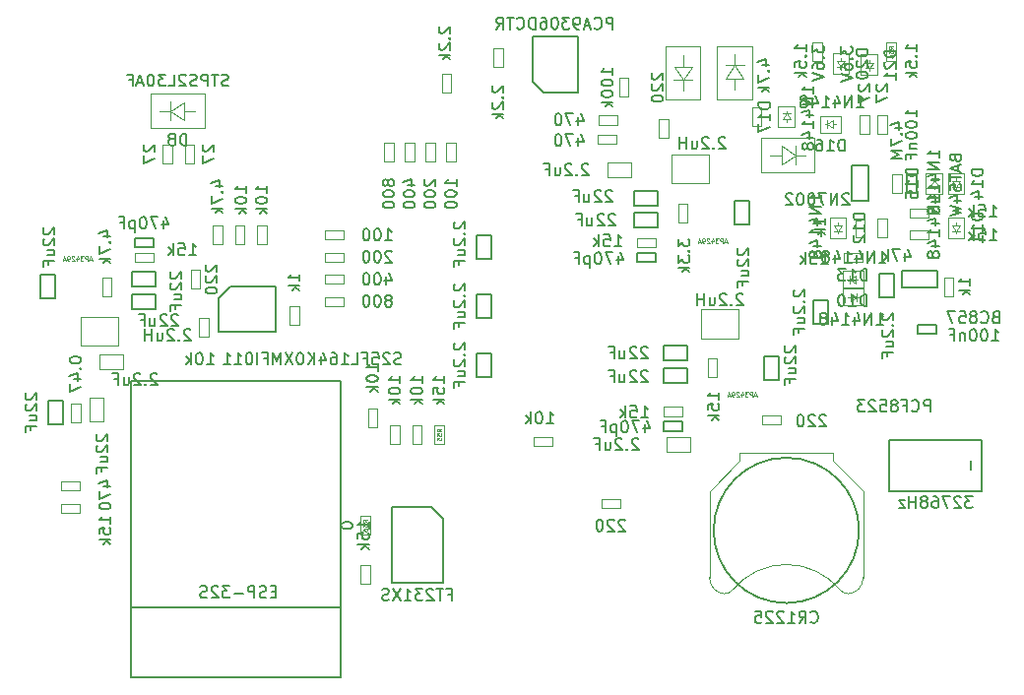
<source format=gbr>
G04 #@! TF.FileFunction,Other,Fab,Bot*
%FSLAX46Y46*%
G04 Gerber Fmt 4.6, Leading zero omitted, Abs format (unit mm)*
G04 Created by KiCad (PCBNEW 4.0.7+dfsg1-1) date Mon Oct 23 00:18:53 2017*
%MOMM*%
%LPD*%
G01*
G04 APERTURE LIST*
%ADD10C,0.100000*%
%ADD11C,0.150000*%
%ADD12C,0.075000*%
G04 APERTURE END LIST*
D10*
D11*
X126260434Y-112530338D02*
X108260434Y-112530338D01*
X108260434Y-118530338D02*
X108260434Y-93030338D01*
X126260434Y-118530338D02*
X126260434Y-93030338D01*
X126260434Y-93030338D02*
X108260434Y-93030338D01*
X126260434Y-118530338D02*
X108260434Y-118530338D01*
D10*
X154195000Y-64200000D02*
X154195000Y-68800000D01*
X154195000Y-68800000D02*
X157195000Y-68800000D01*
X157195000Y-64200000D02*
X154195000Y-64200000D01*
X157195000Y-64200000D02*
X157195000Y-68800000D01*
X155693980Y-67149440D02*
X155693980Y-68051140D01*
X155693980Y-65998820D02*
X155693980Y-65000600D01*
X156494080Y-67149440D02*
X154893880Y-67149440D01*
X154944680Y-65998820D02*
X156494080Y-65998820D01*
X155693980Y-67149440D02*
X154944680Y-65998820D01*
X155693980Y-67149440D02*
X156494080Y-65998820D01*
X153644000Y-72126000D02*
X154444000Y-72126000D01*
X153644000Y-70526000D02*
X153644000Y-72126000D01*
X154444000Y-70526000D02*
X153644000Y-70526000D01*
X154444000Y-72126000D02*
X154444000Y-70526000D01*
X160470000Y-89340000D02*
X160470000Y-86840000D01*
X157270000Y-89340000D02*
X160470000Y-89340000D01*
X157270000Y-86840000D02*
X157270000Y-89340000D01*
X160470000Y-86840000D02*
X157270000Y-86840000D01*
X157930000Y-76005000D02*
X157930000Y-73505000D01*
X154730000Y-76005000D02*
X157930000Y-76005000D01*
X154730000Y-73505000D02*
X154730000Y-76005000D01*
X157930000Y-73505000D02*
X154730000Y-73505000D01*
X103930000Y-87475000D02*
X103930000Y-89975000D01*
X107130000Y-87475000D02*
X103930000Y-87475000D01*
X107130000Y-89975000D02*
X107130000Y-87475000D01*
X103930000Y-89975000D02*
X107130000Y-89975000D01*
D11*
X101710000Y-83915000D02*
X100460000Y-83915000D01*
X101710000Y-85915000D02*
X101710000Y-83915000D01*
X100460000Y-85915000D02*
X101710000Y-85915000D01*
X100460000Y-83915000D02*
X100460000Y-85915000D01*
X154060000Y-90005000D02*
X154060000Y-91255000D01*
X156060000Y-90005000D02*
X154060000Y-90005000D01*
X156060000Y-91255000D02*
X156060000Y-90005000D01*
X154060000Y-91255000D02*
X156060000Y-91255000D01*
X154060000Y-91910000D02*
X154060000Y-93160000D01*
X156060000Y-91910000D02*
X154060000Y-91910000D01*
X156060000Y-93160000D02*
X156060000Y-91910000D01*
X154060000Y-93160000D02*
X156060000Y-93160000D01*
X162690000Y-92900000D02*
X163940000Y-92900000D01*
X162690000Y-90900000D02*
X162690000Y-92900000D01*
X163940000Y-90900000D02*
X162690000Y-90900000D01*
X163940000Y-92900000D02*
X163940000Y-90900000D01*
X151520000Y-78575000D02*
X151520000Y-79825000D01*
X153520000Y-78575000D02*
X151520000Y-78575000D01*
X153520000Y-79825000D02*
X153520000Y-78575000D01*
X151520000Y-79825000D02*
X153520000Y-79825000D01*
X151520000Y-76670000D02*
X151520000Y-77920000D01*
X153520000Y-76670000D02*
X151520000Y-76670000D01*
X153520000Y-77920000D02*
X153520000Y-76670000D01*
X151520000Y-77920000D02*
X153520000Y-77920000D01*
X160150000Y-79565000D02*
X161400000Y-79565000D01*
X160150000Y-77565000D02*
X160150000Y-79565000D01*
X161400000Y-77565000D02*
X160150000Y-77565000D01*
X161400000Y-79565000D02*
X161400000Y-77565000D01*
X110340000Y-84905000D02*
X110340000Y-83655000D01*
X108340000Y-84905000D02*
X110340000Y-84905000D01*
X108340000Y-83655000D02*
X108340000Y-84905000D01*
X110340000Y-83655000D02*
X108340000Y-83655000D01*
X110340000Y-86810000D02*
X110340000Y-85560000D01*
X108340000Y-86810000D02*
X110340000Y-86810000D01*
X108340000Y-85560000D02*
X108340000Y-86810000D01*
X110340000Y-85560000D02*
X108340000Y-85560000D01*
X172596000Y-85788000D02*
X173846000Y-85788000D01*
X172596000Y-83788000D02*
X172596000Y-85788000D01*
X173846000Y-83788000D02*
X172596000Y-83788000D01*
X173846000Y-85788000D02*
X173846000Y-83788000D01*
X177535000Y-83580000D02*
X174495000Y-83580000D01*
X174495000Y-84980000D02*
X174495000Y-83580000D01*
X177535000Y-84980000D02*
X177535000Y-83580000D01*
X177535000Y-84980000D02*
X174495000Y-84980000D01*
X170235000Y-74505000D02*
X170235000Y-77545000D01*
X171635000Y-77545000D02*
X170235000Y-77545000D01*
X171635000Y-74505000D02*
X170235000Y-74505000D01*
X171635000Y-74505000D02*
X171635000Y-77545000D01*
X154060000Y-96510000D02*
X154060000Y-97310000D01*
X155660000Y-96510000D02*
X154060000Y-96510000D01*
X155660000Y-97310000D02*
X155660000Y-96510000D01*
X154060000Y-97310000D02*
X155660000Y-97310000D01*
X151720000Y-81975000D02*
X151720000Y-82775000D01*
X153320000Y-81975000D02*
X151720000Y-81975000D01*
X153320000Y-82775000D02*
X153320000Y-81975000D01*
X151720000Y-82775000D02*
X153320000Y-82775000D01*
X110140000Y-81505000D02*
X110140000Y-80705000D01*
X108540000Y-81505000D02*
X110140000Y-81505000D01*
X108540000Y-80705000D02*
X108540000Y-81505000D01*
X110140000Y-80705000D02*
X108540000Y-80705000D01*
X175780000Y-75225000D02*
X174980000Y-75225000D01*
X175780000Y-76825000D02*
X175780000Y-75225000D01*
X174980000Y-76825000D02*
X175780000Y-76825000D01*
X174980000Y-75225000D02*
X174980000Y-76825000D01*
D10*
X169500000Y-81975000D02*
X169500000Y-82775000D01*
X171100000Y-81975000D02*
X169500000Y-81975000D01*
X171100000Y-82775000D02*
X171100000Y-81975000D01*
X169500000Y-82775000D02*
X171100000Y-82775000D01*
X172440000Y-80635000D02*
X173240000Y-80635000D01*
X172440000Y-79035000D02*
X172440000Y-80635000D01*
X173240000Y-79035000D02*
X172440000Y-79035000D01*
X173240000Y-80635000D02*
X173240000Y-79035000D01*
X176815000Y-80870000D02*
X176815000Y-80070000D01*
X175215000Y-80870000D02*
X176815000Y-80870000D01*
X175215000Y-80070000D02*
X175215000Y-80870000D01*
X176815000Y-80070000D02*
X175215000Y-80070000D01*
X174510000Y-75225000D02*
X173710000Y-75225000D01*
X174510000Y-76825000D02*
X174510000Y-75225000D01*
X173710000Y-76825000D02*
X174510000Y-76825000D01*
X173710000Y-75225000D02*
X173710000Y-76825000D01*
X178955000Y-84115000D02*
X178155000Y-84115000D01*
X178955000Y-85715000D02*
X178955000Y-84115000D01*
X178155000Y-85715000D02*
X178955000Y-85715000D01*
X178155000Y-84115000D02*
X178155000Y-85715000D01*
X114185000Y-83480000D02*
X113385000Y-83480000D01*
X114185000Y-85080000D02*
X114185000Y-83480000D01*
X113385000Y-85080000D02*
X114185000Y-85080000D01*
X113385000Y-83480000D02*
X113385000Y-85080000D01*
X170535000Y-80635000D02*
X171335000Y-80635000D01*
X170535000Y-79035000D02*
X170535000Y-80635000D01*
X171335000Y-79035000D02*
X170535000Y-79035000D01*
X171335000Y-80635000D02*
X171335000Y-79035000D01*
X128790000Y-108880000D02*
X127990000Y-108880000D01*
X128790000Y-110480000D02*
X128790000Y-108880000D01*
X127990000Y-110480000D02*
X128790000Y-110480000D01*
X127990000Y-108880000D02*
X127990000Y-110480000D01*
X150272000Y-103984000D02*
X150272000Y-103184000D01*
X148672000Y-103984000D02*
X150272000Y-103984000D01*
X148672000Y-103184000D02*
X148672000Y-103984000D01*
X150272000Y-103184000D02*
X148672000Y-103184000D01*
X176815000Y-78965000D02*
X176815000Y-78165000D01*
X175215000Y-78965000D02*
X176815000Y-78965000D01*
X175215000Y-78165000D02*
X175215000Y-78965000D01*
X176815000Y-78165000D02*
X175215000Y-78165000D01*
X154060000Y-95240000D02*
X154060000Y-96040000D01*
X155660000Y-95240000D02*
X154060000Y-95240000D01*
X155660000Y-96040000D02*
X155660000Y-95240000D01*
X154060000Y-96040000D02*
X155660000Y-96040000D01*
X110140000Y-82775000D02*
X110140000Y-81975000D01*
X108540000Y-82775000D02*
X110140000Y-82775000D01*
X108540000Y-81975000D02*
X108540000Y-82775000D01*
X110140000Y-81975000D02*
X108540000Y-81975000D01*
X151720000Y-80705000D02*
X151720000Y-81505000D01*
X153320000Y-80705000D02*
X151720000Y-80705000D01*
X153320000Y-81505000D02*
X153320000Y-80705000D01*
X151720000Y-81505000D02*
X153320000Y-81505000D01*
X158635000Y-91100000D02*
X157835000Y-91100000D01*
X158635000Y-92700000D02*
X158635000Y-91100000D01*
X157835000Y-92700000D02*
X158635000Y-92700000D01*
X157835000Y-91100000D02*
X157835000Y-92700000D01*
X105765000Y-85715000D02*
X106565000Y-85715000D01*
X105765000Y-84115000D02*
X105765000Y-85715000D01*
X106565000Y-84115000D02*
X105765000Y-84115000D01*
X106565000Y-85715000D02*
X106565000Y-84115000D01*
X156095000Y-77765000D02*
X155295000Y-77765000D01*
X156095000Y-79365000D02*
X156095000Y-77765000D01*
X155295000Y-79365000D02*
X156095000Y-79365000D01*
X155295000Y-77765000D02*
X155295000Y-79365000D01*
X126482000Y-86585000D02*
X126482000Y-85785000D01*
X124882000Y-86585000D02*
X126482000Y-86585000D01*
X124882000Y-85785000D02*
X124882000Y-86585000D01*
X126482000Y-85785000D02*
X124882000Y-85785000D01*
X126482000Y-84679000D02*
X126482000Y-83879000D01*
X124882000Y-84679000D02*
X126482000Y-84679000D01*
X124882000Y-83879000D02*
X124882000Y-84679000D01*
X126482000Y-83879000D02*
X124882000Y-83879000D01*
X126482000Y-82775000D02*
X126482000Y-81975000D01*
X124882000Y-82775000D02*
X126482000Y-82775000D01*
X124882000Y-81975000D02*
X124882000Y-82775000D01*
X126482000Y-81975000D02*
X124882000Y-81975000D01*
X126482000Y-80870000D02*
X126482000Y-80070000D01*
X124882000Y-80870000D02*
X126482000Y-80870000D01*
X124882000Y-80070000D02*
X124882000Y-80870000D01*
X126482000Y-80070000D02*
X124882000Y-80070000D01*
X130022000Y-74158000D02*
X130822000Y-74158000D01*
X130022000Y-72558000D02*
X130022000Y-74158000D01*
X130822000Y-72558000D02*
X130022000Y-72558000D01*
X130822000Y-74158000D02*
X130822000Y-72558000D01*
X131800000Y-74158000D02*
X132600000Y-74158000D01*
X131800000Y-72558000D02*
X131800000Y-74158000D01*
X132600000Y-72558000D02*
X131800000Y-72558000D01*
X132600000Y-74158000D02*
X132600000Y-72558000D01*
X133578000Y-74158000D02*
X134378000Y-74158000D01*
X133578000Y-72558000D02*
X133578000Y-74158000D01*
X134378000Y-72558000D02*
X133578000Y-72558000D01*
X134378000Y-74158000D02*
X134378000Y-72558000D01*
X135356000Y-74158000D02*
X136156000Y-74158000D01*
X135356000Y-72558000D02*
X135356000Y-74158000D01*
X136156000Y-72558000D02*
X135356000Y-72558000D01*
X136156000Y-74158000D02*
X136156000Y-72558000D01*
D11*
X115780000Y-85870000D02*
X115780000Y-88770000D01*
X115780000Y-88770000D02*
X120680000Y-88770000D01*
X120680000Y-88770000D02*
X120680000Y-84870000D01*
X120680000Y-84870000D02*
X116780000Y-84870000D01*
X116780000Y-84870000D02*
X115780000Y-85870000D01*
X175850000Y-88198000D02*
X175850000Y-88998000D01*
X177450000Y-88198000D02*
X175850000Y-88198000D01*
X177450000Y-88998000D02*
X177450000Y-88198000D01*
X175850000Y-88998000D02*
X177450000Y-88998000D01*
X143730000Y-68250000D02*
X146630000Y-68250000D01*
X146630000Y-68250000D02*
X146630000Y-63350000D01*
X146630000Y-63350000D02*
X142730000Y-63350000D01*
X142730000Y-63350000D02*
X142730000Y-67250000D01*
X142730000Y-67250000D02*
X143730000Y-68250000D01*
D10*
X161645000Y-71110000D02*
X162445000Y-71110000D01*
X161645000Y-69510000D02*
X161645000Y-71110000D01*
X162445000Y-69510000D02*
X161645000Y-69510000D01*
X162445000Y-71110000D02*
X162445000Y-69510000D01*
X139420000Y-66030000D02*
X140220000Y-66030000D01*
X139420000Y-64430000D02*
X139420000Y-66030000D01*
X140220000Y-64430000D02*
X139420000Y-64430000D01*
X140220000Y-66030000D02*
X140220000Y-64430000D01*
X134975000Y-68232000D02*
X135775000Y-68232000D01*
X134975000Y-66632000D02*
X134975000Y-68232000D01*
X135775000Y-66632000D02*
X134975000Y-66632000D01*
X135775000Y-68232000D02*
X135775000Y-66632000D01*
X150215000Y-68570000D02*
X151015000Y-68570000D01*
X150215000Y-66970000D02*
X150215000Y-68570000D01*
X151015000Y-66970000D02*
X150215000Y-66970000D01*
X151015000Y-68570000D02*
X151015000Y-66970000D01*
X149975000Y-72615000D02*
X149975000Y-71815000D01*
X148375000Y-72615000D02*
X149975000Y-72615000D01*
X148375000Y-71815000D02*
X148375000Y-72615000D01*
X149975000Y-71815000D02*
X148375000Y-71815000D01*
X150080000Y-71000000D02*
X150080000Y-70200000D01*
X148480000Y-71000000D02*
X150080000Y-71000000D01*
X148480000Y-70200000D02*
X148480000Y-71000000D01*
X150080000Y-70200000D02*
X148480000Y-70200000D01*
D11*
X134035000Y-103890000D02*
X130635000Y-103890000D01*
X130635000Y-103890000D02*
X130635000Y-110390000D01*
X130635000Y-110390000D02*
X135035000Y-110390000D01*
X135035000Y-110390000D02*
X135035000Y-104890000D01*
X135035000Y-104890000D02*
X134035000Y-103890000D01*
D10*
X119900000Y-79670000D02*
X119100000Y-79670000D01*
X119900000Y-81270000D02*
X119900000Y-79670000D01*
X119100000Y-81270000D02*
X119900000Y-81270000D01*
X119100000Y-79670000D02*
X119100000Y-81270000D01*
X114080000Y-89200000D02*
X114880000Y-89200000D01*
X114080000Y-87600000D02*
X114080000Y-89200000D01*
X114880000Y-87600000D02*
X114080000Y-87600000D01*
X114880000Y-89200000D02*
X114880000Y-87600000D01*
X128625000Y-96975000D02*
X129425000Y-96975000D01*
X128625000Y-95375000D02*
X128625000Y-96975000D01*
X129425000Y-95375000D02*
X128625000Y-95375000D01*
X129425000Y-96975000D02*
X129425000Y-95375000D01*
X117995000Y-79670000D02*
X117195000Y-79670000D01*
X117995000Y-81270000D02*
X117995000Y-79670000D01*
X117195000Y-81270000D02*
X117995000Y-81270000D01*
X117195000Y-79670000D02*
X117195000Y-81270000D01*
X122680000Y-86600000D02*
X121880000Y-86600000D01*
X122680000Y-88200000D02*
X122680000Y-86600000D01*
X121880000Y-88200000D02*
X122680000Y-88200000D01*
X121880000Y-86600000D02*
X121880000Y-88200000D01*
X116090000Y-79670000D02*
X115290000Y-79670000D01*
X116090000Y-81270000D02*
X116090000Y-79670000D01*
X115290000Y-81270000D02*
X116090000Y-81270000D01*
X115290000Y-79670000D02*
X115290000Y-81270000D01*
X144430000Y-98650000D02*
X144430000Y-97850000D01*
X142830000Y-98650000D02*
X144430000Y-98650000D01*
X142830000Y-97850000D02*
X142830000Y-98650000D01*
X144430000Y-97850000D02*
X142830000Y-97850000D01*
X132435000Y-98415000D02*
X133235000Y-98415000D01*
X132435000Y-96815000D02*
X132435000Y-98415000D01*
X133235000Y-96815000D02*
X132435000Y-96815000D01*
X133235000Y-98415000D02*
X133235000Y-96815000D01*
X130530000Y-98415000D02*
X131330000Y-98415000D01*
X130530000Y-96815000D02*
X130530000Y-98415000D01*
X131330000Y-96815000D02*
X130530000Y-96815000D01*
X131330000Y-98415000D02*
X131330000Y-96815000D01*
X102190000Y-103565000D02*
X102190000Y-104365000D01*
X103790000Y-103565000D02*
X102190000Y-103565000D01*
X103790000Y-104365000D02*
X103790000Y-103565000D01*
X102190000Y-104365000D02*
X103790000Y-104365000D01*
X102190000Y-101660000D02*
X102190000Y-102460000D01*
X103790000Y-101660000D02*
X102190000Y-101660000D01*
X103790000Y-102460000D02*
X103790000Y-101660000D01*
X102190000Y-102460000D02*
X103790000Y-102460000D01*
X103098000Y-96594000D02*
X103898000Y-96594000D01*
X103098000Y-94994000D02*
X103098000Y-96594000D01*
X103898000Y-94994000D02*
X103098000Y-94994000D01*
X103898000Y-96594000D02*
X103898000Y-94994000D01*
D11*
X166881000Y-88074000D02*
X168131000Y-88074000D01*
X166881000Y-86074000D02*
X166881000Y-88074000D01*
X168131000Y-86074000D02*
X166881000Y-86074000D01*
X168131000Y-88074000D02*
X168131000Y-86074000D01*
D10*
X164115000Y-96745000D02*
X164115000Y-95945000D01*
X162515000Y-96745000D02*
X164115000Y-96745000D01*
X162515000Y-95945000D02*
X162515000Y-96745000D01*
X164115000Y-95945000D02*
X162515000Y-95945000D01*
X166852000Y-65522000D02*
X167652000Y-65522000D01*
X166852000Y-63922000D02*
X166852000Y-65522000D01*
X167652000Y-63922000D02*
X166852000Y-63922000D01*
X167652000Y-65522000D02*
X167652000Y-63922000D01*
D11*
X139175000Y-90646000D02*
X137925000Y-90646000D01*
X139175000Y-92646000D02*
X139175000Y-90646000D01*
X137925000Y-92646000D02*
X139175000Y-92646000D01*
X137925000Y-90646000D02*
X137925000Y-92646000D01*
X137925000Y-82486000D02*
X139175000Y-82486000D01*
X137925000Y-80486000D02*
X137925000Y-82486000D01*
X139175000Y-80486000D02*
X137925000Y-80486000D01*
X139175000Y-82486000D02*
X139175000Y-80486000D01*
X139175000Y-85566000D02*
X137925000Y-85566000D01*
X139175000Y-87566000D02*
X139175000Y-85566000D01*
X137925000Y-87566000D02*
X139175000Y-87566000D01*
X137925000Y-85566000D02*
X137925000Y-87566000D01*
X102345000Y-94710000D02*
X101095000Y-94710000D01*
X102345000Y-96710000D02*
X102345000Y-94710000D01*
X101095000Y-96710000D02*
X102345000Y-96710000D01*
X101095000Y-94710000D02*
X101095000Y-96710000D01*
D10*
X112877000Y-74285000D02*
X113677000Y-74285000D01*
X112877000Y-72685000D02*
X112877000Y-74285000D01*
X113677000Y-72685000D02*
X112877000Y-72685000D01*
X113677000Y-74285000D02*
X113677000Y-72685000D01*
X110972000Y-74285000D02*
X111772000Y-74285000D01*
X110972000Y-72685000D02*
X110972000Y-74285000D01*
X111772000Y-72685000D02*
X110972000Y-72685000D01*
X111772000Y-74285000D02*
X111772000Y-72685000D01*
X172440000Y-71745000D02*
X173240000Y-71745000D01*
X172440000Y-70145000D02*
X172440000Y-71745000D01*
X173240000Y-70145000D02*
X172440000Y-70145000D01*
X173240000Y-71745000D02*
X173240000Y-70145000D01*
X170916000Y-71745000D02*
X171716000Y-71745000D01*
X170916000Y-70145000D02*
X170916000Y-71745000D01*
X171716000Y-70145000D02*
X170916000Y-70145000D01*
X171716000Y-71745000D02*
X171716000Y-70145000D01*
D11*
X181412000Y-98082000D02*
X181412000Y-102482000D01*
X173412000Y-98082000D02*
X181412000Y-98082000D01*
X173412000Y-102482000D02*
X173412000Y-98082000D01*
X181412000Y-102482000D02*
X173412000Y-102482000D01*
X180412000Y-99882000D02*
X180412000Y-100682000D01*
D10*
X104656000Y-96456000D02*
X105896000Y-96456000D01*
X104656000Y-94456000D02*
X104656000Y-96456000D01*
X105896000Y-94456000D02*
X104656000Y-94456000D01*
X105896000Y-96456000D02*
X105896000Y-94456000D01*
X114561000Y-68302000D02*
X109961000Y-68302000D01*
X109961000Y-68302000D02*
X109961000Y-71302000D01*
X114561000Y-71302000D02*
X114561000Y-68302000D01*
X114561000Y-71302000D02*
X109961000Y-71302000D01*
X111611560Y-69800980D02*
X110709860Y-69800980D01*
X112762180Y-69800980D02*
X113760400Y-69800980D01*
X111611560Y-70601080D02*
X111611560Y-69000880D01*
X112762180Y-69051680D02*
X112762180Y-70601080D01*
X111611560Y-69800980D02*
X112762180Y-69051680D01*
X111611560Y-69800980D02*
X112762180Y-70601080D01*
X162412000Y-75112000D02*
X167012000Y-75112000D01*
X167012000Y-75112000D02*
X167012000Y-72112000D01*
X162412000Y-72112000D02*
X162412000Y-75112000D01*
X162412000Y-72112000D02*
X167012000Y-72112000D01*
X165361440Y-73613020D02*
X166263140Y-73613020D01*
X164210820Y-73613020D02*
X163212600Y-73613020D01*
X165361440Y-72812920D02*
X165361440Y-74413120D01*
X164210820Y-74362320D02*
X164210820Y-72812920D01*
X165361440Y-73613020D02*
X164210820Y-74362320D01*
X165361440Y-73613020D02*
X164210820Y-72812920D01*
X161640000Y-68800000D02*
X161640000Y-64200000D01*
X161640000Y-64200000D02*
X158640000Y-64200000D01*
X158640000Y-68800000D02*
X161640000Y-68800000D01*
X158640000Y-68800000D02*
X158640000Y-64200000D01*
X160141020Y-65850560D02*
X160141020Y-64948860D01*
X160141020Y-67001180D02*
X160141020Y-67999400D01*
X159340920Y-65850560D02*
X160941120Y-65850560D01*
X160890320Y-67001180D02*
X159340920Y-67001180D01*
X160141020Y-65850560D02*
X160890320Y-67001180D01*
X160141020Y-65850560D02*
X159340920Y-67001180D01*
X154314000Y-97884000D02*
X154314000Y-99124000D01*
X156314000Y-97884000D02*
X154314000Y-97884000D01*
X156314000Y-99124000D02*
X156314000Y-97884000D01*
X154314000Y-99124000D02*
X156314000Y-99124000D01*
X107546000Y-92012000D02*
X107546000Y-90772000D01*
X105546000Y-92012000D02*
X107546000Y-92012000D01*
X105546000Y-90772000D02*
X105546000Y-92012000D01*
X107546000Y-90772000D02*
X105546000Y-90772000D01*
X151234000Y-75502000D02*
X151234000Y-74262000D01*
X149234000Y-75502000D02*
X151234000Y-75502000D01*
X149234000Y-74262000D02*
X149234000Y-75502000D01*
X151234000Y-74262000D02*
X149234000Y-74262000D01*
X173202000Y-65522000D02*
X174002000Y-65522000D01*
X173202000Y-63922000D02*
X173202000Y-65522000D01*
X174002000Y-63922000D02*
X173202000Y-63922000D01*
X174002000Y-65522000D02*
X174002000Y-63922000D01*
X135140000Y-96815000D02*
X134340000Y-96815000D01*
X135140000Y-98415000D02*
X135140000Y-96815000D01*
X134340000Y-98415000D02*
X135140000Y-98415000D01*
X134340000Y-96815000D02*
X134340000Y-98415000D01*
D11*
X170835000Y-105870000D02*
G75*
G03X170835000Y-105870000I-6250000J0D01*
G01*
D10*
X159206987Y-111317558D02*
G75*
G03X159985000Y-110970000I88013J847558D01*
G01*
X169963013Y-111317558D02*
G75*
G02X169185000Y-110970000I-88013J847558D01*
G01*
X159977095Y-110979589D02*
G75*
G02X169185000Y-110970000I4607905J-3790411D01*
G01*
X157985000Y-109920000D02*
G75*
G03X159285000Y-111320000I1350000J-50000D01*
G01*
X171185000Y-109920000D02*
G75*
G02X169885000Y-111320000I-1350000J-50000D01*
G01*
X157985000Y-102470000D02*
X157985000Y-109970000D01*
X171185000Y-102470000D02*
X171185000Y-109970000D01*
X160585000Y-99870000D02*
X157985000Y-102470000D01*
X168585000Y-99870000D02*
X171185000Y-102470000D01*
X160585000Y-99170000D02*
X160585000Y-99870000D01*
X168585000Y-99170000D02*
X168585000Y-99870000D01*
X168585000Y-99170000D02*
X160585000Y-99170000D01*
X169284000Y-65538000D02*
X169284000Y-65288000D01*
X168934000Y-65538000D02*
X169284000Y-66038000D01*
X169634000Y-65538000D02*
X168934000Y-65538000D01*
X169284000Y-66038000D02*
X169634000Y-65538000D01*
X169284000Y-66038000D02*
X169284000Y-66238000D01*
X169634000Y-66038000D02*
X168934000Y-66038000D01*
X168584000Y-66638000D02*
X169984000Y-66638000D01*
X168584000Y-64838000D02*
X168584000Y-66638000D01*
X169984000Y-64838000D02*
X168584000Y-64838000D01*
X169984000Y-66638000D02*
X169984000Y-64838000D01*
X171697000Y-65631000D02*
X171697000Y-65381000D01*
X171347000Y-65631000D02*
X171697000Y-66131000D01*
X172047000Y-65631000D02*
X171347000Y-65631000D01*
X171697000Y-66131000D02*
X172047000Y-65631000D01*
X171697000Y-66131000D02*
X171697000Y-66331000D01*
X172047000Y-66131000D02*
X171347000Y-66131000D01*
X170997000Y-66731000D02*
X172397000Y-66731000D01*
X170997000Y-64931000D02*
X170997000Y-66731000D01*
X172397000Y-64931000D02*
X170997000Y-64931000D01*
X172397000Y-66731000D02*
X172397000Y-64931000D01*
X170500000Y-84280000D02*
X170750000Y-84280000D01*
X170500000Y-83930000D02*
X170000000Y-84280000D01*
X170500000Y-84630000D02*
X170500000Y-83930000D01*
X170000000Y-84280000D02*
X170500000Y-84630000D01*
X170000000Y-84280000D02*
X169800000Y-84280000D01*
X170000000Y-84630000D02*
X170000000Y-83930000D01*
X169400000Y-83580000D02*
X169400000Y-84980000D01*
X171200000Y-83580000D02*
X169400000Y-83580000D01*
X171200000Y-84980000D02*
X171200000Y-83580000D01*
X169400000Y-84980000D02*
X171200000Y-84980000D01*
X179190000Y-79635000D02*
X179190000Y-79385000D01*
X178840000Y-79635000D02*
X179190000Y-80135000D01*
X179540000Y-79635000D02*
X178840000Y-79635000D01*
X179190000Y-80135000D02*
X179540000Y-79635000D01*
X179190000Y-80135000D02*
X179190000Y-80335000D01*
X179540000Y-80135000D02*
X178840000Y-80135000D01*
X178490000Y-80735000D02*
X179890000Y-80735000D01*
X178490000Y-78935000D02*
X178490000Y-80735000D01*
X179890000Y-78935000D02*
X178490000Y-78935000D01*
X179890000Y-80735000D02*
X179890000Y-78935000D01*
X169030000Y-79635000D02*
X169030000Y-79385000D01*
X168680000Y-79635000D02*
X169030000Y-80135000D01*
X169380000Y-79635000D02*
X168680000Y-79635000D01*
X169030000Y-80135000D02*
X169380000Y-79635000D01*
X169030000Y-80135000D02*
X169030000Y-80335000D01*
X169380000Y-80135000D02*
X168680000Y-80135000D01*
X168330000Y-80735000D02*
X169730000Y-80735000D01*
X168330000Y-78935000D02*
X168330000Y-80735000D01*
X169730000Y-78935000D02*
X168330000Y-78935000D01*
X169730000Y-80735000D02*
X169730000Y-78935000D01*
X170100000Y-85804000D02*
X169850000Y-85804000D01*
X170100000Y-86154000D02*
X170600000Y-85804000D01*
X170100000Y-85454000D02*
X170100000Y-86154000D01*
X170600000Y-85804000D02*
X170100000Y-85454000D01*
X170600000Y-85804000D02*
X170800000Y-85804000D01*
X170600000Y-85454000D02*
X170600000Y-86154000D01*
X171200000Y-86504000D02*
X171200000Y-85104000D01*
X169400000Y-86504000D02*
X171200000Y-86504000D01*
X169400000Y-85104000D02*
X169400000Y-86504000D01*
X171200000Y-85104000D02*
X169400000Y-85104000D01*
X179190000Y-75825000D02*
X179190000Y-75575000D01*
X178840000Y-75825000D02*
X179190000Y-76325000D01*
X179540000Y-75825000D02*
X178840000Y-75825000D01*
X179190000Y-76325000D02*
X179540000Y-75825000D01*
X179190000Y-76325000D02*
X179190000Y-76525000D01*
X179540000Y-76325000D02*
X178840000Y-76325000D01*
X178490000Y-76925000D02*
X179890000Y-76925000D01*
X178490000Y-75125000D02*
X178490000Y-76925000D01*
X179890000Y-75125000D02*
X178490000Y-75125000D01*
X179890000Y-76925000D02*
X179890000Y-75125000D01*
X177285000Y-76225000D02*
X177285000Y-76475000D01*
X177635000Y-76225000D02*
X177285000Y-75725000D01*
X176935000Y-76225000D02*
X177635000Y-76225000D01*
X177285000Y-75725000D02*
X176935000Y-76225000D01*
X177285000Y-75725000D02*
X177285000Y-75525000D01*
X176935000Y-75725000D02*
X177635000Y-75725000D01*
X177985000Y-75125000D02*
X176585000Y-75125000D01*
X177985000Y-76925000D02*
X177985000Y-75125000D01*
X176585000Y-76925000D02*
X177985000Y-76925000D01*
X176585000Y-75125000D02*
X176585000Y-76925000D01*
X168595000Y-70945000D02*
X168845000Y-70945000D01*
X168595000Y-70595000D02*
X168095000Y-70945000D01*
X168595000Y-71295000D02*
X168595000Y-70595000D01*
X168095000Y-70945000D02*
X168595000Y-71295000D01*
X168095000Y-70945000D02*
X167895000Y-70945000D01*
X168095000Y-71295000D02*
X168095000Y-70595000D01*
X167495000Y-70245000D02*
X167495000Y-71645000D01*
X169295000Y-70245000D02*
X167495000Y-70245000D01*
X169295000Y-71645000D02*
X169295000Y-70245000D01*
X167495000Y-71645000D02*
X169295000Y-71645000D01*
X164585000Y-70510000D02*
X164585000Y-70760000D01*
X164935000Y-70510000D02*
X164585000Y-70010000D01*
X164235000Y-70510000D02*
X164935000Y-70510000D01*
X164585000Y-70010000D02*
X164235000Y-70510000D01*
X164585000Y-70010000D02*
X164585000Y-69810000D01*
X164235000Y-70010000D02*
X164935000Y-70010000D01*
X165285000Y-69410000D02*
X163885000Y-69410000D01*
X165285000Y-71210000D02*
X165285000Y-69410000D01*
X163885000Y-71210000D02*
X165285000Y-71210000D01*
X163885000Y-69410000D02*
X163885000Y-71210000D01*
X127990000Y-106246000D02*
X128790000Y-106246000D01*
X127990000Y-104646000D02*
X127990000Y-106246000D01*
X128790000Y-104646000D02*
X127990000Y-104646000D01*
X128790000Y-106246000D02*
X128790000Y-104646000D01*
D11*
X120706095Y-111132571D02*
X120372761Y-111132571D01*
X120229904Y-111656381D02*
X120706095Y-111656381D01*
X120706095Y-110656381D01*
X120229904Y-110656381D01*
X119848952Y-111608762D02*
X119706095Y-111656381D01*
X119467999Y-111656381D01*
X119372761Y-111608762D01*
X119325142Y-111561143D01*
X119277523Y-111465905D01*
X119277523Y-111370667D01*
X119325142Y-111275429D01*
X119372761Y-111227810D01*
X119467999Y-111180190D01*
X119658476Y-111132571D01*
X119753714Y-111084952D01*
X119801333Y-111037333D01*
X119848952Y-110942095D01*
X119848952Y-110846857D01*
X119801333Y-110751619D01*
X119753714Y-110704000D01*
X119658476Y-110656381D01*
X119420380Y-110656381D01*
X119277523Y-110704000D01*
X118848952Y-111656381D02*
X118848952Y-110656381D01*
X118467999Y-110656381D01*
X118372761Y-110704000D01*
X118325142Y-110751619D01*
X118277523Y-110846857D01*
X118277523Y-110989714D01*
X118325142Y-111084952D01*
X118372761Y-111132571D01*
X118467999Y-111180190D01*
X118848952Y-111180190D01*
X117848952Y-111275429D02*
X117087047Y-111275429D01*
X116706095Y-110656381D02*
X116087047Y-110656381D01*
X116420381Y-111037333D01*
X116277523Y-111037333D01*
X116182285Y-111084952D01*
X116134666Y-111132571D01*
X116087047Y-111227810D01*
X116087047Y-111465905D01*
X116134666Y-111561143D01*
X116182285Y-111608762D01*
X116277523Y-111656381D01*
X116563238Y-111656381D01*
X116658476Y-111608762D01*
X116706095Y-111561143D01*
X115706095Y-110751619D02*
X115658476Y-110704000D01*
X115563238Y-110656381D01*
X115325142Y-110656381D01*
X115229904Y-110704000D01*
X115182285Y-110751619D01*
X115134666Y-110846857D01*
X115134666Y-110942095D01*
X115182285Y-111084952D01*
X115753714Y-111656381D01*
X115134666Y-111656381D01*
X114753714Y-111608762D02*
X114610857Y-111656381D01*
X114372761Y-111656381D01*
X114277523Y-111608762D01*
X114229904Y-111561143D01*
X114182285Y-111465905D01*
X114182285Y-111370667D01*
X114229904Y-111275429D01*
X114277523Y-111227810D01*
X114372761Y-111180190D01*
X114563238Y-111132571D01*
X114658476Y-111084952D01*
X114706095Y-111037333D01*
X114753714Y-110942095D01*
X114753714Y-110846857D01*
X114706095Y-110751619D01*
X114658476Y-110704000D01*
X114563238Y-110656381D01*
X114325142Y-110656381D01*
X114182285Y-110704000D01*
X153083619Y-66531905D02*
X153036000Y-66579524D01*
X152988381Y-66674762D01*
X152988381Y-66912858D01*
X153036000Y-67008096D01*
X153083619Y-67055715D01*
X153178857Y-67103334D01*
X153274095Y-67103334D01*
X153416952Y-67055715D01*
X153988381Y-66484286D01*
X153988381Y-67103334D01*
X153083619Y-67484286D02*
X153036000Y-67531905D01*
X152988381Y-67627143D01*
X152988381Y-67865239D01*
X153036000Y-67960477D01*
X153083619Y-68008096D01*
X153178857Y-68055715D01*
X153274095Y-68055715D01*
X153416952Y-68008096D01*
X153988381Y-67436667D01*
X153988381Y-68055715D01*
X152988381Y-68674762D02*
X152988381Y-68770001D01*
X153036000Y-68865239D01*
X153083619Y-68912858D01*
X153178857Y-68960477D01*
X153369333Y-69008096D01*
X153607429Y-69008096D01*
X153797905Y-68960477D01*
X153893143Y-68912858D01*
X153940762Y-68865239D01*
X153988381Y-68770001D01*
X153988381Y-68674762D01*
X153940762Y-68579524D01*
X153893143Y-68531905D01*
X153797905Y-68484286D01*
X153607429Y-68436667D01*
X153369333Y-68436667D01*
X153178857Y-68484286D01*
X153083619Y-68531905D01*
X153036000Y-68579524D01*
X152988381Y-68674762D01*
X160846190Y-85605619D02*
X160798571Y-85558000D01*
X160703333Y-85510381D01*
X160465237Y-85510381D01*
X160369999Y-85558000D01*
X160322380Y-85605619D01*
X160274761Y-85700857D01*
X160274761Y-85796095D01*
X160322380Y-85938952D01*
X160893809Y-86510381D01*
X160274761Y-86510381D01*
X159846190Y-86415143D02*
X159798571Y-86462762D01*
X159846190Y-86510381D01*
X159893809Y-86462762D01*
X159846190Y-86415143D01*
X159846190Y-86510381D01*
X159417619Y-85605619D02*
X159370000Y-85558000D01*
X159274762Y-85510381D01*
X159036666Y-85510381D01*
X158941428Y-85558000D01*
X158893809Y-85605619D01*
X158846190Y-85700857D01*
X158846190Y-85796095D01*
X158893809Y-85938952D01*
X159465238Y-86510381D01*
X158846190Y-86510381D01*
X157989047Y-85843714D02*
X157989047Y-86510381D01*
X158417619Y-85843714D02*
X158417619Y-86367524D01*
X158370000Y-86462762D01*
X158274762Y-86510381D01*
X158131904Y-86510381D01*
X158036666Y-86462762D01*
X157989047Y-86415143D01*
X157512857Y-86510381D02*
X157512857Y-85510381D01*
X157512857Y-85986571D02*
X156941428Y-85986571D01*
X156941428Y-86510381D02*
X156941428Y-85510381D01*
D10*
X162003571Y-94252667D02*
X161813094Y-94252667D01*
X162041666Y-94366952D02*
X161908332Y-93966952D01*
X161774999Y-94366952D01*
X161641666Y-94366952D02*
X161641666Y-93966952D01*
X161489285Y-93966952D01*
X161451190Y-93986000D01*
X161432142Y-94005048D01*
X161413094Y-94043143D01*
X161413094Y-94100286D01*
X161432142Y-94138381D01*
X161451190Y-94157429D01*
X161489285Y-94176476D01*
X161641666Y-94176476D01*
X161279761Y-93966952D02*
X161032142Y-93966952D01*
X161165475Y-94119333D01*
X161108333Y-94119333D01*
X161070237Y-94138381D01*
X161051190Y-94157429D01*
X161032142Y-94195524D01*
X161032142Y-94290762D01*
X161051190Y-94328857D01*
X161070237Y-94347905D01*
X161108333Y-94366952D01*
X161222618Y-94366952D01*
X161260714Y-94347905D01*
X161279761Y-94328857D01*
X160689285Y-94100286D02*
X160689285Y-94366952D01*
X160784523Y-93947905D02*
X160879762Y-94233619D01*
X160632142Y-94233619D01*
X160498810Y-94005048D02*
X160479762Y-93986000D01*
X160441667Y-93966952D01*
X160346429Y-93966952D01*
X160308333Y-93986000D01*
X160289286Y-94005048D01*
X160270238Y-94043143D01*
X160270238Y-94081238D01*
X160289286Y-94138381D01*
X160517857Y-94366952D01*
X160270238Y-94366952D01*
X160079762Y-94366952D02*
X160003572Y-94366952D01*
X159965477Y-94347905D01*
X159946429Y-94328857D01*
X159908334Y-94271714D01*
X159889286Y-94195524D01*
X159889286Y-94043143D01*
X159908334Y-94005048D01*
X159927381Y-93986000D01*
X159965477Y-93966952D01*
X160041667Y-93966952D01*
X160079762Y-93986000D01*
X160098810Y-94005048D01*
X160117858Y-94043143D01*
X160117858Y-94138381D01*
X160098810Y-94176476D01*
X160079762Y-94195524D01*
X160041667Y-94214571D01*
X159965477Y-94214571D01*
X159927381Y-94195524D01*
X159908334Y-94176476D01*
X159889286Y-94138381D01*
X159736906Y-94252667D02*
X159546429Y-94252667D01*
X159775001Y-94366952D02*
X159641667Y-93966952D01*
X159508334Y-94366952D01*
D11*
X159322190Y-72143619D02*
X159274571Y-72096000D01*
X159179333Y-72048381D01*
X158941237Y-72048381D01*
X158845999Y-72096000D01*
X158798380Y-72143619D01*
X158750761Y-72238857D01*
X158750761Y-72334095D01*
X158798380Y-72476952D01*
X159369809Y-73048381D01*
X158750761Y-73048381D01*
X158322190Y-72953143D02*
X158274571Y-73000762D01*
X158322190Y-73048381D01*
X158369809Y-73000762D01*
X158322190Y-72953143D01*
X158322190Y-73048381D01*
X157893619Y-72143619D02*
X157846000Y-72096000D01*
X157750762Y-72048381D01*
X157512666Y-72048381D01*
X157417428Y-72096000D01*
X157369809Y-72143619D01*
X157322190Y-72238857D01*
X157322190Y-72334095D01*
X157369809Y-72476952D01*
X157941238Y-73048381D01*
X157322190Y-73048381D01*
X156465047Y-72381714D02*
X156465047Y-73048381D01*
X156893619Y-72381714D02*
X156893619Y-72905524D01*
X156846000Y-73000762D01*
X156750762Y-73048381D01*
X156607904Y-73048381D01*
X156512666Y-73000762D01*
X156465047Y-72953143D01*
X155988857Y-73048381D02*
X155988857Y-72048381D01*
X155988857Y-72524571D02*
X155417428Y-72524571D01*
X155417428Y-73048381D02*
X155417428Y-72048381D01*
D10*
X159463571Y-81044667D02*
X159273094Y-81044667D01*
X159501666Y-81158952D02*
X159368332Y-80758952D01*
X159234999Y-81158952D01*
X159101666Y-81158952D02*
X159101666Y-80758952D01*
X158949285Y-80758952D01*
X158911190Y-80778000D01*
X158892142Y-80797048D01*
X158873094Y-80835143D01*
X158873094Y-80892286D01*
X158892142Y-80930381D01*
X158911190Y-80949429D01*
X158949285Y-80968476D01*
X159101666Y-80968476D01*
X158739761Y-80758952D02*
X158492142Y-80758952D01*
X158625475Y-80911333D01*
X158568333Y-80911333D01*
X158530237Y-80930381D01*
X158511190Y-80949429D01*
X158492142Y-80987524D01*
X158492142Y-81082762D01*
X158511190Y-81120857D01*
X158530237Y-81139905D01*
X158568333Y-81158952D01*
X158682618Y-81158952D01*
X158720714Y-81139905D01*
X158739761Y-81120857D01*
X158149285Y-80892286D02*
X158149285Y-81158952D01*
X158244523Y-80739905D02*
X158339762Y-81025619D01*
X158092142Y-81025619D01*
X157958810Y-80797048D02*
X157939762Y-80778000D01*
X157901667Y-80758952D01*
X157806429Y-80758952D01*
X157768333Y-80778000D01*
X157749286Y-80797048D01*
X157730238Y-80835143D01*
X157730238Y-80873238D01*
X157749286Y-80930381D01*
X157977857Y-81158952D01*
X157730238Y-81158952D01*
X157539762Y-81158952D02*
X157463572Y-81158952D01*
X157425477Y-81139905D01*
X157406429Y-81120857D01*
X157368334Y-81063714D01*
X157349286Y-80987524D01*
X157349286Y-80835143D01*
X157368334Y-80797048D01*
X157387381Y-80778000D01*
X157425477Y-80758952D01*
X157501667Y-80758952D01*
X157539762Y-80778000D01*
X157558810Y-80797048D01*
X157577858Y-80835143D01*
X157577858Y-80930381D01*
X157558810Y-80968476D01*
X157539762Y-80987524D01*
X157501667Y-81006571D01*
X157425477Y-81006571D01*
X157387381Y-80987524D01*
X157368334Y-80968476D01*
X157349286Y-80930381D01*
X157196906Y-81044667D02*
X157006429Y-81044667D01*
X157235001Y-81158952D02*
X157101667Y-80758952D01*
X156968334Y-81158952D01*
D11*
X113348190Y-88653619D02*
X113300571Y-88606000D01*
X113205333Y-88558381D01*
X112967237Y-88558381D01*
X112871999Y-88606000D01*
X112824380Y-88653619D01*
X112776761Y-88748857D01*
X112776761Y-88844095D01*
X112824380Y-88986952D01*
X113395809Y-89558381D01*
X112776761Y-89558381D01*
X112348190Y-89463143D02*
X112300571Y-89510762D01*
X112348190Y-89558381D01*
X112395809Y-89510762D01*
X112348190Y-89463143D01*
X112348190Y-89558381D01*
X111919619Y-88653619D02*
X111872000Y-88606000D01*
X111776762Y-88558381D01*
X111538666Y-88558381D01*
X111443428Y-88606000D01*
X111395809Y-88653619D01*
X111348190Y-88748857D01*
X111348190Y-88844095D01*
X111395809Y-88986952D01*
X111967238Y-89558381D01*
X111348190Y-89558381D01*
X110491047Y-88891714D02*
X110491047Y-89558381D01*
X110919619Y-88891714D02*
X110919619Y-89415524D01*
X110872000Y-89510762D01*
X110776762Y-89558381D01*
X110633904Y-89558381D01*
X110538666Y-89510762D01*
X110491047Y-89463143D01*
X110014857Y-89558381D02*
X110014857Y-88558381D01*
X110014857Y-89034571D02*
X109443428Y-89034571D01*
X109443428Y-89558381D02*
X109443428Y-88558381D01*
D10*
X104853571Y-82568667D02*
X104663094Y-82568667D01*
X104891666Y-82682952D02*
X104758332Y-82282952D01*
X104624999Y-82682952D01*
X104491666Y-82682952D02*
X104491666Y-82282952D01*
X104339285Y-82282952D01*
X104301190Y-82302000D01*
X104282142Y-82321048D01*
X104263094Y-82359143D01*
X104263094Y-82416286D01*
X104282142Y-82454381D01*
X104301190Y-82473429D01*
X104339285Y-82492476D01*
X104491666Y-82492476D01*
X104129761Y-82282952D02*
X103882142Y-82282952D01*
X104015475Y-82435333D01*
X103958333Y-82435333D01*
X103920237Y-82454381D01*
X103901190Y-82473429D01*
X103882142Y-82511524D01*
X103882142Y-82606762D01*
X103901190Y-82644857D01*
X103920237Y-82663905D01*
X103958333Y-82682952D01*
X104072618Y-82682952D01*
X104110714Y-82663905D01*
X104129761Y-82644857D01*
X103539285Y-82416286D02*
X103539285Y-82682952D01*
X103634523Y-82263905D02*
X103729762Y-82549619D01*
X103482142Y-82549619D01*
X103348810Y-82321048D02*
X103329762Y-82302000D01*
X103291667Y-82282952D01*
X103196429Y-82282952D01*
X103158333Y-82302000D01*
X103139286Y-82321048D01*
X103120238Y-82359143D01*
X103120238Y-82397238D01*
X103139286Y-82454381D01*
X103367857Y-82682952D01*
X103120238Y-82682952D01*
X102929762Y-82682952D02*
X102853572Y-82682952D01*
X102815477Y-82663905D01*
X102796429Y-82644857D01*
X102758334Y-82587714D01*
X102739286Y-82511524D01*
X102739286Y-82359143D01*
X102758334Y-82321048D01*
X102777381Y-82302000D01*
X102815477Y-82282952D01*
X102891667Y-82282952D01*
X102929762Y-82302000D01*
X102948810Y-82321048D01*
X102967858Y-82359143D01*
X102967858Y-82454381D01*
X102948810Y-82492476D01*
X102929762Y-82511524D01*
X102891667Y-82530571D01*
X102815477Y-82530571D01*
X102777381Y-82511524D01*
X102758334Y-82492476D01*
X102739286Y-82454381D01*
X102586906Y-82568667D02*
X102396429Y-82568667D01*
X102625001Y-82682952D02*
X102491667Y-82282952D01*
X102358334Y-82682952D01*
D11*
X100759619Y-79843143D02*
X100712000Y-79890762D01*
X100664381Y-79986000D01*
X100664381Y-80224096D01*
X100712000Y-80319334D01*
X100759619Y-80366953D01*
X100854857Y-80414572D01*
X100950095Y-80414572D01*
X101092952Y-80366953D01*
X101664381Y-79795524D01*
X101664381Y-80414572D01*
X100759619Y-80795524D02*
X100712000Y-80843143D01*
X100664381Y-80938381D01*
X100664381Y-81176477D01*
X100712000Y-81271715D01*
X100759619Y-81319334D01*
X100854857Y-81366953D01*
X100950095Y-81366953D01*
X101092952Y-81319334D01*
X101664381Y-80747905D01*
X101664381Y-81366953D01*
X100997714Y-82224096D02*
X101664381Y-82224096D01*
X100997714Y-81795524D02*
X101521524Y-81795524D01*
X101616762Y-81843143D01*
X101664381Y-81938381D01*
X101664381Y-82081239D01*
X101616762Y-82176477D01*
X101569143Y-82224096D01*
X101140571Y-83033620D02*
X101140571Y-82700286D01*
X101664381Y-82700286D02*
X100664381Y-82700286D01*
X100664381Y-83176477D01*
X152638857Y-90177619D02*
X152591238Y-90130000D01*
X152496000Y-90082381D01*
X152257904Y-90082381D01*
X152162666Y-90130000D01*
X152115047Y-90177619D01*
X152067428Y-90272857D01*
X152067428Y-90368095D01*
X152115047Y-90510952D01*
X152686476Y-91082381D01*
X152067428Y-91082381D01*
X151686476Y-90177619D02*
X151638857Y-90130000D01*
X151543619Y-90082381D01*
X151305523Y-90082381D01*
X151210285Y-90130000D01*
X151162666Y-90177619D01*
X151115047Y-90272857D01*
X151115047Y-90368095D01*
X151162666Y-90510952D01*
X151734095Y-91082381D01*
X151115047Y-91082381D01*
X150257904Y-90415714D02*
X150257904Y-91082381D01*
X150686476Y-90415714D02*
X150686476Y-90939524D01*
X150638857Y-91034762D01*
X150543619Y-91082381D01*
X150400761Y-91082381D01*
X150305523Y-91034762D01*
X150257904Y-90987143D01*
X149448380Y-90558571D02*
X149781714Y-90558571D01*
X149781714Y-91082381D02*
X149781714Y-90082381D01*
X149305523Y-90082381D01*
X152638857Y-92209619D02*
X152591238Y-92162000D01*
X152496000Y-92114381D01*
X152257904Y-92114381D01*
X152162666Y-92162000D01*
X152115047Y-92209619D01*
X152067428Y-92304857D01*
X152067428Y-92400095D01*
X152115047Y-92542952D01*
X152686476Y-93114381D01*
X152067428Y-93114381D01*
X151686476Y-92209619D02*
X151638857Y-92162000D01*
X151543619Y-92114381D01*
X151305523Y-92114381D01*
X151210285Y-92162000D01*
X151162666Y-92209619D01*
X151115047Y-92304857D01*
X151115047Y-92400095D01*
X151162666Y-92542952D01*
X151734095Y-93114381D01*
X151115047Y-93114381D01*
X150257904Y-92447714D02*
X150257904Y-93114381D01*
X150686476Y-92447714D02*
X150686476Y-92971524D01*
X150638857Y-93066762D01*
X150543619Y-93114381D01*
X150400761Y-93114381D01*
X150305523Y-93066762D01*
X150257904Y-93019143D01*
X149448380Y-92590571D02*
X149781714Y-92590571D01*
X149781714Y-93114381D02*
X149781714Y-92114381D01*
X149305523Y-92114381D01*
X164513619Y-90003143D02*
X164466000Y-90050762D01*
X164418381Y-90146000D01*
X164418381Y-90384096D01*
X164466000Y-90479334D01*
X164513619Y-90526953D01*
X164608857Y-90574572D01*
X164704095Y-90574572D01*
X164846952Y-90526953D01*
X165418381Y-89955524D01*
X165418381Y-90574572D01*
X164513619Y-90955524D02*
X164466000Y-91003143D01*
X164418381Y-91098381D01*
X164418381Y-91336477D01*
X164466000Y-91431715D01*
X164513619Y-91479334D01*
X164608857Y-91526953D01*
X164704095Y-91526953D01*
X164846952Y-91479334D01*
X165418381Y-90907905D01*
X165418381Y-91526953D01*
X164751714Y-92384096D02*
X165418381Y-92384096D01*
X164751714Y-91955524D02*
X165275524Y-91955524D01*
X165370762Y-92003143D01*
X165418381Y-92098381D01*
X165418381Y-92241239D01*
X165370762Y-92336477D01*
X165323143Y-92384096D01*
X164894571Y-93193620D02*
X164894571Y-92860286D01*
X165418381Y-92860286D02*
X164418381Y-92860286D01*
X164418381Y-93336477D01*
X149844857Y-78747619D02*
X149797238Y-78700000D01*
X149702000Y-78652381D01*
X149463904Y-78652381D01*
X149368666Y-78700000D01*
X149321047Y-78747619D01*
X149273428Y-78842857D01*
X149273428Y-78938095D01*
X149321047Y-79080952D01*
X149892476Y-79652381D01*
X149273428Y-79652381D01*
X148892476Y-78747619D02*
X148844857Y-78700000D01*
X148749619Y-78652381D01*
X148511523Y-78652381D01*
X148416285Y-78700000D01*
X148368666Y-78747619D01*
X148321047Y-78842857D01*
X148321047Y-78938095D01*
X148368666Y-79080952D01*
X148940095Y-79652381D01*
X148321047Y-79652381D01*
X147463904Y-78985714D02*
X147463904Y-79652381D01*
X147892476Y-78985714D02*
X147892476Y-79509524D01*
X147844857Y-79604762D01*
X147749619Y-79652381D01*
X147606761Y-79652381D01*
X147511523Y-79604762D01*
X147463904Y-79557143D01*
X146654380Y-79128571D02*
X146987714Y-79128571D01*
X146987714Y-79652381D02*
X146987714Y-78652381D01*
X146511523Y-78652381D01*
X149590857Y-76715619D02*
X149543238Y-76668000D01*
X149448000Y-76620381D01*
X149209904Y-76620381D01*
X149114666Y-76668000D01*
X149067047Y-76715619D01*
X149019428Y-76810857D01*
X149019428Y-76906095D01*
X149067047Y-77048952D01*
X149638476Y-77620381D01*
X149019428Y-77620381D01*
X148638476Y-76715619D02*
X148590857Y-76668000D01*
X148495619Y-76620381D01*
X148257523Y-76620381D01*
X148162285Y-76668000D01*
X148114666Y-76715619D01*
X148067047Y-76810857D01*
X148067047Y-76906095D01*
X148114666Y-77048952D01*
X148686095Y-77620381D01*
X148067047Y-77620381D01*
X147209904Y-76953714D02*
X147209904Y-77620381D01*
X147638476Y-76953714D02*
X147638476Y-77477524D01*
X147590857Y-77572762D01*
X147495619Y-77620381D01*
X147352761Y-77620381D01*
X147257523Y-77572762D01*
X147209904Y-77525143D01*
X146400380Y-77096571D02*
X146733714Y-77096571D01*
X146733714Y-77620381D02*
X146733714Y-76620381D01*
X146257523Y-76620381D01*
X160449619Y-81621143D02*
X160402000Y-81668762D01*
X160354381Y-81764000D01*
X160354381Y-82002096D01*
X160402000Y-82097334D01*
X160449619Y-82144953D01*
X160544857Y-82192572D01*
X160640095Y-82192572D01*
X160782952Y-82144953D01*
X161354381Y-81573524D01*
X161354381Y-82192572D01*
X160449619Y-82573524D02*
X160402000Y-82621143D01*
X160354381Y-82716381D01*
X160354381Y-82954477D01*
X160402000Y-83049715D01*
X160449619Y-83097334D01*
X160544857Y-83144953D01*
X160640095Y-83144953D01*
X160782952Y-83097334D01*
X161354381Y-82525905D01*
X161354381Y-83144953D01*
X160687714Y-84002096D02*
X161354381Y-84002096D01*
X160687714Y-83573524D02*
X161211524Y-83573524D01*
X161306762Y-83621143D01*
X161354381Y-83716381D01*
X161354381Y-83859239D01*
X161306762Y-83954477D01*
X161259143Y-84002096D01*
X160830571Y-84811620D02*
X160830571Y-84478286D01*
X161354381Y-84478286D02*
X160354381Y-84478286D01*
X160354381Y-84954477D01*
X111681619Y-83653143D02*
X111634000Y-83700762D01*
X111586381Y-83796000D01*
X111586381Y-84034096D01*
X111634000Y-84129334D01*
X111681619Y-84176953D01*
X111776857Y-84224572D01*
X111872095Y-84224572D01*
X112014952Y-84176953D01*
X112586381Y-83605524D01*
X112586381Y-84224572D01*
X111681619Y-84605524D02*
X111634000Y-84653143D01*
X111586381Y-84748381D01*
X111586381Y-84986477D01*
X111634000Y-85081715D01*
X111681619Y-85129334D01*
X111776857Y-85176953D01*
X111872095Y-85176953D01*
X112014952Y-85129334D01*
X112586381Y-84557905D01*
X112586381Y-85176953D01*
X111919714Y-86034096D02*
X112586381Y-86034096D01*
X111919714Y-85605524D02*
X112443524Y-85605524D01*
X112538762Y-85653143D01*
X112586381Y-85748381D01*
X112586381Y-85891239D01*
X112538762Y-85986477D01*
X112491143Y-86034096D01*
X112062571Y-86843620D02*
X112062571Y-86510286D01*
X112586381Y-86510286D02*
X111586381Y-86510286D01*
X111586381Y-86986477D01*
X112252857Y-87383619D02*
X112205238Y-87336000D01*
X112110000Y-87288381D01*
X111871904Y-87288381D01*
X111776666Y-87336000D01*
X111729047Y-87383619D01*
X111681428Y-87478857D01*
X111681428Y-87574095D01*
X111729047Y-87716952D01*
X112300476Y-88288381D01*
X111681428Y-88288381D01*
X111300476Y-87383619D02*
X111252857Y-87336000D01*
X111157619Y-87288381D01*
X110919523Y-87288381D01*
X110824285Y-87336000D01*
X110776666Y-87383619D01*
X110729047Y-87478857D01*
X110729047Y-87574095D01*
X110776666Y-87716952D01*
X111348095Y-88288381D01*
X110729047Y-88288381D01*
X109871904Y-87621714D02*
X109871904Y-88288381D01*
X110300476Y-87621714D02*
X110300476Y-88145524D01*
X110252857Y-88240762D01*
X110157619Y-88288381D01*
X110014761Y-88288381D01*
X109919523Y-88240762D01*
X109871904Y-88193143D01*
X109062380Y-87764571D02*
X109395714Y-87764571D01*
X109395714Y-88288381D02*
X109395714Y-87288381D01*
X108919523Y-87288381D01*
X176951238Y-95654381D02*
X176951238Y-94654381D01*
X176570285Y-94654381D01*
X176475047Y-94702000D01*
X176427428Y-94749619D01*
X176379809Y-94844857D01*
X176379809Y-94987714D01*
X176427428Y-95082952D01*
X176475047Y-95130571D01*
X176570285Y-95178190D01*
X176951238Y-95178190D01*
X175379809Y-95559143D02*
X175427428Y-95606762D01*
X175570285Y-95654381D01*
X175665523Y-95654381D01*
X175808381Y-95606762D01*
X175903619Y-95511524D01*
X175951238Y-95416286D01*
X175998857Y-95225810D01*
X175998857Y-95082952D01*
X175951238Y-94892476D01*
X175903619Y-94797238D01*
X175808381Y-94702000D01*
X175665523Y-94654381D01*
X175570285Y-94654381D01*
X175427428Y-94702000D01*
X175379809Y-94749619D01*
X174617904Y-95130571D02*
X174951238Y-95130571D01*
X174951238Y-95654381D02*
X174951238Y-94654381D01*
X174475047Y-94654381D01*
X173951238Y-95082952D02*
X174046476Y-95035333D01*
X174094095Y-94987714D01*
X174141714Y-94892476D01*
X174141714Y-94844857D01*
X174094095Y-94749619D01*
X174046476Y-94702000D01*
X173951238Y-94654381D01*
X173760761Y-94654381D01*
X173665523Y-94702000D01*
X173617904Y-94749619D01*
X173570285Y-94844857D01*
X173570285Y-94892476D01*
X173617904Y-94987714D01*
X173665523Y-95035333D01*
X173760761Y-95082952D01*
X173951238Y-95082952D01*
X174046476Y-95130571D01*
X174094095Y-95178190D01*
X174141714Y-95273429D01*
X174141714Y-95463905D01*
X174094095Y-95559143D01*
X174046476Y-95606762D01*
X173951238Y-95654381D01*
X173760761Y-95654381D01*
X173665523Y-95606762D01*
X173617904Y-95559143D01*
X173570285Y-95463905D01*
X173570285Y-95273429D01*
X173617904Y-95178190D01*
X173665523Y-95130571D01*
X173760761Y-95082952D01*
X172665523Y-94654381D02*
X173141714Y-94654381D01*
X173189333Y-95130571D01*
X173141714Y-95082952D01*
X173046476Y-95035333D01*
X172808380Y-95035333D01*
X172713142Y-95082952D01*
X172665523Y-95130571D01*
X172617904Y-95225810D01*
X172617904Y-95463905D01*
X172665523Y-95559143D01*
X172713142Y-95606762D01*
X172808380Y-95654381D01*
X173046476Y-95654381D01*
X173141714Y-95606762D01*
X173189333Y-95559143D01*
X172236952Y-94749619D02*
X172189333Y-94702000D01*
X172094095Y-94654381D01*
X171855999Y-94654381D01*
X171760761Y-94702000D01*
X171713142Y-94749619D01*
X171665523Y-94844857D01*
X171665523Y-94940095D01*
X171713142Y-95082952D01*
X172284571Y-95654381D01*
X171665523Y-95654381D01*
X171332190Y-94654381D02*
X170713142Y-94654381D01*
X171046476Y-95035333D01*
X170903618Y-95035333D01*
X170808380Y-95082952D01*
X170760761Y-95130571D01*
X170713142Y-95225810D01*
X170713142Y-95463905D01*
X170760761Y-95559143D01*
X170808380Y-95606762D01*
X170903618Y-95654381D01*
X171189333Y-95654381D01*
X171284571Y-95606762D01*
X171332190Y-95559143D01*
X172895619Y-87225048D02*
X172848000Y-87272667D01*
X172800381Y-87367905D01*
X172800381Y-87606001D01*
X172848000Y-87701239D01*
X172895619Y-87748858D01*
X172990857Y-87796477D01*
X173086095Y-87796477D01*
X173228952Y-87748858D01*
X173800381Y-87177429D01*
X173800381Y-87796477D01*
X173705143Y-88225048D02*
X173752762Y-88272667D01*
X173800381Y-88225048D01*
X173752762Y-88177429D01*
X173705143Y-88225048D01*
X173800381Y-88225048D01*
X172895619Y-88653619D02*
X172848000Y-88701238D01*
X172800381Y-88796476D01*
X172800381Y-89034572D01*
X172848000Y-89129810D01*
X172895619Y-89177429D01*
X172990857Y-89225048D01*
X173086095Y-89225048D01*
X173228952Y-89177429D01*
X173800381Y-88606000D01*
X173800381Y-89225048D01*
X173133714Y-90082191D02*
X173800381Y-90082191D01*
X173133714Y-89653619D02*
X173657524Y-89653619D01*
X173752762Y-89701238D01*
X173800381Y-89796476D01*
X173800381Y-89939334D01*
X173752762Y-90034572D01*
X173705143Y-90082191D01*
X173276571Y-90891715D02*
X173276571Y-90558381D01*
X173800381Y-90558381D02*
X172800381Y-90558381D01*
X172800381Y-91034572D01*
X182571142Y-87510571D02*
X182428285Y-87558190D01*
X182380666Y-87605810D01*
X182333047Y-87701048D01*
X182333047Y-87843905D01*
X182380666Y-87939143D01*
X182428285Y-87986762D01*
X182523523Y-88034381D01*
X182904476Y-88034381D01*
X182904476Y-87034381D01*
X182571142Y-87034381D01*
X182475904Y-87082000D01*
X182428285Y-87129619D01*
X182380666Y-87224857D01*
X182380666Y-87320095D01*
X182428285Y-87415333D01*
X182475904Y-87462952D01*
X182571142Y-87510571D01*
X182904476Y-87510571D01*
X181333047Y-87939143D02*
X181380666Y-87986762D01*
X181523523Y-88034381D01*
X181618761Y-88034381D01*
X181761619Y-87986762D01*
X181856857Y-87891524D01*
X181904476Y-87796286D01*
X181952095Y-87605810D01*
X181952095Y-87462952D01*
X181904476Y-87272476D01*
X181856857Y-87177238D01*
X181761619Y-87082000D01*
X181618761Y-87034381D01*
X181523523Y-87034381D01*
X181380666Y-87082000D01*
X181333047Y-87129619D01*
X180761619Y-87462952D02*
X180856857Y-87415333D01*
X180904476Y-87367714D01*
X180952095Y-87272476D01*
X180952095Y-87224857D01*
X180904476Y-87129619D01*
X180856857Y-87082000D01*
X180761619Y-87034381D01*
X180571142Y-87034381D01*
X180475904Y-87082000D01*
X180428285Y-87129619D01*
X180380666Y-87224857D01*
X180380666Y-87272476D01*
X180428285Y-87367714D01*
X180475904Y-87415333D01*
X180571142Y-87462952D01*
X180761619Y-87462952D01*
X180856857Y-87510571D01*
X180904476Y-87558190D01*
X180952095Y-87653429D01*
X180952095Y-87843905D01*
X180904476Y-87939143D01*
X180856857Y-87986762D01*
X180761619Y-88034381D01*
X180571142Y-88034381D01*
X180475904Y-87986762D01*
X180428285Y-87939143D01*
X180380666Y-87843905D01*
X180380666Y-87653429D01*
X180428285Y-87558190D01*
X180475904Y-87510571D01*
X180571142Y-87462952D01*
X179475904Y-87034381D02*
X179952095Y-87034381D01*
X179999714Y-87510571D01*
X179952095Y-87462952D01*
X179856857Y-87415333D01*
X179618761Y-87415333D01*
X179523523Y-87462952D01*
X179475904Y-87510571D01*
X179428285Y-87605810D01*
X179428285Y-87843905D01*
X179475904Y-87939143D01*
X179523523Y-87986762D01*
X179618761Y-88034381D01*
X179856857Y-88034381D01*
X179952095Y-87986762D01*
X179999714Y-87939143D01*
X179094952Y-87034381D02*
X178428285Y-87034381D01*
X178856857Y-88034381D01*
X169966286Y-76969619D02*
X169918667Y-76922000D01*
X169823429Y-76874381D01*
X169585333Y-76874381D01*
X169490095Y-76922000D01*
X169442476Y-76969619D01*
X169394857Y-77064857D01*
X169394857Y-77160095D01*
X169442476Y-77302952D01*
X170013905Y-77874381D01*
X169394857Y-77874381D01*
X168966286Y-77874381D02*
X168966286Y-76874381D01*
X168394857Y-77874381D01*
X168394857Y-76874381D01*
X168013905Y-76874381D02*
X167347238Y-76874381D01*
X167775810Y-77874381D01*
X166775810Y-76874381D02*
X166680571Y-76874381D01*
X166585333Y-76922000D01*
X166537714Y-76969619D01*
X166490095Y-77064857D01*
X166442476Y-77255333D01*
X166442476Y-77493429D01*
X166490095Y-77683905D01*
X166537714Y-77779143D01*
X166585333Y-77826762D01*
X166680571Y-77874381D01*
X166775810Y-77874381D01*
X166871048Y-77826762D01*
X166918667Y-77779143D01*
X166966286Y-77683905D01*
X167013905Y-77493429D01*
X167013905Y-77255333D01*
X166966286Y-77064857D01*
X166918667Y-76969619D01*
X166871048Y-76922000D01*
X166775810Y-76874381D01*
X165823429Y-76874381D02*
X165728190Y-76874381D01*
X165632952Y-76922000D01*
X165585333Y-76969619D01*
X165537714Y-77064857D01*
X165490095Y-77255333D01*
X165490095Y-77493429D01*
X165537714Y-77683905D01*
X165585333Y-77779143D01*
X165632952Y-77826762D01*
X165728190Y-77874381D01*
X165823429Y-77874381D01*
X165918667Y-77826762D01*
X165966286Y-77779143D01*
X166013905Y-77683905D01*
X166061524Y-77493429D01*
X166061524Y-77255333D01*
X166013905Y-77064857D01*
X165966286Y-76969619D01*
X165918667Y-76922000D01*
X165823429Y-76874381D01*
X165109143Y-76969619D02*
X165061524Y-76922000D01*
X164966286Y-76874381D01*
X164728190Y-76874381D01*
X164632952Y-76922000D01*
X164585333Y-76969619D01*
X164537714Y-77064857D01*
X164537714Y-77160095D01*
X164585333Y-77302952D01*
X165156762Y-77874381D01*
X164537714Y-77874381D01*
X152384857Y-96765714D02*
X152384857Y-97432381D01*
X152622953Y-96384762D02*
X152861048Y-97099048D01*
X152242000Y-97099048D01*
X151956286Y-96432381D02*
X151289619Y-96432381D01*
X151718191Y-97432381D01*
X150718191Y-96432381D02*
X150622952Y-96432381D01*
X150527714Y-96480000D01*
X150480095Y-96527619D01*
X150432476Y-96622857D01*
X150384857Y-96813333D01*
X150384857Y-97051429D01*
X150432476Y-97241905D01*
X150480095Y-97337143D01*
X150527714Y-97384762D01*
X150622952Y-97432381D01*
X150718191Y-97432381D01*
X150813429Y-97384762D01*
X150861048Y-97337143D01*
X150908667Y-97241905D01*
X150956286Y-97051429D01*
X150956286Y-96813333D01*
X150908667Y-96622857D01*
X150861048Y-96527619D01*
X150813429Y-96480000D01*
X150718191Y-96432381D01*
X149956286Y-96765714D02*
X149956286Y-97765714D01*
X149956286Y-96813333D02*
X149861048Y-96765714D01*
X149670571Y-96765714D01*
X149575333Y-96813333D01*
X149527714Y-96860952D01*
X149480095Y-96956190D01*
X149480095Y-97241905D01*
X149527714Y-97337143D01*
X149575333Y-97384762D01*
X149670571Y-97432381D01*
X149861048Y-97432381D01*
X149956286Y-97384762D01*
X148718190Y-96908571D02*
X149051524Y-96908571D01*
X149051524Y-97432381D02*
X149051524Y-96432381D01*
X148575333Y-96432381D01*
X150098857Y-82287714D02*
X150098857Y-82954381D01*
X150336953Y-81906762D02*
X150575048Y-82621048D01*
X149956000Y-82621048D01*
X149670286Y-81954381D02*
X149003619Y-81954381D01*
X149432191Y-82954381D01*
X148432191Y-81954381D02*
X148336952Y-81954381D01*
X148241714Y-82002000D01*
X148194095Y-82049619D01*
X148146476Y-82144857D01*
X148098857Y-82335333D01*
X148098857Y-82573429D01*
X148146476Y-82763905D01*
X148194095Y-82859143D01*
X148241714Y-82906762D01*
X148336952Y-82954381D01*
X148432191Y-82954381D01*
X148527429Y-82906762D01*
X148575048Y-82859143D01*
X148622667Y-82763905D01*
X148670286Y-82573429D01*
X148670286Y-82335333D01*
X148622667Y-82144857D01*
X148575048Y-82049619D01*
X148527429Y-82002000D01*
X148432191Y-81954381D01*
X147670286Y-82287714D02*
X147670286Y-83287714D01*
X147670286Y-82335333D02*
X147575048Y-82287714D01*
X147384571Y-82287714D01*
X147289333Y-82335333D01*
X147241714Y-82382952D01*
X147194095Y-82478190D01*
X147194095Y-82763905D01*
X147241714Y-82859143D01*
X147289333Y-82906762D01*
X147384571Y-82954381D01*
X147575048Y-82954381D01*
X147670286Y-82906762D01*
X146432190Y-82430571D02*
X146765524Y-82430571D01*
X146765524Y-82954381D02*
X146765524Y-81954381D01*
X146289333Y-81954381D01*
X110982857Y-79239714D02*
X110982857Y-79906381D01*
X111220953Y-78858762D02*
X111459048Y-79573048D01*
X110840000Y-79573048D01*
X110554286Y-78906381D02*
X109887619Y-78906381D01*
X110316191Y-79906381D01*
X109316191Y-78906381D02*
X109220952Y-78906381D01*
X109125714Y-78954000D01*
X109078095Y-79001619D01*
X109030476Y-79096857D01*
X108982857Y-79287333D01*
X108982857Y-79525429D01*
X109030476Y-79715905D01*
X109078095Y-79811143D01*
X109125714Y-79858762D01*
X109220952Y-79906381D01*
X109316191Y-79906381D01*
X109411429Y-79858762D01*
X109459048Y-79811143D01*
X109506667Y-79715905D01*
X109554286Y-79525429D01*
X109554286Y-79287333D01*
X109506667Y-79096857D01*
X109459048Y-79001619D01*
X109411429Y-78954000D01*
X109316191Y-78906381D01*
X108554286Y-79239714D02*
X108554286Y-80239714D01*
X108554286Y-79287333D02*
X108459048Y-79239714D01*
X108268571Y-79239714D01*
X108173333Y-79287333D01*
X108125714Y-79334952D01*
X108078095Y-79430190D01*
X108078095Y-79715905D01*
X108125714Y-79811143D01*
X108173333Y-79858762D01*
X108268571Y-79906381D01*
X108459048Y-79906381D01*
X108554286Y-79858762D01*
X107316190Y-79382571D02*
X107649524Y-79382571D01*
X107649524Y-79906381D02*
X107649524Y-78906381D01*
X107173333Y-78906381D01*
X175832381Y-70286381D02*
X175832381Y-69714952D01*
X175832381Y-70000666D02*
X174832381Y-70000666D01*
X174975238Y-69905428D01*
X175070476Y-69810190D01*
X175118095Y-69714952D01*
X174832381Y-70905428D02*
X174832381Y-71000667D01*
X174880000Y-71095905D01*
X174927619Y-71143524D01*
X175022857Y-71191143D01*
X175213333Y-71238762D01*
X175451429Y-71238762D01*
X175641905Y-71191143D01*
X175737143Y-71143524D01*
X175784762Y-71095905D01*
X175832381Y-71000667D01*
X175832381Y-70905428D01*
X175784762Y-70810190D01*
X175737143Y-70762571D01*
X175641905Y-70714952D01*
X175451429Y-70667333D01*
X175213333Y-70667333D01*
X175022857Y-70714952D01*
X174927619Y-70762571D01*
X174880000Y-70810190D01*
X174832381Y-70905428D01*
X174832381Y-71857809D02*
X174832381Y-71953048D01*
X174880000Y-72048286D01*
X174927619Y-72095905D01*
X175022857Y-72143524D01*
X175213333Y-72191143D01*
X175451429Y-72191143D01*
X175641905Y-72143524D01*
X175737143Y-72095905D01*
X175784762Y-72048286D01*
X175832381Y-71953048D01*
X175832381Y-71857809D01*
X175784762Y-71762571D01*
X175737143Y-71714952D01*
X175641905Y-71667333D01*
X175451429Y-71619714D01*
X175213333Y-71619714D01*
X175022857Y-71667333D01*
X174927619Y-71714952D01*
X174880000Y-71762571D01*
X174832381Y-71857809D01*
X175165714Y-72619714D02*
X175832381Y-72619714D01*
X175260952Y-72619714D02*
X175213333Y-72667333D01*
X175165714Y-72762571D01*
X175165714Y-72905429D01*
X175213333Y-73000667D01*
X175308571Y-73048286D01*
X175832381Y-73048286D01*
X175308571Y-73857810D02*
X175308571Y-73524476D01*
X175832381Y-73524476D02*
X174832381Y-73524476D01*
X174832381Y-74000667D01*
X167593238Y-82954381D02*
X168164667Y-82954381D01*
X167878953Y-82954381D02*
X167878953Y-81954381D01*
X167974191Y-82097238D01*
X168069429Y-82192476D01*
X168164667Y-82240095D01*
X166688476Y-81954381D02*
X167164667Y-81954381D01*
X167212286Y-82430571D01*
X167164667Y-82382952D01*
X167069429Y-82335333D01*
X166831333Y-82335333D01*
X166736095Y-82382952D01*
X166688476Y-82430571D01*
X166640857Y-82525810D01*
X166640857Y-82763905D01*
X166688476Y-82859143D01*
X166736095Y-82906762D01*
X166831333Y-82954381D01*
X167069429Y-82954381D01*
X167164667Y-82906762D01*
X167212286Y-82859143D01*
X166212286Y-82954381D02*
X166212286Y-81954381D01*
X166117048Y-82573429D02*
X165831333Y-82954381D01*
X165831333Y-82287714D02*
X166212286Y-82668667D01*
X174800476Y-82033714D02*
X174800476Y-82700381D01*
X175038572Y-81652762D02*
X175276667Y-82367048D01*
X174657619Y-82367048D01*
X174371905Y-81700381D02*
X173705238Y-81700381D01*
X174133810Y-82700381D01*
X173324286Y-82700381D02*
X173324286Y-81700381D01*
X173229048Y-82319429D02*
X172943333Y-82700381D01*
X172943333Y-82033714D02*
X173324286Y-82414667D01*
X182071238Y-80922381D02*
X182642667Y-80922381D01*
X182356953Y-80922381D02*
X182356953Y-79922381D01*
X182452191Y-80065238D01*
X182547429Y-80160476D01*
X182642667Y-80208095D01*
X181166476Y-79922381D02*
X181642667Y-79922381D01*
X181690286Y-80398571D01*
X181642667Y-80350952D01*
X181547429Y-80303333D01*
X181309333Y-80303333D01*
X181214095Y-80350952D01*
X181166476Y-80398571D01*
X181118857Y-80493810D01*
X181118857Y-80731905D01*
X181166476Y-80827143D01*
X181214095Y-80874762D01*
X181309333Y-80922381D01*
X181547429Y-80922381D01*
X181642667Y-80874762D01*
X181690286Y-80827143D01*
X180690286Y-80922381D02*
X180690286Y-79922381D01*
X180595048Y-80541429D02*
X180309333Y-80922381D01*
X180309333Y-80255714D02*
X180690286Y-80636667D01*
X173895714Y-71246763D02*
X174562381Y-71246763D01*
X173514762Y-71008667D02*
X174229048Y-70770572D01*
X174229048Y-71389620D01*
X174467143Y-71770572D02*
X174514762Y-71818191D01*
X174562381Y-71770572D01*
X174514762Y-71722953D01*
X174467143Y-71770572D01*
X174562381Y-71770572D01*
X173562381Y-72151524D02*
X173562381Y-72818191D01*
X174562381Y-72389619D01*
X174562381Y-73199143D02*
X173562381Y-73199143D01*
X174276667Y-73532477D01*
X173562381Y-73865810D01*
X174562381Y-73865810D01*
X180404381Y-84795953D02*
X180404381Y-84224524D01*
X180404381Y-84510238D02*
X179404381Y-84510238D01*
X179547238Y-84415000D01*
X179642476Y-84319762D01*
X179690095Y-84224524D01*
X180404381Y-85224524D02*
X179404381Y-85224524D01*
X180023429Y-85319762D02*
X180404381Y-85605477D01*
X179737714Y-85605477D02*
X180118667Y-85224524D01*
X114729619Y-83041905D02*
X114682000Y-83089524D01*
X114634381Y-83184762D01*
X114634381Y-83422858D01*
X114682000Y-83518096D01*
X114729619Y-83565715D01*
X114824857Y-83613334D01*
X114920095Y-83613334D01*
X115062952Y-83565715D01*
X115634381Y-82994286D01*
X115634381Y-83613334D01*
X114729619Y-83994286D02*
X114682000Y-84041905D01*
X114634381Y-84137143D01*
X114634381Y-84375239D01*
X114682000Y-84470477D01*
X114729619Y-84518096D01*
X114824857Y-84565715D01*
X114920095Y-84565715D01*
X115062952Y-84518096D01*
X115634381Y-83946667D01*
X115634381Y-84565715D01*
X114634381Y-85184762D02*
X114634381Y-85280001D01*
X114682000Y-85375239D01*
X114729619Y-85422858D01*
X114824857Y-85470477D01*
X115015333Y-85518096D01*
X115253429Y-85518096D01*
X115443905Y-85470477D01*
X115539143Y-85422858D01*
X115586762Y-85375239D01*
X115634381Y-85280001D01*
X115634381Y-85184762D01*
X115586762Y-85089524D01*
X115539143Y-85041905D01*
X115443905Y-84994286D01*
X115253429Y-84946667D01*
X115015333Y-84946667D01*
X114824857Y-84994286D01*
X114729619Y-85041905D01*
X114682000Y-85089524D01*
X114634381Y-85184762D01*
X167958381Y-79588953D02*
X167958381Y-79017524D01*
X167958381Y-79303238D02*
X166958381Y-79303238D01*
X167101238Y-79208000D01*
X167196476Y-79112762D01*
X167244095Y-79017524D01*
X167958381Y-80017524D02*
X166958381Y-80017524D01*
X167577429Y-80112762D02*
X167958381Y-80398477D01*
X167291714Y-80398477D02*
X167672667Y-80017524D01*
X128714381Y-105700762D02*
X128714381Y-105129333D01*
X128714381Y-105415047D02*
X127714381Y-105415047D01*
X127857238Y-105319809D01*
X127952476Y-105224571D01*
X128000095Y-105129333D01*
X127714381Y-106605524D02*
X127714381Y-106129333D01*
X128190571Y-106081714D01*
X128142952Y-106129333D01*
X128095333Y-106224571D01*
X128095333Y-106462667D01*
X128142952Y-106557905D01*
X128190571Y-106605524D01*
X128285810Y-106653143D01*
X128523905Y-106653143D01*
X128619143Y-106605524D01*
X128666762Y-106557905D01*
X128714381Y-106462667D01*
X128714381Y-106224571D01*
X128666762Y-106129333D01*
X128619143Y-106081714D01*
X128714381Y-107081714D02*
X127714381Y-107081714D01*
X128333429Y-107176952D02*
X128714381Y-107462667D01*
X128047714Y-107462667D02*
X128428667Y-107081714D01*
X150710095Y-105031619D02*
X150662476Y-104984000D01*
X150567238Y-104936381D01*
X150329142Y-104936381D01*
X150233904Y-104984000D01*
X150186285Y-105031619D01*
X150138666Y-105126857D01*
X150138666Y-105222095D01*
X150186285Y-105364952D01*
X150757714Y-105936381D01*
X150138666Y-105936381D01*
X149757714Y-105031619D02*
X149710095Y-104984000D01*
X149614857Y-104936381D01*
X149376761Y-104936381D01*
X149281523Y-104984000D01*
X149233904Y-105031619D01*
X149186285Y-105126857D01*
X149186285Y-105222095D01*
X149233904Y-105364952D01*
X149805333Y-105936381D01*
X149186285Y-105936381D01*
X148567238Y-104936381D02*
X148471999Y-104936381D01*
X148376761Y-104984000D01*
X148329142Y-105031619D01*
X148281523Y-105126857D01*
X148233904Y-105317333D01*
X148233904Y-105555429D01*
X148281523Y-105745905D01*
X148329142Y-105841143D01*
X148376761Y-105888762D01*
X148471999Y-105936381D01*
X148567238Y-105936381D01*
X148662476Y-105888762D01*
X148710095Y-105841143D01*
X148757714Y-105745905D01*
X148805333Y-105555429D01*
X148805333Y-105317333D01*
X148757714Y-105126857D01*
X148710095Y-105031619D01*
X148662476Y-104984000D01*
X148567238Y-104936381D01*
X182071238Y-78890381D02*
X182642667Y-78890381D01*
X182356953Y-78890381D02*
X182356953Y-77890381D01*
X182452191Y-78033238D01*
X182547429Y-78128476D01*
X182642667Y-78176095D01*
X181166476Y-77890381D02*
X181642667Y-77890381D01*
X181690286Y-78366571D01*
X181642667Y-78318952D01*
X181547429Y-78271333D01*
X181309333Y-78271333D01*
X181214095Y-78318952D01*
X181166476Y-78366571D01*
X181118857Y-78461810D01*
X181118857Y-78699905D01*
X181166476Y-78795143D01*
X181214095Y-78842762D01*
X181309333Y-78890381D01*
X181547429Y-78890381D01*
X181642667Y-78842762D01*
X181690286Y-78795143D01*
X180690286Y-78890381D02*
X180690286Y-77890381D01*
X180595048Y-78509429D02*
X180309333Y-78890381D01*
X180309333Y-78223714D02*
X180690286Y-78604667D01*
X152099238Y-96162381D02*
X152670667Y-96162381D01*
X152384953Y-96162381D02*
X152384953Y-95162381D01*
X152480191Y-95305238D01*
X152575429Y-95400476D01*
X152670667Y-95448095D01*
X151194476Y-95162381D02*
X151670667Y-95162381D01*
X151718286Y-95638571D01*
X151670667Y-95590952D01*
X151575429Y-95543333D01*
X151337333Y-95543333D01*
X151242095Y-95590952D01*
X151194476Y-95638571D01*
X151146857Y-95733810D01*
X151146857Y-95971905D01*
X151194476Y-96067143D01*
X151242095Y-96114762D01*
X151337333Y-96162381D01*
X151575429Y-96162381D01*
X151670667Y-96114762D01*
X151718286Y-96067143D01*
X150718286Y-96162381D02*
X150718286Y-95162381D01*
X150623048Y-95781429D02*
X150337333Y-96162381D01*
X150337333Y-95495714D02*
X150718286Y-95876667D01*
X113237238Y-82192381D02*
X113808667Y-82192381D01*
X113522953Y-82192381D02*
X113522953Y-81192381D01*
X113618191Y-81335238D01*
X113713429Y-81430476D01*
X113808667Y-81478095D01*
X112332476Y-81192381D02*
X112808667Y-81192381D01*
X112856286Y-81668571D01*
X112808667Y-81620952D01*
X112713429Y-81573333D01*
X112475333Y-81573333D01*
X112380095Y-81620952D01*
X112332476Y-81668571D01*
X112284857Y-81763810D01*
X112284857Y-82001905D01*
X112332476Y-82097143D01*
X112380095Y-82144762D01*
X112475333Y-82192381D01*
X112713429Y-82192381D01*
X112808667Y-82144762D01*
X112856286Y-82097143D01*
X111856286Y-82192381D02*
X111856286Y-81192381D01*
X111761048Y-81811429D02*
X111475333Y-82192381D01*
X111475333Y-81525714D02*
X111856286Y-81906667D01*
X149813238Y-81430381D02*
X150384667Y-81430381D01*
X150098953Y-81430381D02*
X150098953Y-80430381D01*
X150194191Y-80573238D01*
X150289429Y-80668476D01*
X150384667Y-80716095D01*
X148908476Y-80430381D02*
X149384667Y-80430381D01*
X149432286Y-80906571D01*
X149384667Y-80858952D01*
X149289429Y-80811333D01*
X149051333Y-80811333D01*
X148956095Y-80858952D01*
X148908476Y-80906571D01*
X148860857Y-81001810D01*
X148860857Y-81239905D01*
X148908476Y-81335143D01*
X148956095Y-81382762D01*
X149051333Y-81430381D01*
X149289429Y-81430381D01*
X149384667Y-81382762D01*
X149432286Y-81335143D01*
X148432286Y-81430381D02*
X148432286Y-80430381D01*
X148337048Y-81049429D02*
X148051333Y-81430381D01*
X148051333Y-80763714D02*
X148432286Y-81144667D01*
X158814381Y-94606762D02*
X158814381Y-94035333D01*
X158814381Y-94321047D02*
X157814381Y-94321047D01*
X157957238Y-94225809D01*
X158052476Y-94130571D01*
X158100095Y-94035333D01*
X157814381Y-95511524D02*
X157814381Y-95035333D01*
X158290571Y-94987714D01*
X158242952Y-95035333D01*
X158195333Y-95130571D01*
X158195333Y-95368667D01*
X158242952Y-95463905D01*
X158290571Y-95511524D01*
X158385810Y-95559143D01*
X158623905Y-95559143D01*
X158719143Y-95511524D01*
X158766762Y-95463905D01*
X158814381Y-95368667D01*
X158814381Y-95130571D01*
X158766762Y-95035333D01*
X158719143Y-94987714D01*
X158814381Y-95987714D02*
X157814381Y-95987714D01*
X158433429Y-96082952D02*
X158814381Y-96368667D01*
X158147714Y-96368667D02*
X158528667Y-95987714D01*
X105823714Y-80557429D02*
X106490381Y-80557429D01*
X105442762Y-80319333D02*
X106157048Y-80081238D01*
X106157048Y-80700286D01*
X106395143Y-81081238D02*
X106442762Y-81128857D01*
X106490381Y-81081238D01*
X106442762Y-81033619D01*
X106395143Y-81081238D01*
X106490381Y-81081238D01*
X105490381Y-81462190D02*
X105490381Y-82128857D01*
X106490381Y-81700285D01*
X106490381Y-82509809D02*
X105490381Y-82509809D01*
X106109429Y-82605047D02*
X106490381Y-82890762D01*
X105823714Y-82890762D02*
X106204667Y-82509809D01*
X155274381Y-80795619D02*
X155274381Y-81414667D01*
X155655333Y-81081333D01*
X155655333Y-81224191D01*
X155702952Y-81319429D01*
X155750571Y-81367048D01*
X155845810Y-81414667D01*
X156083905Y-81414667D01*
X156179143Y-81367048D01*
X156226762Y-81319429D01*
X156274381Y-81224191D01*
X156274381Y-80938476D01*
X156226762Y-80843238D01*
X156179143Y-80795619D01*
X156179143Y-81843238D02*
X156226762Y-81890857D01*
X156274381Y-81843238D01*
X156226762Y-81795619D01*
X156179143Y-81843238D01*
X156274381Y-81843238D01*
X155274381Y-82224190D02*
X155274381Y-82843238D01*
X155655333Y-82509904D01*
X155655333Y-82652762D01*
X155702952Y-82748000D01*
X155750571Y-82795619D01*
X155845810Y-82843238D01*
X156083905Y-82843238D01*
X156179143Y-82795619D01*
X156226762Y-82748000D01*
X156274381Y-82652762D01*
X156274381Y-82367047D01*
X156226762Y-82271809D01*
X156179143Y-82224190D01*
X156274381Y-83271809D02*
X155274381Y-83271809D01*
X155893429Y-83367047D02*
X156274381Y-83652762D01*
X155607714Y-83652762D02*
X155988667Y-83271809D01*
X130453619Y-86065952D02*
X130548857Y-86018333D01*
X130596476Y-85970714D01*
X130644095Y-85875476D01*
X130644095Y-85827857D01*
X130596476Y-85732619D01*
X130548857Y-85685000D01*
X130453619Y-85637381D01*
X130263142Y-85637381D01*
X130167904Y-85685000D01*
X130120285Y-85732619D01*
X130072666Y-85827857D01*
X130072666Y-85875476D01*
X130120285Y-85970714D01*
X130167904Y-86018333D01*
X130263142Y-86065952D01*
X130453619Y-86065952D01*
X130548857Y-86113571D01*
X130596476Y-86161190D01*
X130644095Y-86256429D01*
X130644095Y-86446905D01*
X130596476Y-86542143D01*
X130548857Y-86589762D01*
X130453619Y-86637381D01*
X130263142Y-86637381D01*
X130167904Y-86589762D01*
X130120285Y-86542143D01*
X130072666Y-86446905D01*
X130072666Y-86256429D01*
X130120285Y-86161190D01*
X130167904Y-86113571D01*
X130263142Y-86065952D01*
X129453619Y-85637381D02*
X129358380Y-85637381D01*
X129263142Y-85685000D01*
X129215523Y-85732619D01*
X129167904Y-85827857D01*
X129120285Y-86018333D01*
X129120285Y-86256429D01*
X129167904Y-86446905D01*
X129215523Y-86542143D01*
X129263142Y-86589762D01*
X129358380Y-86637381D01*
X129453619Y-86637381D01*
X129548857Y-86589762D01*
X129596476Y-86542143D01*
X129644095Y-86446905D01*
X129691714Y-86256429D01*
X129691714Y-86018333D01*
X129644095Y-85827857D01*
X129596476Y-85732619D01*
X129548857Y-85685000D01*
X129453619Y-85637381D01*
X128501238Y-85637381D02*
X128405999Y-85637381D01*
X128310761Y-85685000D01*
X128263142Y-85732619D01*
X128215523Y-85827857D01*
X128167904Y-86018333D01*
X128167904Y-86256429D01*
X128215523Y-86446905D01*
X128263142Y-86542143D01*
X128310761Y-86589762D01*
X128405999Y-86637381D01*
X128501238Y-86637381D01*
X128596476Y-86589762D01*
X128644095Y-86542143D01*
X128691714Y-86446905D01*
X128739333Y-86256429D01*
X128739333Y-86018333D01*
X128691714Y-85827857D01*
X128644095Y-85732619D01*
X128596476Y-85685000D01*
X128501238Y-85637381D01*
X130167904Y-84064714D02*
X130167904Y-84731381D01*
X130406000Y-83683762D02*
X130644095Y-84398048D01*
X130025047Y-84398048D01*
X129453619Y-83731381D02*
X129358380Y-83731381D01*
X129263142Y-83779000D01*
X129215523Y-83826619D01*
X129167904Y-83921857D01*
X129120285Y-84112333D01*
X129120285Y-84350429D01*
X129167904Y-84540905D01*
X129215523Y-84636143D01*
X129263142Y-84683762D01*
X129358380Y-84731381D01*
X129453619Y-84731381D01*
X129548857Y-84683762D01*
X129596476Y-84636143D01*
X129644095Y-84540905D01*
X129691714Y-84350429D01*
X129691714Y-84112333D01*
X129644095Y-83921857D01*
X129596476Y-83826619D01*
X129548857Y-83779000D01*
X129453619Y-83731381D01*
X128501238Y-83731381D02*
X128405999Y-83731381D01*
X128310761Y-83779000D01*
X128263142Y-83826619D01*
X128215523Y-83921857D01*
X128167904Y-84112333D01*
X128167904Y-84350429D01*
X128215523Y-84540905D01*
X128263142Y-84636143D01*
X128310761Y-84683762D01*
X128405999Y-84731381D01*
X128501238Y-84731381D01*
X128596476Y-84683762D01*
X128644095Y-84636143D01*
X128691714Y-84540905D01*
X128739333Y-84350429D01*
X128739333Y-84112333D01*
X128691714Y-83921857D01*
X128644095Y-83826619D01*
X128596476Y-83779000D01*
X128501238Y-83731381D01*
X130644095Y-81922619D02*
X130596476Y-81875000D01*
X130501238Y-81827381D01*
X130263142Y-81827381D01*
X130167904Y-81875000D01*
X130120285Y-81922619D01*
X130072666Y-82017857D01*
X130072666Y-82113095D01*
X130120285Y-82255952D01*
X130691714Y-82827381D01*
X130072666Y-82827381D01*
X129453619Y-81827381D02*
X129358380Y-81827381D01*
X129263142Y-81875000D01*
X129215523Y-81922619D01*
X129167904Y-82017857D01*
X129120285Y-82208333D01*
X129120285Y-82446429D01*
X129167904Y-82636905D01*
X129215523Y-82732143D01*
X129263142Y-82779762D01*
X129358380Y-82827381D01*
X129453619Y-82827381D01*
X129548857Y-82779762D01*
X129596476Y-82732143D01*
X129644095Y-82636905D01*
X129691714Y-82446429D01*
X129691714Y-82208333D01*
X129644095Y-82017857D01*
X129596476Y-81922619D01*
X129548857Y-81875000D01*
X129453619Y-81827381D01*
X128501238Y-81827381D02*
X128405999Y-81827381D01*
X128310761Y-81875000D01*
X128263142Y-81922619D01*
X128215523Y-82017857D01*
X128167904Y-82208333D01*
X128167904Y-82446429D01*
X128215523Y-82636905D01*
X128263142Y-82732143D01*
X128310761Y-82779762D01*
X128405999Y-82827381D01*
X128501238Y-82827381D01*
X128596476Y-82779762D01*
X128644095Y-82732143D01*
X128691714Y-82636905D01*
X128739333Y-82446429D01*
X128739333Y-82208333D01*
X128691714Y-82017857D01*
X128644095Y-81922619D01*
X128596476Y-81875000D01*
X128501238Y-81827381D01*
X130072666Y-80922381D02*
X130644095Y-80922381D01*
X130358381Y-80922381D02*
X130358381Y-79922381D01*
X130453619Y-80065238D01*
X130548857Y-80160476D01*
X130644095Y-80208095D01*
X129453619Y-79922381D02*
X129358380Y-79922381D01*
X129263142Y-79970000D01*
X129215523Y-80017619D01*
X129167904Y-80112857D01*
X129120285Y-80303333D01*
X129120285Y-80541429D01*
X129167904Y-80731905D01*
X129215523Y-80827143D01*
X129263142Y-80874762D01*
X129358380Y-80922381D01*
X129453619Y-80922381D01*
X129548857Y-80874762D01*
X129596476Y-80827143D01*
X129644095Y-80731905D01*
X129691714Y-80541429D01*
X129691714Y-80303333D01*
X129644095Y-80112857D01*
X129596476Y-80017619D01*
X129548857Y-79970000D01*
X129453619Y-79922381D01*
X128501238Y-79922381D02*
X128405999Y-79922381D01*
X128310761Y-79970000D01*
X128263142Y-80017619D01*
X128215523Y-80112857D01*
X128167904Y-80303333D01*
X128167904Y-80541429D01*
X128215523Y-80731905D01*
X128263142Y-80827143D01*
X128310761Y-80874762D01*
X128405999Y-80922381D01*
X128501238Y-80922381D01*
X128596476Y-80874762D01*
X128644095Y-80827143D01*
X128691714Y-80731905D01*
X128739333Y-80541429D01*
X128739333Y-80303333D01*
X128691714Y-80112857D01*
X128644095Y-80017619D01*
X128596476Y-79970000D01*
X128501238Y-79922381D01*
X130302952Y-75866381D02*
X130255333Y-75771143D01*
X130207714Y-75723524D01*
X130112476Y-75675905D01*
X130064857Y-75675905D01*
X129969619Y-75723524D01*
X129922000Y-75771143D01*
X129874381Y-75866381D01*
X129874381Y-76056858D01*
X129922000Y-76152096D01*
X129969619Y-76199715D01*
X130064857Y-76247334D01*
X130112476Y-76247334D01*
X130207714Y-76199715D01*
X130255333Y-76152096D01*
X130302952Y-76056858D01*
X130302952Y-75866381D01*
X130350571Y-75771143D01*
X130398190Y-75723524D01*
X130493429Y-75675905D01*
X130683905Y-75675905D01*
X130779143Y-75723524D01*
X130826762Y-75771143D01*
X130874381Y-75866381D01*
X130874381Y-76056858D01*
X130826762Y-76152096D01*
X130779143Y-76199715D01*
X130683905Y-76247334D01*
X130493429Y-76247334D01*
X130398190Y-76199715D01*
X130350571Y-76152096D01*
X130302952Y-76056858D01*
X129874381Y-76866381D02*
X129874381Y-76961620D01*
X129922000Y-77056858D01*
X129969619Y-77104477D01*
X130064857Y-77152096D01*
X130255333Y-77199715D01*
X130493429Y-77199715D01*
X130683905Y-77152096D01*
X130779143Y-77104477D01*
X130826762Y-77056858D01*
X130874381Y-76961620D01*
X130874381Y-76866381D01*
X130826762Y-76771143D01*
X130779143Y-76723524D01*
X130683905Y-76675905D01*
X130493429Y-76628286D01*
X130255333Y-76628286D01*
X130064857Y-76675905D01*
X129969619Y-76723524D01*
X129922000Y-76771143D01*
X129874381Y-76866381D01*
X129874381Y-77818762D02*
X129874381Y-77914001D01*
X129922000Y-78009239D01*
X129969619Y-78056858D01*
X130064857Y-78104477D01*
X130255333Y-78152096D01*
X130493429Y-78152096D01*
X130683905Y-78104477D01*
X130779143Y-78056858D01*
X130826762Y-78009239D01*
X130874381Y-77914001D01*
X130874381Y-77818762D01*
X130826762Y-77723524D01*
X130779143Y-77675905D01*
X130683905Y-77628286D01*
X130493429Y-77580667D01*
X130255333Y-77580667D01*
X130064857Y-77628286D01*
X129969619Y-77675905D01*
X129922000Y-77723524D01*
X129874381Y-77818762D01*
X131985714Y-76152096D02*
X132652381Y-76152096D01*
X131604762Y-75914000D02*
X132319048Y-75675905D01*
X132319048Y-76294953D01*
X131652381Y-76866381D02*
X131652381Y-76961620D01*
X131700000Y-77056858D01*
X131747619Y-77104477D01*
X131842857Y-77152096D01*
X132033333Y-77199715D01*
X132271429Y-77199715D01*
X132461905Y-77152096D01*
X132557143Y-77104477D01*
X132604762Y-77056858D01*
X132652381Y-76961620D01*
X132652381Y-76866381D01*
X132604762Y-76771143D01*
X132557143Y-76723524D01*
X132461905Y-76675905D01*
X132271429Y-76628286D01*
X132033333Y-76628286D01*
X131842857Y-76675905D01*
X131747619Y-76723524D01*
X131700000Y-76771143D01*
X131652381Y-76866381D01*
X131652381Y-77818762D02*
X131652381Y-77914001D01*
X131700000Y-78009239D01*
X131747619Y-78056858D01*
X131842857Y-78104477D01*
X132033333Y-78152096D01*
X132271429Y-78152096D01*
X132461905Y-78104477D01*
X132557143Y-78056858D01*
X132604762Y-78009239D01*
X132652381Y-77914001D01*
X132652381Y-77818762D01*
X132604762Y-77723524D01*
X132557143Y-77675905D01*
X132461905Y-77628286D01*
X132271429Y-77580667D01*
X132033333Y-77580667D01*
X131842857Y-77628286D01*
X131747619Y-77675905D01*
X131700000Y-77723524D01*
X131652381Y-77818762D01*
X133525619Y-75675905D02*
X133478000Y-75723524D01*
X133430381Y-75818762D01*
X133430381Y-76056858D01*
X133478000Y-76152096D01*
X133525619Y-76199715D01*
X133620857Y-76247334D01*
X133716095Y-76247334D01*
X133858952Y-76199715D01*
X134430381Y-75628286D01*
X134430381Y-76247334D01*
X133430381Y-76866381D02*
X133430381Y-76961620D01*
X133478000Y-77056858D01*
X133525619Y-77104477D01*
X133620857Y-77152096D01*
X133811333Y-77199715D01*
X134049429Y-77199715D01*
X134239905Y-77152096D01*
X134335143Y-77104477D01*
X134382762Y-77056858D01*
X134430381Y-76961620D01*
X134430381Y-76866381D01*
X134382762Y-76771143D01*
X134335143Y-76723524D01*
X134239905Y-76675905D01*
X134049429Y-76628286D01*
X133811333Y-76628286D01*
X133620857Y-76675905D01*
X133525619Y-76723524D01*
X133478000Y-76771143D01*
X133430381Y-76866381D01*
X133430381Y-77818762D02*
X133430381Y-77914001D01*
X133478000Y-78009239D01*
X133525619Y-78056858D01*
X133620857Y-78104477D01*
X133811333Y-78152096D01*
X134049429Y-78152096D01*
X134239905Y-78104477D01*
X134335143Y-78056858D01*
X134382762Y-78009239D01*
X134430381Y-77914001D01*
X134430381Y-77818762D01*
X134382762Y-77723524D01*
X134335143Y-77675905D01*
X134239905Y-77628286D01*
X134049429Y-77580667D01*
X133811333Y-77580667D01*
X133620857Y-77628286D01*
X133525619Y-77675905D01*
X133478000Y-77723524D01*
X133430381Y-77818762D01*
X136218380Y-76247334D02*
X136218380Y-75675905D01*
X136218380Y-75961619D02*
X135218380Y-75961619D01*
X135361237Y-75866381D01*
X135456475Y-75771143D01*
X135504094Y-75675905D01*
X135218380Y-76866381D02*
X135218380Y-76961620D01*
X135265999Y-77056858D01*
X135313618Y-77104477D01*
X135408856Y-77152096D01*
X135599332Y-77199715D01*
X135837428Y-77199715D01*
X136027904Y-77152096D01*
X136123142Y-77104477D01*
X136170761Y-77056858D01*
X136218380Y-76961620D01*
X136218380Y-76866381D01*
X136170761Y-76771143D01*
X136123142Y-76723524D01*
X136027904Y-76675905D01*
X135837428Y-76628286D01*
X135599332Y-76628286D01*
X135408856Y-76675905D01*
X135313618Y-76723524D01*
X135265999Y-76771143D01*
X135218380Y-76866381D01*
X135218380Y-77818762D02*
X135218380Y-77914001D01*
X135265999Y-78009239D01*
X135313618Y-78056858D01*
X135408856Y-78104477D01*
X135599332Y-78152096D01*
X135837428Y-78152096D01*
X136027904Y-78104477D01*
X136123142Y-78056858D01*
X136170761Y-78009239D01*
X136218380Y-77914001D01*
X136218380Y-77818762D01*
X136170761Y-77723524D01*
X136123142Y-77675905D01*
X136027904Y-77628286D01*
X135837428Y-77580667D01*
X135599332Y-77580667D01*
X135408856Y-77628286D01*
X135313618Y-77675905D01*
X135265999Y-77723524D01*
X135218380Y-77818762D01*
X131437048Y-91542762D02*
X131294191Y-91590381D01*
X131056095Y-91590381D01*
X130960857Y-91542762D01*
X130913238Y-91495143D01*
X130865619Y-91399905D01*
X130865619Y-91304667D01*
X130913238Y-91209429D01*
X130960857Y-91161810D01*
X131056095Y-91114190D01*
X131246572Y-91066571D01*
X131341810Y-91018952D01*
X131389429Y-90971333D01*
X131437048Y-90876095D01*
X131437048Y-90780857D01*
X131389429Y-90685619D01*
X131341810Y-90638000D01*
X131246572Y-90590381D01*
X131008476Y-90590381D01*
X130865619Y-90638000D01*
X130484667Y-90685619D02*
X130437048Y-90638000D01*
X130341810Y-90590381D01*
X130103714Y-90590381D01*
X130008476Y-90638000D01*
X129960857Y-90685619D01*
X129913238Y-90780857D01*
X129913238Y-90876095D01*
X129960857Y-91018952D01*
X130532286Y-91590381D01*
X129913238Y-91590381D01*
X129008476Y-90590381D02*
X129484667Y-90590381D01*
X129532286Y-91066571D01*
X129484667Y-91018952D01*
X129389429Y-90971333D01*
X129151333Y-90971333D01*
X129056095Y-91018952D01*
X129008476Y-91066571D01*
X128960857Y-91161810D01*
X128960857Y-91399905D01*
X129008476Y-91495143D01*
X129056095Y-91542762D01*
X129151333Y-91590381D01*
X129389429Y-91590381D01*
X129484667Y-91542762D01*
X129532286Y-91495143D01*
X128198952Y-91066571D02*
X128532286Y-91066571D01*
X128532286Y-91590381D02*
X128532286Y-90590381D01*
X128056095Y-90590381D01*
X127198952Y-91590381D02*
X127675143Y-91590381D01*
X127675143Y-90590381D01*
X126341809Y-91590381D02*
X126913238Y-91590381D01*
X126627524Y-91590381D02*
X126627524Y-90590381D01*
X126722762Y-90733238D01*
X126818000Y-90828476D01*
X126913238Y-90876095D01*
X125484666Y-90590381D02*
X125675143Y-90590381D01*
X125770381Y-90638000D01*
X125818000Y-90685619D01*
X125913238Y-90828476D01*
X125960857Y-91018952D01*
X125960857Y-91399905D01*
X125913238Y-91495143D01*
X125865619Y-91542762D01*
X125770381Y-91590381D01*
X125579904Y-91590381D01*
X125484666Y-91542762D01*
X125437047Y-91495143D01*
X125389428Y-91399905D01*
X125389428Y-91161810D01*
X125437047Y-91066571D01*
X125484666Y-91018952D01*
X125579904Y-90971333D01*
X125770381Y-90971333D01*
X125865619Y-91018952D01*
X125913238Y-91066571D01*
X125960857Y-91161810D01*
X124532285Y-90923714D02*
X124532285Y-91590381D01*
X124770381Y-90542762D02*
X125008476Y-91257048D01*
X124389428Y-91257048D01*
X124008476Y-91590381D02*
X124008476Y-90590381D01*
X123437047Y-91590381D02*
X123865619Y-91018952D01*
X123437047Y-90590381D02*
X124008476Y-91161810D01*
X122818000Y-90590381D02*
X122722761Y-90590381D01*
X122627523Y-90638000D01*
X122579904Y-90685619D01*
X122532285Y-90780857D01*
X122484666Y-90971333D01*
X122484666Y-91209429D01*
X122532285Y-91399905D01*
X122579904Y-91495143D01*
X122627523Y-91542762D01*
X122722761Y-91590381D01*
X122818000Y-91590381D01*
X122913238Y-91542762D01*
X122960857Y-91495143D01*
X123008476Y-91399905D01*
X123056095Y-91209429D01*
X123056095Y-90971333D01*
X123008476Y-90780857D01*
X122960857Y-90685619D01*
X122913238Y-90638000D01*
X122818000Y-90590381D01*
X122151333Y-90590381D02*
X121484666Y-91590381D01*
X121484666Y-90590381D02*
X122151333Y-91590381D01*
X121103714Y-91590381D02*
X121103714Y-90590381D01*
X120770380Y-91304667D01*
X120437047Y-90590381D01*
X120437047Y-91590381D01*
X119627523Y-91066571D02*
X119960857Y-91066571D01*
X119960857Y-91590381D02*
X119960857Y-90590381D01*
X119484666Y-90590381D01*
X119103714Y-91590381D02*
X119103714Y-90590381D01*
X118437048Y-90590381D02*
X118341809Y-90590381D01*
X118246571Y-90638000D01*
X118198952Y-90685619D01*
X118151333Y-90780857D01*
X118103714Y-90971333D01*
X118103714Y-91209429D01*
X118151333Y-91399905D01*
X118198952Y-91495143D01*
X118246571Y-91542762D01*
X118341809Y-91590381D01*
X118437048Y-91590381D01*
X118532286Y-91542762D01*
X118579905Y-91495143D01*
X118627524Y-91399905D01*
X118675143Y-91209429D01*
X118675143Y-90971333D01*
X118627524Y-90780857D01*
X118579905Y-90685619D01*
X118532286Y-90638000D01*
X118437048Y-90590381D01*
X117151333Y-91590381D02*
X117722762Y-91590381D01*
X117437048Y-91590381D02*
X117437048Y-90590381D01*
X117532286Y-90733238D01*
X117627524Y-90828476D01*
X117722762Y-90876095D01*
X116198952Y-91590381D02*
X116770381Y-91590381D01*
X116484667Y-91590381D02*
X116484667Y-90590381D01*
X116579905Y-90733238D01*
X116675143Y-90828476D01*
X116770381Y-90876095D01*
X182261619Y-89558381D02*
X182833048Y-89558381D01*
X182547334Y-89558381D02*
X182547334Y-88558381D01*
X182642572Y-88701238D01*
X182737810Y-88796476D01*
X182833048Y-88844095D01*
X181642572Y-88558381D02*
X181547333Y-88558381D01*
X181452095Y-88606000D01*
X181404476Y-88653619D01*
X181356857Y-88748857D01*
X181309238Y-88939333D01*
X181309238Y-89177429D01*
X181356857Y-89367905D01*
X181404476Y-89463143D01*
X181452095Y-89510762D01*
X181547333Y-89558381D01*
X181642572Y-89558381D01*
X181737810Y-89510762D01*
X181785429Y-89463143D01*
X181833048Y-89367905D01*
X181880667Y-89177429D01*
X181880667Y-88939333D01*
X181833048Y-88748857D01*
X181785429Y-88653619D01*
X181737810Y-88606000D01*
X181642572Y-88558381D01*
X180690191Y-88558381D02*
X180594952Y-88558381D01*
X180499714Y-88606000D01*
X180452095Y-88653619D01*
X180404476Y-88748857D01*
X180356857Y-88939333D01*
X180356857Y-89177429D01*
X180404476Y-89367905D01*
X180452095Y-89463143D01*
X180499714Y-89510762D01*
X180594952Y-89558381D01*
X180690191Y-89558381D01*
X180785429Y-89510762D01*
X180833048Y-89463143D01*
X180880667Y-89367905D01*
X180928286Y-89177429D01*
X180928286Y-88939333D01*
X180880667Y-88748857D01*
X180833048Y-88653619D01*
X180785429Y-88606000D01*
X180690191Y-88558381D01*
X179928286Y-88891714D02*
X179928286Y-89558381D01*
X179928286Y-88986952D02*
X179880667Y-88939333D01*
X179785429Y-88891714D01*
X179642571Y-88891714D01*
X179547333Y-88939333D01*
X179499714Y-89034571D01*
X179499714Y-89558381D01*
X178690190Y-89034571D02*
X179023524Y-89034571D01*
X179023524Y-89558381D02*
X179023524Y-88558381D01*
X178547333Y-88558381D01*
X149656191Y-62752381D02*
X149656191Y-61752381D01*
X149275238Y-61752381D01*
X149180000Y-61800000D01*
X149132381Y-61847619D01*
X149084762Y-61942857D01*
X149084762Y-62085714D01*
X149132381Y-62180952D01*
X149180000Y-62228571D01*
X149275238Y-62276190D01*
X149656191Y-62276190D01*
X148084762Y-62657143D02*
X148132381Y-62704762D01*
X148275238Y-62752381D01*
X148370476Y-62752381D01*
X148513334Y-62704762D01*
X148608572Y-62609524D01*
X148656191Y-62514286D01*
X148703810Y-62323810D01*
X148703810Y-62180952D01*
X148656191Y-61990476D01*
X148608572Y-61895238D01*
X148513334Y-61800000D01*
X148370476Y-61752381D01*
X148275238Y-61752381D01*
X148132381Y-61800000D01*
X148084762Y-61847619D01*
X147703810Y-62466667D02*
X147227619Y-62466667D01*
X147799048Y-62752381D02*
X147465715Y-61752381D01*
X147132381Y-62752381D01*
X146751429Y-62752381D02*
X146560953Y-62752381D01*
X146465714Y-62704762D01*
X146418095Y-62657143D01*
X146322857Y-62514286D01*
X146275238Y-62323810D01*
X146275238Y-61942857D01*
X146322857Y-61847619D01*
X146370476Y-61800000D01*
X146465714Y-61752381D01*
X146656191Y-61752381D01*
X146751429Y-61800000D01*
X146799048Y-61847619D01*
X146846667Y-61942857D01*
X146846667Y-62180952D01*
X146799048Y-62276190D01*
X146751429Y-62323810D01*
X146656191Y-62371429D01*
X146465714Y-62371429D01*
X146370476Y-62323810D01*
X146322857Y-62276190D01*
X146275238Y-62180952D01*
X145941905Y-61752381D02*
X145322857Y-61752381D01*
X145656191Y-62133333D01*
X145513333Y-62133333D01*
X145418095Y-62180952D01*
X145370476Y-62228571D01*
X145322857Y-62323810D01*
X145322857Y-62561905D01*
X145370476Y-62657143D01*
X145418095Y-62704762D01*
X145513333Y-62752381D01*
X145799048Y-62752381D01*
X145894286Y-62704762D01*
X145941905Y-62657143D01*
X144703810Y-61752381D02*
X144608571Y-61752381D01*
X144513333Y-61800000D01*
X144465714Y-61847619D01*
X144418095Y-61942857D01*
X144370476Y-62133333D01*
X144370476Y-62371429D01*
X144418095Y-62561905D01*
X144465714Y-62657143D01*
X144513333Y-62704762D01*
X144608571Y-62752381D01*
X144703810Y-62752381D01*
X144799048Y-62704762D01*
X144846667Y-62657143D01*
X144894286Y-62561905D01*
X144941905Y-62371429D01*
X144941905Y-62133333D01*
X144894286Y-61942857D01*
X144846667Y-61847619D01*
X144799048Y-61800000D01*
X144703810Y-61752381D01*
X143513333Y-61752381D02*
X143703810Y-61752381D01*
X143799048Y-61800000D01*
X143846667Y-61847619D01*
X143941905Y-61990476D01*
X143989524Y-62180952D01*
X143989524Y-62561905D01*
X143941905Y-62657143D01*
X143894286Y-62704762D01*
X143799048Y-62752381D01*
X143608571Y-62752381D01*
X143513333Y-62704762D01*
X143465714Y-62657143D01*
X143418095Y-62561905D01*
X143418095Y-62323810D01*
X143465714Y-62228571D01*
X143513333Y-62180952D01*
X143608571Y-62133333D01*
X143799048Y-62133333D01*
X143894286Y-62180952D01*
X143941905Y-62228571D01*
X143989524Y-62323810D01*
X142989524Y-62752381D02*
X142989524Y-61752381D01*
X142751429Y-61752381D01*
X142608571Y-61800000D01*
X142513333Y-61895238D01*
X142465714Y-61990476D01*
X142418095Y-62180952D01*
X142418095Y-62323810D01*
X142465714Y-62514286D01*
X142513333Y-62609524D01*
X142608571Y-62704762D01*
X142751429Y-62752381D01*
X142989524Y-62752381D01*
X141418095Y-62657143D02*
X141465714Y-62704762D01*
X141608571Y-62752381D01*
X141703809Y-62752381D01*
X141846667Y-62704762D01*
X141941905Y-62609524D01*
X141989524Y-62514286D01*
X142037143Y-62323810D01*
X142037143Y-62180952D01*
X141989524Y-61990476D01*
X141941905Y-61895238D01*
X141846667Y-61800000D01*
X141703809Y-61752381D01*
X141608571Y-61752381D01*
X141465714Y-61800000D01*
X141418095Y-61847619D01*
X141132381Y-61752381D02*
X140560952Y-61752381D01*
X140846667Y-62752381D02*
X140846667Y-61752381D01*
X139656190Y-62752381D02*
X139989524Y-62276190D01*
X140227619Y-62752381D02*
X140227619Y-61752381D01*
X139846666Y-61752381D01*
X139751428Y-61800000D01*
X139703809Y-61847619D01*
X139656190Y-61942857D01*
X139656190Y-62085714D01*
X139703809Y-62180952D01*
X139751428Y-62228571D01*
X139846666Y-62276190D01*
X140227619Y-62276190D01*
X162465714Y-65825429D02*
X163132381Y-65825429D01*
X162084762Y-65587333D02*
X162799048Y-65349238D01*
X162799048Y-65968286D01*
X163037143Y-66349238D02*
X163084762Y-66396857D01*
X163132381Y-66349238D01*
X163084762Y-66301619D01*
X163037143Y-66349238D01*
X163132381Y-66349238D01*
X162132381Y-66730190D02*
X162132381Y-67396857D01*
X163132381Y-66968285D01*
X163132381Y-67777809D02*
X162132381Y-67777809D01*
X162751429Y-67873047D02*
X163132381Y-68158762D01*
X162465714Y-68158762D02*
X162846667Y-67777809D01*
X139367619Y-67635238D02*
X139320000Y-67682857D01*
X139272381Y-67778095D01*
X139272381Y-68016191D01*
X139320000Y-68111429D01*
X139367619Y-68159048D01*
X139462857Y-68206667D01*
X139558095Y-68206667D01*
X139700952Y-68159048D01*
X140272381Y-67587619D01*
X140272381Y-68206667D01*
X140177143Y-68635238D02*
X140224762Y-68682857D01*
X140272381Y-68635238D01*
X140224762Y-68587619D01*
X140177143Y-68635238D01*
X140272381Y-68635238D01*
X139367619Y-69063809D02*
X139320000Y-69111428D01*
X139272381Y-69206666D01*
X139272381Y-69444762D01*
X139320000Y-69540000D01*
X139367619Y-69587619D01*
X139462857Y-69635238D01*
X139558095Y-69635238D01*
X139700952Y-69587619D01*
X140272381Y-69016190D01*
X140272381Y-69635238D01*
X140272381Y-70063809D02*
X139272381Y-70063809D01*
X139891429Y-70159047D02*
X140272381Y-70444762D01*
X139605714Y-70444762D02*
X139986667Y-70063809D01*
X134795619Y-62555238D02*
X134748000Y-62602857D01*
X134700381Y-62698095D01*
X134700381Y-62936191D01*
X134748000Y-63031429D01*
X134795619Y-63079048D01*
X134890857Y-63126667D01*
X134986095Y-63126667D01*
X135128952Y-63079048D01*
X135700381Y-62507619D01*
X135700381Y-63126667D01*
X135605143Y-63555238D02*
X135652762Y-63602857D01*
X135700381Y-63555238D01*
X135652762Y-63507619D01*
X135605143Y-63555238D01*
X135700381Y-63555238D01*
X134795619Y-63983809D02*
X134748000Y-64031428D01*
X134700381Y-64126666D01*
X134700381Y-64364762D01*
X134748000Y-64460000D01*
X134795619Y-64507619D01*
X134890857Y-64555238D01*
X134986095Y-64555238D01*
X135128952Y-64507619D01*
X135700381Y-63936190D01*
X135700381Y-64555238D01*
X135700381Y-64983809D02*
X134700381Y-64983809D01*
X135319429Y-65079047D02*
X135700381Y-65364762D01*
X135033714Y-65364762D02*
X135414667Y-64983809D01*
X149670381Y-66698572D02*
X149670381Y-66127143D01*
X149670381Y-66412857D02*
X148670381Y-66412857D01*
X148813238Y-66317619D01*
X148908476Y-66222381D01*
X148956095Y-66127143D01*
X148670381Y-67317619D02*
X148670381Y-67412858D01*
X148718000Y-67508096D01*
X148765619Y-67555715D01*
X148860857Y-67603334D01*
X149051333Y-67650953D01*
X149289429Y-67650953D01*
X149479905Y-67603334D01*
X149575143Y-67555715D01*
X149622762Y-67508096D01*
X149670381Y-67412858D01*
X149670381Y-67317619D01*
X149622762Y-67222381D01*
X149575143Y-67174762D01*
X149479905Y-67127143D01*
X149289429Y-67079524D01*
X149051333Y-67079524D01*
X148860857Y-67127143D01*
X148765619Y-67174762D01*
X148718000Y-67222381D01*
X148670381Y-67317619D01*
X148670381Y-68270000D02*
X148670381Y-68365239D01*
X148718000Y-68460477D01*
X148765619Y-68508096D01*
X148860857Y-68555715D01*
X149051333Y-68603334D01*
X149289429Y-68603334D01*
X149479905Y-68555715D01*
X149575143Y-68508096D01*
X149622762Y-68460477D01*
X149670381Y-68365239D01*
X149670381Y-68270000D01*
X149622762Y-68174762D01*
X149575143Y-68127143D01*
X149479905Y-68079524D01*
X149289429Y-68031905D01*
X149051333Y-68031905D01*
X148860857Y-68079524D01*
X148765619Y-68127143D01*
X148718000Y-68174762D01*
X148670381Y-68270000D01*
X149670381Y-69031905D02*
X148670381Y-69031905D01*
X149289429Y-69127143D02*
X149670381Y-69412858D01*
X149003714Y-69412858D02*
X149384667Y-69031905D01*
X146677904Y-72127714D02*
X146677904Y-72794381D01*
X146916000Y-71746762D02*
X147154095Y-72461048D01*
X146535047Y-72461048D01*
X146249333Y-71794381D02*
X145582666Y-71794381D01*
X146011238Y-72794381D01*
X145011238Y-71794381D02*
X144915999Y-71794381D01*
X144820761Y-71842000D01*
X144773142Y-71889619D01*
X144725523Y-71984857D01*
X144677904Y-72175333D01*
X144677904Y-72413429D01*
X144725523Y-72603905D01*
X144773142Y-72699143D01*
X144820761Y-72746762D01*
X144915999Y-72794381D01*
X145011238Y-72794381D01*
X145106476Y-72746762D01*
X145154095Y-72699143D01*
X145201714Y-72603905D01*
X145249333Y-72413429D01*
X145249333Y-72175333D01*
X145201714Y-71984857D01*
X145154095Y-71889619D01*
X145106476Y-71842000D01*
X145011238Y-71794381D01*
X146677904Y-70349714D02*
X146677904Y-71016381D01*
X146916000Y-69968762D02*
X147154095Y-70683048D01*
X146535047Y-70683048D01*
X146249333Y-70016381D02*
X145582666Y-70016381D01*
X146011238Y-71016381D01*
X145011238Y-70016381D02*
X144915999Y-70016381D01*
X144820761Y-70064000D01*
X144773142Y-70111619D01*
X144725523Y-70206857D01*
X144677904Y-70397333D01*
X144677904Y-70635429D01*
X144725523Y-70825905D01*
X144773142Y-70921143D01*
X144820761Y-70968762D01*
X144915999Y-71016381D01*
X145011238Y-71016381D01*
X145106476Y-70968762D01*
X145154095Y-70921143D01*
X145201714Y-70825905D01*
X145249333Y-70635429D01*
X145249333Y-70397333D01*
X145201714Y-70206857D01*
X145154095Y-70111619D01*
X145106476Y-70064000D01*
X145011238Y-70016381D01*
X135454047Y-111368571D02*
X135787381Y-111368571D01*
X135787381Y-111892381D02*
X135787381Y-110892381D01*
X135311190Y-110892381D01*
X135073095Y-110892381D02*
X134501666Y-110892381D01*
X134787381Y-111892381D02*
X134787381Y-110892381D01*
X134215952Y-110987619D02*
X134168333Y-110940000D01*
X134073095Y-110892381D01*
X133834999Y-110892381D01*
X133739761Y-110940000D01*
X133692142Y-110987619D01*
X133644523Y-111082857D01*
X133644523Y-111178095D01*
X133692142Y-111320952D01*
X134263571Y-111892381D01*
X133644523Y-111892381D01*
X133311190Y-110892381D02*
X132692142Y-110892381D01*
X133025476Y-111273333D01*
X132882618Y-111273333D01*
X132787380Y-111320952D01*
X132739761Y-111368571D01*
X132692142Y-111463810D01*
X132692142Y-111701905D01*
X132739761Y-111797143D01*
X132787380Y-111844762D01*
X132882618Y-111892381D01*
X133168333Y-111892381D01*
X133263571Y-111844762D01*
X133311190Y-111797143D01*
X131739761Y-111892381D02*
X132311190Y-111892381D01*
X132025476Y-111892381D02*
X132025476Y-110892381D01*
X132120714Y-111035238D01*
X132215952Y-111130476D01*
X132311190Y-111178095D01*
X131406428Y-110892381D02*
X130739761Y-111892381D01*
X130739761Y-110892381D02*
X131406428Y-111892381D01*
X130406428Y-111844762D02*
X130263571Y-111892381D01*
X130025475Y-111892381D01*
X129930237Y-111844762D01*
X129882618Y-111797143D01*
X129834999Y-111701905D01*
X129834999Y-111606667D01*
X129882618Y-111511429D01*
X129930237Y-111463810D01*
X130025475Y-111416190D01*
X130215952Y-111368571D01*
X130311190Y-111320952D01*
X130358809Y-111273333D01*
X130406428Y-111178095D01*
X130406428Y-111082857D01*
X130358809Y-110987619D01*
X130311190Y-110940000D01*
X130215952Y-110892381D01*
X129977856Y-110892381D01*
X129834999Y-110940000D01*
X119952381Y-76826762D02*
X119952381Y-76255333D01*
X119952381Y-76541047D02*
X118952381Y-76541047D01*
X119095238Y-76445809D01*
X119190476Y-76350571D01*
X119238095Y-76255333D01*
X118952381Y-77445809D02*
X118952381Y-77541048D01*
X119000000Y-77636286D01*
X119047619Y-77683905D01*
X119142857Y-77731524D01*
X119333333Y-77779143D01*
X119571429Y-77779143D01*
X119761905Y-77731524D01*
X119857143Y-77683905D01*
X119904762Y-77636286D01*
X119952381Y-77541048D01*
X119952381Y-77445809D01*
X119904762Y-77350571D01*
X119857143Y-77302952D01*
X119761905Y-77255333D01*
X119571429Y-77207714D01*
X119333333Y-77207714D01*
X119142857Y-77255333D01*
X119047619Y-77302952D01*
X119000000Y-77350571D01*
X118952381Y-77445809D01*
X119952381Y-78207714D02*
X118952381Y-78207714D01*
X119571429Y-78302952D02*
X119952381Y-78588667D01*
X119285714Y-78588667D02*
X119666667Y-78207714D01*
X114761238Y-91590381D02*
X115332667Y-91590381D01*
X115046953Y-91590381D02*
X115046953Y-90590381D01*
X115142191Y-90733238D01*
X115237429Y-90828476D01*
X115332667Y-90876095D01*
X114142191Y-90590381D02*
X114046952Y-90590381D01*
X113951714Y-90638000D01*
X113904095Y-90685619D01*
X113856476Y-90780857D01*
X113808857Y-90971333D01*
X113808857Y-91209429D01*
X113856476Y-91399905D01*
X113904095Y-91495143D01*
X113951714Y-91542762D01*
X114046952Y-91590381D01*
X114142191Y-91590381D01*
X114237429Y-91542762D01*
X114285048Y-91495143D01*
X114332667Y-91399905D01*
X114380286Y-91209429D01*
X114380286Y-90971333D01*
X114332667Y-90780857D01*
X114285048Y-90685619D01*
X114237429Y-90638000D01*
X114142191Y-90590381D01*
X113380286Y-91590381D02*
X113380286Y-90590381D01*
X113285048Y-91209429D02*
X112999333Y-91590381D01*
X112999333Y-90923714D02*
X113380286Y-91304667D01*
X129477381Y-92150762D02*
X129477381Y-91579333D01*
X129477381Y-91865047D02*
X128477381Y-91865047D01*
X128620238Y-91769809D01*
X128715476Y-91674571D01*
X128763095Y-91579333D01*
X128477381Y-92769809D02*
X128477381Y-92865048D01*
X128525000Y-92960286D01*
X128572619Y-93007905D01*
X128667857Y-93055524D01*
X128858333Y-93103143D01*
X129096429Y-93103143D01*
X129286905Y-93055524D01*
X129382143Y-93007905D01*
X129429762Y-92960286D01*
X129477381Y-92865048D01*
X129477381Y-92769809D01*
X129429762Y-92674571D01*
X129382143Y-92626952D01*
X129286905Y-92579333D01*
X129096429Y-92531714D01*
X128858333Y-92531714D01*
X128667857Y-92579333D01*
X128572619Y-92626952D01*
X128525000Y-92674571D01*
X128477381Y-92769809D01*
X129477381Y-93531714D02*
X128477381Y-93531714D01*
X129096429Y-93626952D02*
X129477381Y-93912667D01*
X128810714Y-93912667D02*
X129191667Y-93531714D01*
X118174381Y-76826762D02*
X118174381Y-76255333D01*
X118174381Y-76541047D02*
X117174381Y-76541047D01*
X117317238Y-76445809D01*
X117412476Y-76350571D01*
X117460095Y-76255333D01*
X117174381Y-77445809D02*
X117174381Y-77541048D01*
X117222000Y-77636286D01*
X117269619Y-77683905D01*
X117364857Y-77731524D01*
X117555333Y-77779143D01*
X117793429Y-77779143D01*
X117983905Y-77731524D01*
X118079143Y-77683905D01*
X118126762Y-77636286D01*
X118174381Y-77541048D01*
X118174381Y-77445809D01*
X118126762Y-77350571D01*
X118079143Y-77302952D01*
X117983905Y-77255333D01*
X117793429Y-77207714D01*
X117555333Y-77207714D01*
X117364857Y-77255333D01*
X117269619Y-77302952D01*
X117222000Y-77350571D01*
X117174381Y-77445809D01*
X118174381Y-78207714D02*
X117174381Y-78207714D01*
X117793429Y-78302952D02*
X118174381Y-78588667D01*
X117507714Y-78588667D02*
X117888667Y-78207714D01*
X122746381Y-84414953D02*
X122746381Y-83843524D01*
X122746381Y-84129238D02*
X121746381Y-84129238D01*
X121889238Y-84034000D01*
X121984476Y-83938762D01*
X122032095Y-83843524D01*
X122746381Y-84843524D02*
X121746381Y-84843524D01*
X122365429Y-84938762D02*
X122746381Y-85224477D01*
X122079714Y-85224477D02*
X122460667Y-84843524D01*
X115475714Y-76239429D02*
X116142381Y-76239429D01*
X115094762Y-76001333D02*
X115809048Y-75763238D01*
X115809048Y-76382286D01*
X116047143Y-76763238D02*
X116094762Y-76810857D01*
X116142381Y-76763238D01*
X116094762Y-76715619D01*
X116047143Y-76763238D01*
X116142381Y-76763238D01*
X115142381Y-77144190D02*
X115142381Y-77810857D01*
X116142381Y-77382285D01*
X116142381Y-78191809D02*
X115142381Y-78191809D01*
X115761429Y-78287047D02*
X116142381Y-78572762D01*
X115475714Y-78572762D02*
X115856667Y-78191809D01*
X143971238Y-96670381D02*
X144542667Y-96670381D01*
X144256953Y-96670381D02*
X144256953Y-95670381D01*
X144352191Y-95813238D01*
X144447429Y-95908476D01*
X144542667Y-95956095D01*
X143352191Y-95670381D02*
X143256952Y-95670381D01*
X143161714Y-95718000D01*
X143114095Y-95765619D01*
X143066476Y-95860857D01*
X143018857Y-96051333D01*
X143018857Y-96289429D01*
X143066476Y-96479905D01*
X143114095Y-96575143D01*
X143161714Y-96622762D01*
X143256952Y-96670381D01*
X143352191Y-96670381D01*
X143447429Y-96622762D01*
X143495048Y-96575143D01*
X143542667Y-96479905D01*
X143590286Y-96289429D01*
X143590286Y-96051333D01*
X143542667Y-95860857D01*
X143495048Y-95765619D01*
X143447429Y-95718000D01*
X143352191Y-95670381D01*
X142590286Y-96670381D02*
X142590286Y-95670381D01*
X142495048Y-96289429D02*
X142209333Y-96670381D01*
X142209333Y-96003714D02*
X142590286Y-96384667D01*
X133287381Y-93209762D02*
X133287381Y-92638333D01*
X133287381Y-92924047D02*
X132287381Y-92924047D01*
X132430238Y-92828809D01*
X132525476Y-92733571D01*
X132573095Y-92638333D01*
X132287381Y-93828809D02*
X132287381Y-93924048D01*
X132335000Y-94019286D01*
X132382619Y-94066905D01*
X132477857Y-94114524D01*
X132668333Y-94162143D01*
X132906429Y-94162143D01*
X133096905Y-94114524D01*
X133192143Y-94066905D01*
X133239762Y-94019286D01*
X133287381Y-93924048D01*
X133287381Y-93828809D01*
X133239762Y-93733571D01*
X133192143Y-93685952D01*
X133096905Y-93638333D01*
X132906429Y-93590714D01*
X132668333Y-93590714D01*
X132477857Y-93638333D01*
X132382619Y-93685952D01*
X132335000Y-93733571D01*
X132287381Y-93828809D01*
X133287381Y-94590714D02*
X132287381Y-94590714D01*
X132906429Y-94685952D02*
X133287381Y-94971667D01*
X132620714Y-94971667D02*
X133001667Y-94590714D01*
X131382381Y-93209762D02*
X131382381Y-92638333D01*
X131382381Y-92924047D02*
X130382381Y-92924047D01*
X130525238Y-92828809D01*
X130620476Y-92733571D01*
X130668095Y-92638333D01*
X130382381Y-93828809D02*
X130382381Y-93924048D01*
X130430000Y-94019286D01*
X130477619Y-94066905D01*
X130572857Y-94114524D01*
X130763333Y-94162143D01*
X131001429Y-94162143D01*
X131191905Y-94114524D01*
X131287143Y-94066905D01*
X131334762Y-94019286D01*
X131382381Y-93924048D01*
X131382381Y-93828809D01*
X131334762Y-93733571D01*
X131287143Y-93685952D01*
X131191905Y-93638333D01*
X131001429Y-93590714D01*
X130763333Y-93590714D01*
X130572857Y-93638333D01*
X130477619Y-93685952D01*
X130430000Y-93733571D01*
X130382381Y-93828809D01*
X131382381Y-94590714D02*
X130382381Y-94590714D01*
X131001429Y-94685952D02*
X131382381Y-94971667D01*
X130715714Y-94971667D02*
X131096667Y-94590714D01*
X106490381Y-105274762D02*
X106490381Y-104703333D01*
X106490381Y-104989047D02*
X105490381Y-104989047D01*
X105633238Y-104893809D01*
X105728476Y-104798571D01*
X105776095Y-104703333D01*
X105490381Y-106179524D02*
X105490381Y-105703333D01*
X105966571Y-105655714D01*
X105918952Y-105703333D01*
X105871333Y-105798571D01*
X105871333Y-106036667D01*
X105918952Y-106131905D01*
X105966571Y-106179524D01*
X106061810Y-106227143D01*
X106299905Y-106227143D01*
X106395143Y-106179524D01*
X106442762Y-106131905D01*
X106490381Y-106036667D01*
X106490381Y-105798571D01*
X106442762Y-105703333D01*
X106395143Y-105655714D01*
X106490381Y-106655714D02*
X105490381Y-106655714D01*
X106109429Y-106750952D02*
X106490381Y-107036667D01*
X105823714Y-107036667D02*
X106204667Y-106655714D01*
X105823714Y-102060096D02*
X106490381Y-102060096D01*
X105442762Y-101822000D02*
X106157048Y-101583905D01*
X106157048Y-102202953D01*
X105490381Y-102488667D02*
X105490381Y-103155334D01*
X106490381Y-102726762D01*
X105490381Y-103726762D02*
X105490381Y-103822001D01*
X105538000Y-103917239D01*
X105585619Y-103964858D01*
X105680857Y-104012477D01*
X105871333Y-104060096D01*
X106109429Y-104060096D01*
X106299905Y-104012477D01*
X106395143Y-103964858D01*
X106442762Y-103917239D01*
X106490381Y-103822001D01*
X106490381Y-103726762D01*
X106442762Y-103631524D01*
X106395143Y-103583905D01*
X106299905Y-103536286D01*
X106109429Y-103488667D01*
X105871333Y-103488667D01*
X105680857Y-103536286D01*
X105585619Y-103583905D01*
X105538000Y-103631524D01*
X105490381Y-103726762D01*
X102950381Y-91169905D02*
X102950381Y-91265144D01*
X102998000Y-91360382D01*
X103045619Y-91408001D01*
X103140857Y-91455620D01*
X103331333Y-91503239D01*
X103569429Y-91503239D01*
X103759905Y-91455620D01*
X103855143Y-91408001D01*
X103902762Y-91360382D01*
X103950381Y-91265144D01*
X103950381Y-91169905D01*
X103902762Y-91074667D01*
X103855143Y-91027048D01*
X103759905Y-90979429D01*
X103569429Y-90931810D01*
X103331333Y-90931810D01*
X103140857Y-90979429D01*
X103045619Y-91027048D01*
X102998000Y-91074667D01*
X102950381Y-91169905D01*
X103855143Y-91931810D02*
X103902762Y-91979429D01*
X103950381Y-91931810D01*
X103902762Y-91884191D01*
X103855143Y-91931810D01*
X103950381Y-91931810D01*
X103283714Y-92836572D02*
X103950381Y-92836572D01*
X102902762Y-92598476D02*
X103617048Y-92360381D01*
X103617048Y-92979429D01*
X102950381Y-93265143D02*
X102950381Y-93931810D01*
X103950381Y-93503238D01*
X165275619Y-85193048D02*
X165228000Y-85240667D01*
X165180381Y-85335905D01*
X165180381Y-85574001D01*
X165228000Y-85669239D01*
X165275619Y-85716858D01*
X165370857Y-85764477D01*
X165466095Y-85764477D01*
X165608952Y-85716858D01*
X166180381Y-85145429D01*
X166180381Y-85764477D01*
X166085143Y-86193048D02*
X166132762Y-86240667D01*
X166180381Y-86193048D01*
X166132762Y-86145429D01*
X166085143Y-86193048D01*
X166180381Y-86193048D01*
X165275619Y-86621619D02*
X165228000Y-86669238D01*
X165180381Y-86764476D01*
X165180381Y-87002572D01*
X165228000Y-87097810D01*
X165275619Y-87145429D01*
X165370857Y-87193048D01*
X165466095Y-87193048D01*
X165608952Y-87145429D01*
X166180381Y-86574000D01*
X166180381Y-87193048D01*
X165513714Y-88050191D02*
X166180381Y-88050191D01*
X165513714Y-87621619D02*
X166037524Y-87621619D01*
X166132762Y-87669238D01*
X166180381Y-87764476D01*
X166180381Y-87907334D01*
X166132762Y-88002572D01*
X166085143Y-88050191D01*
X165656571Y-88859715D02*
X165656571Y-88526381D01*
X166180381Y-88526381D02*
X165180381Y-88526381D01*
X165180381Y-89002572D01*
X167982095Y-96019619D02*
X167934476Y-95972000D01*
X167839238Y-95924381D01*
X167601142Y-95924381D01*
X167505904Y-95972000D01*
X167458285Y-96019619D01*
X167410666Y-96114857D01*
X167410666Y-96210095D01*
X167458285Y-96352952D01*
X168029714Y-96924381D01*
X167410666Y-96924381D01*
X167029714Y-96019619D02*
X166982095Y-95972000D01*
X166886857Y-95924381D01*
X166648761Y-95924381D01*
X166553523Y-95972000D01*
X166505904Y-96019619D01*
X166458285Y-96114857D01*
X166458285Y-96210095D01*
X166505904Y-96352952D01*
X167077333Y-96924381D01*
X166458285Y-96924381D01*
X165839238Y-95924381D02*
X165743999Y-95924381D01*
X165648761Y-95972000D01*
X165601142Y-96019619D01*
X165553523Y-96114857D01*
X165505904Y-96305333D01*
X165505904Y-96543429D01*
X165553523Y-96733905D01*
X165601142Y-96829143D01*
X165648761Y-96876762D01*
X165743999Y-96924381D01*
X165839238Y-96924381D01*
X165934476Y-96876762D01*
X165982095Y-96829143D01*
X166029714Y-96733905D01*
X166077333Y-96543429D01*
X166077333Y-96305333D01*
X166029714Y-96114857D01*
X165982095Y-96019619D01*
X165934476Y-95972000D01*
X165839238Y-95924381D01*
X166307381Y-64650667D02*
X166307381Y-64079238D01*
X166307381Y-64364952D02*
X165307381Y-64364952D01*
X165450238Y-64269714D01*
X165545476Y-64174476D01*
X165593095Y-64079238D01*
X166212143Y-65079238D02*
X166259762Y-65126857D01*
X166307381Y-65079238D01*
X166259762Y-65031619D01*
X166212143Y-65079238D01*
X166307381Y-65079238D01*
X165307381Y-66031619D02*
X165307381Y-65555428D01*
X165783571Y-65507809D01*
X165735952Y-65555428D01*
X165688333Y-65650666D01*
X165688333Y-65888762D01*
X165735952Y-65984000D01*
X165783571Y-66031619D01*
X165878810Y-66079238D01*
X166116905Y-66079238D01*
X166212143Y-66031619D01*
X166259762Y-65984000D01*
X166307381Y-65888762D01*
X166307381Y-65650666D01*
X166259762Y-65555428D01*
X166212143Y-65507809D01*
X166307381Y-66507809D02*
X165307381Y-66507809D01*
X165926429Y-66603047D02*
X166307381Y-66888762D01*
X165640714Y-66888762D02*
X166021667Y-66507809D01*
X136065619Y-89765048D02*
X136018000Y-89812667D01*
X135970381Y-89907905D01*
X135970381Y-90146001D01*
X136018000Y-90241239D01*
X136065619Y-90288858D01*
X136160857Y-90336477D01*
X136256095Y-90336477D01*
X136398952Y-90288858D01*
X136970381Y-89717429D01*
X136970381Y-90336477D01*
X136875143Y-90765048D02*
X136922762Y-90812667D01*
X136970381Y-90765048D01*
X136922762Y-90717429D01*
X136875143Y-90765048D01*
X136970381Y-90765048D01*
X136065619Y-91193619D02*
X136018000Y-91241238D01*
X135970381Y-91336476D01*
X135970381Y-91574572D01*
X136018000Y-91669810D01*
X136065619Y-91717429D01*
X136160857Y-91765048D01*
X136256095Y-91765048D01*
X136398952Y-91717429D01*
X136970381Y-91146000D01*
X136970381Y-91765048D01*
X136303714Y-92622191D02*
X136970381Y-92622191D01*
X136303714Y-92193619D02*
X136827524Y-92193619D01*
X136922762Y-92241238D01*
X136970381Y-92336476D01*
X136970381Y-92479334D01*
X136922762Y-92574572D01*
X136875143Y-92622191D01*
X136446571Y-93431715D02*
X136446571Y-93098381D01*
X136970381Y-93098381D02*
X135970381Y-93098381D01*
X135970381Y-93574572D01*
X136065619Y-79351048D02*
X136018000Y-79398667D01*
X135970381Y-79493905D01*
X135970381Y-79732001D01*
X136018000Y-79827239D01*
X136065619Y-79874858D01*
X136160857Y-79922477D01*
X136256095Y-79922477D01*
X136398952Y-79874858D01*
X136970381Y-79303429D01*
X136970381Y-79922477D01*
X136875143Y-80351048D02*
X136922762Y-80398667D01*
X136970381Y-80351048D01*
X136922762Y-80303429D01*
X136875143Y-80351048D01*
X136970381Y-80351048D01*
X136065619Y-80779619D02*
X136018000Y-80827238D01*
X135970381Y-80922476D01*
X135970381Y-81160572D01*
X136018000Y-81255810D01*
X136065619Y-81303429D01*
X136160857Y-81351048D01*
X136256095Y-81351048D01*
X136398952Y-81303429D01*
X136970381Y-80732000D01*
X136970381Y-81351048D01*
X136303714Y-82208191D02*
X136970381Y-82208191D01*
X136303714Y-81779619D02*
X136827524Y-81779619D01*
X136922762Y-81827238D01*
X136970381Y-81922476D01*
X136970381Y-82065334D01*
X136922762Y-82160572D01*
X136875143Y-82208191D01*
X136446571Y-83017715D02*
X136446571Y-82684381D01*
X136970381Y-82684381D02*
X135970381Y-82684381D01*
X135970381Y-83160572D01*
X136065619Y-84685048D02*
X136018000Y-84732667D01*
X135970381Y-84827905D01*
X135970381Y-85066001D01*
X136018000Y-85161239D01*
X136065619Y-85208858D01*
X136160857Y-85256477D01*
X136256095Y-85256477D01*
X136398952Y-85208858D01*
X136970381Y-84637429D01*
X136970381Y-85256477D01*
X136875143Y-85685048D02*
X136922762Y-85732667D01*
X136970381Y-85685048D01*
X136922762Y-85637429D01*
X136875143Y-85685048D01*
X136970381Y-85685048D01*
X136065619Y-86113619D02*
X136018000Y-86161238D01*
X135970381Y-86256476D01*
X135970381Y-86494572D01*
X136018000Y-86589810D01*
X136065619Y-86637429D01*
X136160857Y-86685048D01*
X136256095Y-86685048D01*
X136398952Y-86637429D01*
X136970381Y-86066000D01*
X136970381Y-86685048D01*
X136303714Y-87542191D02*
X136970381Y-87542191D01*
X136303714Y-87113619D02*
X136827524Y-87113619D01*
X136922762Y-87161238D01*
X136970381Y-87256476D01*
X136970381Y-87399334D01*
X136922762Y-87494572D01*
X136875143Y-87542191D01*
X136446571Y-88351715D02*
X136446571Y-88018381D01*
X136970381Y-88018381D02*
X135970381Y-88018381D01*
X135970381Y-88494572D01*
X99235619Y-94067143D02*
X99188000Y-94114762D01*
X99140381Y-94210000D01*
X99140381Y-94448096D01*
X99188000Y-94543334D01*
X99235619Y-94590953D01*
X99330857Y-94638572D01*
X99426095Y-94638572D01*
X99568952Y-94590953D01*
X100140381Y-94019524D01*
X100140381Y-94638572D01*
X99235619Y-95019524D02*
X99188000Y-95067143D01*
X99140381Y-95162381D01*
X99140381Y-95400477D01*
X99188000Y-95495715D01*
X99235619Y-95543334D01*
X99330857Y-95590953D01*
X99426095Y-95590953D01*
X99568952Y-95543334D01*
X100140381Y-94971905D01*
X100140381Y-95590953D01*
X99473714Y-96448096D02*
X100140381Y-96448096D01*
X99473714Y-96019524D02*
X99997524Y-96019524D01*
X100092762Y-96067143D01*
X100140381Y-96162381D01*
X100140381Y-96305239D01*
X100092762Y-96400477D01*
X100045143Y-96448096D01*
X99616571Y-97257620D02*
X99616571Y-96924286D01*
X100140381Y-96924286D02*
X99140381Y-96924286D01*
X99140381Y-97400477D01*
X114475619Y-72723095D02*
X114428000Y-72770714D01*
X114380381Y-72865952D01*
X114380381Y-73104048D01*
X114428000Y-73199286D01*
X114475619Y-73246905D01*
X114570857Y-73294524D01*
X114666095Y-73294524D01*
X114808952Y-73246905D01*
X115380381Y-72675476D01*
X115380381Y-73294524D01*
X114380381Y-73627857D02*
X114380381Y-74294524D01*
X115380381Y-73865952D01*
X109395619Y-72723095D02*
X109348000Y-72770714D01*
X109300381Y-72865952D01*
X109300381Y-73104048D01*
X109348000Y-73199286D01*
X109395619Y-73246905D01*
X109490857Y-73294524D01*
X109586095Y-73294524D01*
X109728952Y-73246905D01*
X110300381Y-72675476D01*
X110300381Y-73294524D01*
X109300381Y-73627857D02*
X109300381Y-74294524D01*
X110300381Y-73865952D01*
X172387619Y-67516095D02*
X172340000Y-67563714D01*
X172292381Y-67658952D01*
X172292381Y-67897048D01*
X172340000Y-67992286D01*
X172387619Y-68039905D01*
X172482857Y-68087524D01*
X172578095Y-68087524D01*
X172720952Y-68039905D01*
X173292381Y-67468476D01*
X173292381Y-68087524D01*
X172292381Y-68420857D02*
X172292381Y-69087524D01*
X173292381Y-68658952D01*
X170863619Y-67516095D02*
X170816000Y-67563714D01*
X170768381Y-67658952D01*
X170768381Y-67897048D01*
X170816000Y-67992286D01*
X170863619Y-68039905D01*
X170958857Y-68087524D01*
X171054095Y-68087524D01*
X171196952Y-68039905D01*
X171768381Y-67468476D01*
X171768381Y-68087524D01*
X170768381Y-68420857D02*
X170768381Y-69087524D01*
X171768381Y-68658952D01*
X180578667Y-102934381D02*
X179959619Y-102934381D01*
X180292953Y-103315333D01*
X180150095Y-103315333D01*
X180054857Y-103362952D01*
X180007238Y-103410571D01*
X179959619Y-103505810D01*
X179959619Y-103743905D01*
X180007238Y-103839143D01*
X180054857Y-103886762D01*
X180150095Y-103934381D01*
X180435810Y-103934381D01*
X180531048Y-103886762D01*
X180578667Y-103839143D01*
X179578667Y-103029619D02*
X179531048Y-102982000D01*
X179435810Y-102934381D01*
X179197714Y-102934381D01*
X179102476Y-102982000D01*
X179054857Y-103029619D01*
X179007238Y-103124857D01*
X179007238Y-103220095D01*
X179054857Y-103362952D01*
X179626286Y-103934381D01*
X179007238Y-103934381D01*
X178673905Y-102934381D02*
X178007238Y-102934381D01*
X178435810Y-103934381D01*
X177197714Y-102934381D02*
X177388191Y-102934381D01*
X177483429Y-102982000D01*
X177531048Y-103029619D01*
X177626286Y-103172476D01*
X177673905Y-103362952D01*
X177673905Y-103743905D01*
X177626286Y-103839143D01*
X177578667Y-103886762D01*
X177483429Y-103934381D01*
X177292952Y-103934381D01*
X177197714Y-103886762D01*
X177150095Y-103839143D01*
X177102476Y-103743905D01*
X177102476Y-103505810D01*
X177150095Y-103410571D01*
X177197714Y-103362952D01*
X177292952Y-103315333D01*
X177483429Y-103315333D01*
X177578667Y-103362952D01*
X177626286Y-103410571D01*
X177673905Y-103505810D01*
X176531048Y-103362952D02*
X176626286Y-103315333D01*
X176673905Y-103267714D01*
X176721524Y-103172476D01*
X176721524Y-103124857D01*
X176673905Y-103029619D01*
X176626286Y-102982000D01*
X176531048Y-102934381D01*
X176340571Y-102934381D01*
X176245333Y-102982000D01*
X176197714Y-103029619D01*
X176150095Y-103124857D01*
X176150095Y-103172476D01*
X176197714Y-103267714D01*
X176245333Y-103315333D01*
X176340571Y-103362952D01*
X176531048Y-103362952D01*
X176626286Y-103410571D01*
X176673905Y-103458190D01*
X176721524Y-103553429D01*
X176721524Y-103743905D01*
X176673905Y-103839143D01*
X176626286Y-103886762D01*
X176531048Y-103934381D01*
X176340571Y-103934381D01*
X176245333Y-103886762D01*
X176197714Y-103839143D01*
X176150095Y-103743905D01*
X176150095Y-103553429D01*
X176197714Y-103458190D01*
X176245333Y-103410571D01*
X176340571Y-103362952D01*
X175721524Y-103934381D02*
X175721524Y-102934381D01*
X175721524Y-103410571D02*
X175150095Y-103410571D01*
X175150095Y-103934381D02*
X175150095Y-102934381D01*
X174769143Y-103267714D02*
X174245333Y-103267714D01*
X174769143Y-103934381D01*
X174245333Y-103934381D01*
X105331619Y-97623143D02*
X105284000Y-97670762D01*
X105236381Y-97766000D01*
X105236381Y-98004096D01*
X105284000Y-98099334D01*
X105331619Y-98146953D01*
X105426857Y-98194572D01*
X105522095Y-98194572D01*
X105664952Y-98146953D01*
X106236381Y-97575524D01*
X106236381Y-98194572D01*
X105331619Y-98575524D02*
X105284000Y-98623143D01*
X105236381Y-98718381D01*
X105236381Y-98956477D01*
X105284000Y-99051715D01*
X105331619Y-99099334D01*
X105426857Y-99146953D01*
X105522095Y-99146953D01*
X105664952Y-99099334D01*
X106236381Y-98527905D01*
X106236381Y-99146953D01*
X105569714Y-100004096D02*
X106236381Y-100004096D01*
X105569714Y-99575524D02*
X106093524Y-99575524D01*
X106188762Y-99623143D01*
X106236381Y-99718381D01*
X106236381Y-99861239D01*
X106188762Y-99956477D01*
X106141143Y-100004096D01*
X105712571Y-100813620D02*
X105712571Y-100480286D01*
X106236381Y-100480286D02*
X105236381Y-100480286D01*
X105236381Y-100956477D01*
X116594334Y-67606762D02*
X116451477Y-67654381D01*
X116213381Y-67654381D01*
X116118143Y-67606762D01*
X116070524Y-67559143D01*
X116022905Y-67463905D01*
X116022905Y-67368667D01*
X116070524Y-67273429D01*
X116118143Y-67225810D01*
X116213381Y-67178190D01*
X116403858Y-67130571D01*
X116499096Y-67082952D01*
X116546715Y-67035333D01*
X116594334Y-66940095D01*
X116594334Y-66844857D01*
X116546715Y-66749619D01*
X116499096Y-66702000D01*
X116403858Y-66654381D01*
X116165762Y-66654381D01*
X116022905Y-66702000D01*
X115737191Y-66654381D02*
X115165762Y-66654381D01*
X115451477Y-67654381D02*
X115451477Y-66654381D01*
X114832429Y-67654381D02*
X114832429Y-66654381D01*
X114451476Y-66654381D01*
X114356238Y-66702000D01*
X114308619Y-66749619D01*
X114261000Y-66844857D01*
X114261000Y-66987714D01*
X114308619Y-67082952D01*
X114356238Y-67130571D01*
X114451476Y-67178190D01*
X114832429Y-67178190D01*
X113880048Y-67606762D02*
X113737191Y-67654381D01*
X113499095Y-67654381D01*
X113403857Y-67606762D01*
X113356238Y-67559143D01*
X113308619Y-67463905D01*
X113308619Y-67368667D01*
X113356238Y-67273429D01*
X113403857Y-67225810D01*
X113499095Y-67178190D01*
X113689572Y-67130571D01*
X113784810Y-67082952D01*
X113832429Y-67035333D01*
X113880048Y-66940095D01*
X113880048Y-66844857D01*
X113832429Y-66749619D01*
X113784810Y-66702000D01*
X113689572Y-66654381D01*
X113451476Y-66654381D01*
X113308619Y-66702000D01*
X112927667Y-66749619D02*
X112880048Y-66702000D01*
X112784810Y-66654381D01*
X112546714Y-66654381D01*
X112451476Y-66702000D01*
X112403857Y-66749619D01*
X112356238Y-66844857D01*
X112356238Y-66940095D01*
X112403857Y-67082952D01*
X112975286Y-67654381D01*
X112356238Y-67654381D01*
X111451476Y-67654381D02*
X111927667Y-67654381D01*
X111927667Y-66654381D01*
X111213381Y-66654381D02*
X110594333Y-66654381D01*
X110927667Y-67035333D01*
X110784809Y-67035333D01*
X110689571Y-67082952D01*
X110641952Y-67130571D01*
X110594333Y-67225810D01*
X110594333Y-67463905D01*
X110641952Y-67559143D01*
X110689571Y-67606762D01*
X110784809Y-67654381D01*
X111070524Y-67654381D01*
X111165762Y-67606762D01*
X111213381Y-67559143D01*
X109975286Y-66654381D02*
X109880047Y-66654381D01*
X109784809Y-66702000D01*
X109737190Y-66749619D01*
X109689571Y-66844857D01*
X109641952Y-67035333D01*
X109641952Y-67273429D01*
X109689571Y-67463905D01*
X109737190Y-67559143D01*
X109784809Y-67606762D01*
X109880047Y-67654381D01*
X109975286Y-67654381D01*
X110070524Y-67606762D01*
X110118143Y-67559143D01*
X110165762Y-67463905D01*
X110213381Y-67273429D01*
X110213381Y-67035333D01*
X110165762Y-66844857D01*
X110118143Y-66749619D01*
X110070524Y-66702000D01*
X109975286Y-66654381D01*
X109261000Y-67368667D02*
X108784809Y-67368667D01*
X109356238Y-67654381D02*
X109022905Y-66654381D01*
X108689571Y-67654381D01*
X108022904Y-67130571D02*
X108356238Y-67130571D01*
X108356238Y-67654381D02*
X108356238Y-66654381D01*
X107880047Y-66654381D01*
X112999095Y-72754381D02*
X112999095Y-71754381D01*
X112761000Y-71754381D01*
X112618142Y-71802000D01*
X112522904Y-71897238D01*
X112475285Y-71992476D01*
X112427666Y-72182952D01*
X112427666Y-72325810D01*
X112475285Y-72516286D01*
X112522904Y-72611524D01*
X112618142Y-72706762D01*
X112761000Y-72754381D01*
X112999095Y-72754381D01*
X111856238Y-72182952D02*
X111951476Y-72135333D01*
X111999095Y-72087714D01*
X112046714Y-71992476D01*
X112046714Y-71944857D01*
X111999095Y-71849619D01*
X111951476Y-71802000D01*
X111856238Y-71754381D01*
X111665761Y-71754381D01*
X111570523Y-71802000D01*
X111522904Y-71849619D01*
X111475285Y-71944857D01*
X111475285Y-71992476D01*
X111522904Y-72087714D01*
X111570523Y-72135333D01*
X111665761Y-72182952D01*
X111856238Y-72182952D01*
X111951476Y-72230571D01*
X111999095Y-72278190D01*
X112046714Y-72373429D01*
X112046714Y-72563905D01*
X111999095Y-72659143D01*
X111951476Y-72706762D01*
X111856238Y-72754381D01*
X111665761Y-72754381D01*
X111570523Y-72706762D01*
X111522904Y-72659143D01*
X111475285Y-72563905D01*
X111475285Y-72373429D01*
X111522904Y-72278190D01*
X111570523Y-72230571D01*
X111665761Y-72182952D01*
X151860952Y-98051619D02*
X151813333Y-98004000D01*
X151718095Y-97956381D01*
X151479999Y-97956381D01*
X151384761Y-98004000D01*
X151337142Y-98051619D01*
X151289523Y-98146857D01*
X151289523Y-98242095D01*
X151337142Y-98384952D01*
X151908571Y-98956381D01*
X151289523Y-98956381D01*
X150860952Y-98861143D02*
X150813333Y-98908762D01*
X150860952Y-98956381D01*
X150908571Y-98908762D01*
X150860952Y-98861143D01*
X150860952Y-98956381D01*
X150432381Y-98051619D02*
X150384762Y-98004000D01*
X150289524Y-97956381D01*
X150051428Y-97956381D01*
X149956190Y-98004000D01*
X149908571Y-98051619D01*
X149860952Y-98146857D01*
X149860952Y-98242095D01*
X149908571Y-98384952D01*
X150480000Y-98956381D01*
X149860952Y-98956381D01*
X149003809Y-98289714D02*
X149003809Y-98956381D01*
X149432381Y-98289714D02*
X149432381Y-98813524D01*
X149384762Y-98908762D01*
X149289524Y-98956381D01*
X149146666Y-98956381D01*
X149051428Y-98908762D01*
X149003809Y-98861143D01*
X148194285Y-98432571D02*
X148527619Y-98432571D01*
X148527619Y-98956381D02*
X148527619Y-97956381D01*
X148051428Y-97956381D01*
X110458952Y-92463619D02*
X110411333Y-92416000D01*
X110316095Y-92368381D01*
X110077999Y-92368381D01*
X109982761Y-92416000D01*
X109935142Y-92463619D01*
X109887523Y-92558857D01*
X109887523Y-92654095D01*
X109935142Y-92796952D01*
X110506571Y-93368381D01*
X109887523Y-93368381D01*
X109458952Y-93273143D02*
X109411333Y-93320762D01*
X109458952Y-93368381D01*
X109506571Y-93320762D01*
X109458952Y-93273143D01*
X109458952Y-93368381D01*
X109030381Y-92463619D02*
X108982762Y-92416000D01*
X108887524Y-92368381D01*
X108649428Y-92368381D01*
X108554190Y-92416000D01*
X108506571Y-92463619D01*
X108458952Y-92558857D01*
X108458952Y-92654095D01*
X108506571Y-92796952D01*
X109078000Y-93368381D01*
X108458952Y-93368381D01*
X107601809Y-92701714D02*
X107601809Y-93368381D01*
X108030381Y-92701714D02*
X108030381Y-93225524D01*
X107982762Y-93320762D01*
X107887524Y-93368381D01*
X107744666Y-93368381D01*
X107649428Y-93320762D01*
X107601809Y-93273143D01*
X106792285Y-92844571D02*
X107125619Y-92844571D01*
X107125619Y-93368381D02*
X107125619Y-92368381D01*
X106649428Y-92368381D01*
X147542952Y-74429619D02*
X147495333Y-74382000D01*
X147400095Y-74334381D01*
X147161999Y-74334381D01*
X147066761Y-74382000D01*
X147019142Y-74429619D01*
X146971523Y-74524857D01*
X146971523Y-74620095D01*
X147019142Y-74762952D01*
X147590571Y-75334381D01*
X146971523Y-75334381D01*
X146542952Y-75239143D02*
X146495333Y-75286762D01*
X146542952Y-75334381D01*
X146590571Y-75286762D01*
X146542952Y-75239143D01*
X146542952Y-75334381D01*
X146114381Y-74429619D02*
X146066762Y-74382000D01*
X145971524Y-74334381D01*
X145733428Y-74334381D01*
X145638190Y-74382000D01*
X145590571Y-74429619D01*
X145542952Y-74524857D01*
X145542952Y-74620095D01*
X145590571Y-74762952D01*
X146162000Y-75334381D01*
X145542952Y-75334381D01*
X144685809Y-74667714D02*
X144685809Y-75334381D01*
X145114381Y-74667714D02*
X145114381Y-75191524D01*
X145066762Y-75286762D01*
X144971524Y-75334381D01*
X144828666Y-75334381D01*
X144733428Y-75286762D01*
X144685809Y-75239143D01*
X143876285Y-74810571D02*
X144209619Y-74810571D01*
X144209619Y-75334381D02*
X144209619Y-74334381D01*
X143733428Y-74334381D01*
X175832381Y-64650667D02*
X175832381Y-64079238D01*
X175832381Y-64364952D02*
X174832381Y-64364952D01*
X174975238Y-64269714D01*
X175070476Y-64174476D01*
X175118095Y-64079238D01*
X175737143Y-65079238D02*
X175784762Y-65126857D01*
X175832381Y-65079238D01*
X175784762Y-65031619D01*
X175737143Y-65079238D01*
X175832381Y-65079238D01*
X174832381Y-66031619D02*
X174832381Y-65555428D01*
X175308571Y-65507809D01*
X175260952Y-65555428D01*
X175213333Y-65650666D01*
X175213333Y-65888762D01*
X175260952Y-65984000D01*
X175308571Y-66031619D01*
X175403810Y-66079238D01*
X175641905Y-66079238D01*
X175737143Y-66031619D01*
X175784762Y-65984000D01*
X175832381Y-65888762D01*
X175832381Y-65650666D01*
X175784762Y-65555428D01*
X175737143Y-65507809D01*
X175832381Y-66507809D02*
X174832381Y-66507809D01*
X175451429Y-66603047D02*
X175832381Y-66888762D01*
X175165714Y-66888762D02*
X175546667Y-66507809D01*
D12*
X173782952Y-64464858D02*
X173592476Y-64331524D01*
X173782952Y-64236286D02*
X173382952Y-64236286D01*
X173382952Y-64388667D01*
X173402000Y-64426762D01*
X173421048Y-64445810D01*
X173459143Y-64464858D01*
X173516286Y-64464858D01*
X173554381Y-64445810D01*
X173573429Y-64426762D01*
X173592476Y-64388667D01*
X173592476Y-64236286D01*
X173382952Y-64826762D02*
X173382952Y-64636286D01*
X173573429Y-64617238D01*
X173554381Y-64636286D01*
X173535333Y-64674381D01*
X173535333Y-64769619D01*
X173554381Y-64807715D01*
X173573429Y-64826762D01*
X173611524Y-64845810D01*
X173706762Y-64845810D01*
X173744857Y-64826762D01*
X173763905Y-64807715D01*
X173782952Y-64769619D01*
X173782952Y-64674381D01*
X173763905Y-64636286D01*
X173744857Y-64617238D01*
X173516286Y-65188667D02*
X173782952Y-65188667D01*
X173363905Y-65093429D02*
X173649619Y-64998190D01*
X173649619Y-65245810D01*
D11*
X135192381Y-93209762D02*
X135192381Y-92638333D01*
X135192381Y-92924047D02*
X134192381Y-92924047D01*
X134335238Y-92828809D01*
X134430476Y-92733571D01*
X134478095Y-92638333D01*
X134192381Y-94114524D02*
X134192381Y-93638333D01*
X134668571Y-93590714D01*
X134620952Y-93638333D01*
X134573333Y-93733571D01*
X134573333Y-93971667D01*
X134620952Y-94066905D01*
X134668571Y-94114524D01*
X134763810Y-94162143D01*
X135001905Y-94162143D01*
X135097143Y-94114524D01*
X135144762Y-94066905D01*
X135192381Y-93971667D01*
X135192381Y-93733571D01*
X135144762Y-93638333D01*
X135097143Y-93590714D01*
X135192381Y-94590714D02*
X134192381Y-94590714D01*
X134811429Y-94685952D02*
X135192381Y-94971667D01*
X134525714Y-94971667D02*
X134906667Y-94590714D01*
D12*
X134920952Y-97357858D02*
X134730476Y-97224524D01*
X134920952Y-97129286D02*
X134520952Y-97129286D01*
X134520952Y-97281667D01*
X134540000Y-97319762D01*
X134559048Y-97338810D01*
X134597143Y-97357858D01*
X134654286Y-97357858D01*
X134692381Y-97338810D01*
X134711429Y-97319762D01*
X134730476Y-97281667D01*
X134730476Y-97129286D01*
X134520952Y-97719762D02*
X134520952Y-97529286D01*
X134711429Y-97510238D01*
X134692381Y-97529286D01*
X134673333Y-97567381D01*
X134673333Y-97662619D01*
X134692381Y-97700715D01*
X134711429Y-97719762D01*
X134749524Y-97738810D01*
X134844762Y-97738810D01*
X134882857Y-97719762D01*
X134901905Y-97700715D01*
X134920952Y-97662619D01*
X134920952Y-97567381D01*
X134901905Y-97529286D01*
X134882857Y-97510238D01*
X134520952Y-98100714D02*
X134520952Y-97910238D01*
X134711429Y-97891190D01*
X134692381Y-97910238D01*
X134673333Y-97948333D01*
X134673333Y-98043571D01*
X134692381Y-98081667D01*
X134711429Y-98100714D01*
X134749524Y-98119762D01*
X134844762Y-98119762D01*
X134882857Y-98100714D01*
X134901905Y-98081667D01*
X134920952Y-98043571D01*
X134920952Y-97948333D01*
X134901905Y-97910238D01*
X134882857Y-97891190D01*
D11*
X166680238Y-113727143D02*
X166727857Y-113774762D01*
X166870714Y-113822381D01*
X166965952Y-113822381D01*
X167108810Y-113774762D01*
X167204048Y-113679524D01*
X167251667Y-113584286D01*
X167299286Y-113393810D01*
X167299286Y-113250952D01*
X167251667Y-113060476D01*
X167204048Y-112965238D01*
X167108810Y-112870000D01*
X166965952Y-112822381D01*
X166870714Y-112822381D01*
X166727857Y-112870000D01*
X166680238Y-112917619D01*
X165680238Y-113822381D02*
X166013572Y-113346190D01*
X166251667Y-113822381D02*
X166251667Y-112822381D01*
X165870714Y-112822381D01*
X165775476Y-112870000D01*
X165727857Y-112917619D01*
X165680238Y-113012857D01*
X165680238Y-113155714D01*
X165727857Y-113250952D01*
X165775476Y-113298571D01*
X165870714Y-113346190D01*
X166251667Y-113346190D01*
X164727857Y-113822381D02*
X165299286Y-113822381D01*
X165013572Y-113822381D02*
X165013572Y-112822381D01*
X165108810Y-112965238D01*
X165204048Y-113060476D01*
X165299286Y-113108095D01*
X164346905Y-112917619D02*
X164299286Y-112870000D01*
X164204048Y-112822381D01*
X163965952Y-112822381D01*
X163870714Y-112870000D01*
X163823095Y-112917619D01*
X163775476Y-113012857D01*
X163775476Y-113108095D01*
X163823095Y-113250952D01*
X164394524Y-113822381D01*
X163775476Y-113822381D01*
X163394524Y-112917619D02*
X163346905Y-112870000D01*
X163251667Y-112822381D01*
X163013571Y-112822381D01*
X162918333Y-112870000D01*
X162870714Y-112917619D01*
X162823095Y-113012857D01*
X162823095Y-113108095D01*
X162870714Y-113250952D01*
X163442143Y-113822381D01*
X162823095Y-113822381D01*
X161918333Y-112822381D02*
X162394524Y-112822381D01*
X162442143Y-113298571D01*
X162394524Y-113250952D01*
X162299286Y-113203333D01*
X162061190Y-113203333D01*
X161965952Y-113250952D01*
X161918333Y-113298571D01*
X161870714Y-113393810D01*
X161870714Y-113631905D01*
X161918333Y-113727143D01*
X161965952Y-113774762D01*
X162061190Y-113822381D01*
X162299286Y-113822381D01*
X162394524Y-113774762D01*
X162442143Y-113727143D01*
X166836381Y-64161810D02*
X166836381Y-64780858D01*
X167217333Y-64447524D01*
X167217333Y-64590382D01*
X167264952Y-64685620D01*
X167312571Y-64733239D01*
X167407810Y-64780858D01*
X167645905Y-64780858D01*
X167741143Y-64733239D01*
X167788762Y-64685620D01*
X167836381Y-64590382D01*
X167836381Y-64304667D01*
X167788762Y-64209429D01*
X167741143Y-64161810D01*
X167741143Y-65209429D02*
X167788762Y-65257048D01*
X167836381Y-65209429D01*
X167788762Y-65161810D01*
X167741143Y-65209429D01*
X167836381Y-65209429D01*
X166836381Y-66114191D02*
X166836381Y-65923714D01*
X166884000Y-65828476D01*
X166931619Y-65780857D01*
X167074476Y-65685619D01*
X167264952Y-65638000D01*
X167645905Y-65638000D01*
X167741143Y-65685619D01*
X167788762Y-65733238D01*
X167836381Y-65828476D01*
X167836381Y-66018953D01*
X167788762Y-66114191D01*
X167741143Y-66161810D01*
X167645905Y-66209429D01*
X167407810Y-66209429D01*
X167312571Y-66161810D01*
X167264952Y-66114191D01*
X167217333Y-66018953D01*
X167217333Y-65828476D01*
X167264952Y-65733238D01*
X167312571Y-65685619D01*
X167407810Y-65638000D01*
X166836381Y-66495143D02*
X167836381Y-66828476D01*
X166836381Y-67161810D01*
X171586381Y-64523714D02*
X170586381Y-64523714D01*
X170586381Y-64761809D01*
X170634000Y-64904667D01*
X170729238Y-64999905D01*
X170824476Y-65047524D01*
X171014952Y-65095143D01*
X171157810Y-65095143D01*
X171348286Y-65047524D01*
X171443524Y-64999905D01*
X171538762Y-64904667D01*
X171586381Y-64761809D01*
X171586381Y-64523714D01*
X170681619Y-65476095D02*
X170634000Y-65523714D01*
X170586381Y-65618952D01*
X170586381Y-65857048D01*
X170634000Y-65952286D01*
X170681619Y-65999905D01*
X170776857Y-66047524D01*
X170872095Y-66047524D01*
X171014952Y-65999905D01*
X171586381Y-65428476D01*
X171586381Y-66047524D01*
X170586381Y-66666571D02*
X170586381Y-66761810D01*
X170634000Y-66857048D01*
X170681619Y-66904667D01*
X170776857Y-66952286D01*
X170967333Y-66999905D01*
X171205429Y-66999905D01*
X171395905Y-66952286D01*
X171491143Y-66904667D01*
X171538762Y-66857048D01*
X171586381Y-66761810D01*
X171586381Y-66666571D01*
X171538762Y-66571333D01*
X171491143Y-66523714D01*
X171395905Y-66476095D01*
X171205429Y-66428476D01*
X170967333Y-66428476D01*
X170776857Y-66476095D01*
X170681619Y-66523714D01*
X170634000Y-66571333D01*
X170586381Y-66666571D01*
X169249381Y-64254810D02*
X169249381Y-64873858D01*
X169630333Y-64540524D01*
X169630333Y-64683382D01*
X169677952Y-64778620D01*
X169725571Y-64826239D01*
X169820810Y-64873858D01*
X170058905Y-64873858D01*
X170154143Y-64826239D01*
X170201762Y-64778620D01*
X170249381Y-64683382D01*
X170249381Y-64397667D01*
X170201762Y-64302429D01*
X170154143Y-64254810D01*
X170154143Y-65302429D02*
X170201762Y-65350048D01*
X170249381Y-65302429D01*
X170201762Y-65254810D01*
X170154143Y-65302429D01*
X170249381Y-65302429D01*
X169249381Y-66207191D02*
X169249381Y-66016714D01*
X169297000Y-65921476D01*
X169344619Y-65873857D01*
X169487476Y-65778619D01*
X169677952Y-65731000D01*
X170058905Y-65731000D01*
X170154143Y-65778619D01*
X170201762Y-65826238D01*
X170249381Y-65921476D01*
X170249381Y-66111953D01*
X170201762Y-66207191D01*
X170154143Y-66254810D01*
X170058905Y-66302429D01*
X169820810Y-66302429D01*
X169725571Y-66254810D01*
X169677952Y-66207191D01*
X169630333Y-66111953D01*
X169630333Y-65921476D01*
X169677952Y-65826238D01*
X169725571Y-65778619D01*
X169820810Y-65731000D01*
X169249381Y-66588143D02*
X170249381Y-66921476D01*
X169249381Y-67254810D01*
X173999381Y-64616714D02*
X172999381Y-64616714D01*
X172999381Y-64854809D01*
X173047000Y-64997667D01*
X173142238Y-65092905D01*
X173237476Y-65140524D01*
X173427952Y-65188143D01*
X173570810Y-65188143D01*
X173761286Y-65140524D01*
X173856524Y-65092905D01*
X173951762Y-64997667D01*
X173999381Y-64854809D01*
X173999381Y-64616714D01*
X173094619Y-65569095D02*
X173047000Y-65616714D01*
X172999381Y-65711952D01*
X172999381Y-65950048D01*
X173047000Y-66045286D01*
X173094619Y-66092905D01*
X173189857Y-66140524D01*
X173285095Y-66140524D01*
X173427952Y-66092905D01*
X173999381Y-65521476D01*
X173999381Y-66140524D01*
X173999381Y-67092905D02*
X173999381Y-66521476D01*
X173999381Y-66807190D02*
X172999381Y-66807190D01*
X173142238Y-66711952D01*
X173237476Y-66616714D01*
X173285095Y-66521476D01*
X172542857Y-82832381D02*
X173114286Y-82832381D01*
X172828572Y-82832381D02*
X172828572Y-81832381D01*
X172923810Y-81975238D01*
X173019048Y-82070476D01*
X173114286Y-82118095D01*
X172114286Y-82832381D02*
X172114286Y-81832381D01*
X171542857Y-82832381D01*
X171542857Y-81832381D01*
X170638095Y-82165714D02*
X170638095Y-82832381D01*
X170876191Y-81784762D02*
X171114286Y-82499048D01*
X170495238Y-82499048D01*
X169590476Y-82832381D02*
X170161905Y-82832381D01*
X169876191Y-82832381D02*
X169876191Y-81832381D01*
X169971429Y-81975238D01*
X170066667Y-82070476D01*
X170161905Y-82118095D01*
X168733333Y-82165714D02*
X168733333Y-82832381D01*
X168971429Y-81784762D02*
X169209524Y-82499048D01*
X168590476Y-82499048D01*
X168066667Y-82260952D02*
X168161905Y-82213333D01*
X168209524Y-82165714D01*
X168257143Y-82070476D01*
X168257143Y-82022857D01*
X168209524Y-81927619D01*
X168161905Y-81880000D01*
X168066667Y-81832381D01*
X167876190Y-81832381D01*
X167780952Y-81880000D01*
X167733333Y-81927619D01*
X167685714Y-82022857D01*
X167685714Y-82070476D01*
X167733333Y-82165714D01*
X167780952Y-82213333D01*
X167876190Y-82260952D01*
X168066667Y-82260952D01*
X168161905Y-82308571D01*
X168209524Y-82356190D01*
X168257143Y-82451429D01*
X168257143Y-82641905D01*
X168209524Y-82737143D01*
X168161905Y-82784762D01*
X168066667Y-82832381D01*
X167876190Y-82832381D01*
X167780952Y-82784762D01*
X167733333Y-82737143D01*
X167685714Y-82641905D01*
X167685714Y-82451429D01*
X167733333Y-82356190D01*
X167780952Y-82308571D01*
X167876190Y-82260952D01*
X171514286Y-86582381D02*
X171514286Y-85582381D01*
X171276191Y-85582381D01*
X171133333Y-85630000D01*
X171038095Y-85725238D01*
X170990476Y-85820476D01*
X170942857Y-86010952D01*
X170942857Y-86153810D01*
X170990476Y-86344286D01*
X171038095Y-86439524D01*
X171133333Y-86534762D01*
X171276191Y-86582381D01*
X171514286Y-86582381D01*
X169990476Y-86582381D02*
X170561905Y-86582381D01*
X170276191Y-86582381D02*
X170276191Y-85582381D01*
X170371429Y-85725238D01*
X170466667Y-85820476D01*
X170561905Y-85868095D01*
X169371429Y-85582381D02*
X169276190Y-85582381D01*
X169180952Y-85630000D01*
X169133333Y-85677619D01*
X169085714Y-85772857D01*
X169038095Y-85963333D01*
X169038095Y-86201429D01*
X169085714Y-86391905D01*
X169133333Y-86487143D01*
X169180952Y-86534762D01*
X169276190Y-86582381D01*
X169371429Y-86582381D01*
X169466667Y-86534762D01*
X169514286Y-86487143D01*
X169561905Y-86391905D01*
X169609524Y-86201429D01*
X169609524Y-85963333D01*
X169561905Y-85772857D01*
X169514286Y-85677619D01*
X169466667Y-85630000D01*
X169371429Y-85582381D01*
X177742381Y-77592143D02*
X177742381Y-77020714D01*
X177742381Y-77306428D02*
X176742381Y-77306428D01*
X176885238Y-77211190D01*
X176980476Y-77115952D01*
X177028095Y-77020714D01*
X177742381Y-78020714D02*
X176742381Y-78020714D01*
X177742381Y-78592143D01*
X176742381Y-78592143D01*
X177075714Y-79496905D02*
X177742381Y-79496905D01*
X176694762Y-79258809D02*
X177409048Y-79020714D01*
X177409048Y-79639762D01*
X177742381Y-80544524D02*
X177742381Y-79973095D01*
X177742381Y-80258809D02*
X176742381Y-80258809D01*
X176885238Y-80163571D01*
X176980476Y-80068333D01*
X177028095Y-79973095D01*
X177075714Y-81401667D02*
X177742381Y-81401667D01*
X176694762Y-81163571D02*
X177409048Y-80925476D01*
X177409048Y-81544524D01*
X177170952Y-82068333D02*
X177123333Y-81973095D01*
X177075714Y-81925476D01*
X176980476Y-81877857D01*
X176932857Y-81877857D01*
X176837619Y-81925476D01*
X176790000Y-81973095D01*
X176742381Y-82068333D01*
X176742381Y-82258810D01*
X176790000Y-82354048D01*
X176837619Y-82401667D01*
X176932857Y-82449286D01*
X176980476Y-82449286D01*
X177075714Y-82401667D01*
X177123333Y-82354048D01*
X177170952Y-82258810D01*
X177170952Y-82068333D01*
X177218571Y-81973095D01*
X177266190Y-81925476D01*
X177361429Y-81877857D01*
X177551905Y-81877857D01*
X177647143Y-81925476D01*
X177694762Y-81973095D01*
X177742381Y-82068333D01*
X177742381Y-82258810D01*
X177694762Y-82354048D01*
X177647143Y-82401667D01*
X177551905Y-82449286D01*
X177361429Y-82449286D01*
X177266190Y-82401667D01*
X177218571Y-82354048D01*
X177170952Y-82258810D01*
X181492381Y-78620714D02*
X180492381Y-78620714D01*
X180492381Y-78858809D01*
X180540000Y-79001667D01*
X180635238Y-79096905D01*
X180730476Y-79144524D01*
X180920952Y-79192143D01*
X181063810Y-79192143D01*
X181254286Y-79144524D01*
X181349524Y-79096905D01*
X181444762Y-79001667D01*
X181492381Y-78858809D01*
X181492381Y-78620714D01*
X181492381Y-80144524D02*
X181492381Y-79573095D01*
X181492381Y-79858809D02*
X180492381Y-79858809D01*
X180635238Y-79763571D01*
X180730476Y-79668333D01*
X180778095Y-79573095D01*
X181492381Y-81096905D02*
X181492381Y-80525476D01*
X181492381Y-80811190D02*
X180492381Y-80811190D01*
X180635238Y-80715952D01*
X180730476Y-80620714D01*
X180778095Y-80525476D01*
X167582381Y-77592143D02*
X167582381Y-77020714D01*
X167582381Y-77306428D02*
X166582381Y-77306428D01*
X166725238Y-77211190D01*
X166820476Y-77115952D01*
X166868095Y-77020714D01*
X167582381Y-78020714D02*
X166582381Y-78020714D01*
X167582381Y-78592143D01*
X166582381Y-78592143D01*
X166915714Y-79496905D02*
X167582381Y-79496905D01*
X166534762Y-79258809D02*
X167249048Y-79020714D01*
X167249048Y-79639762D01*
X167582381Y-80544524D02*
X167582381Y-79973095D01*
X167582381Y-80258809D02*
X166582381Y-80258809D01*
X166725238Y-80163571D01*
X166820476Y-80068333D01*
X166868095Y-79973095D01*
X166915714Y-81401667D02*
X167582381Y-81401667D01*
X166534762Y-81163571D02*
X167249048Y-80925476D01*
X167249048Y-81544524D01*
X167010952Y-82068333D02*
X166963333Y-81973095D01*
X166915714Y-81925476D01*
X166820476Y-81877857D01*
X166772857Y-81877857D01*
X166677619Y-81925476D01*
X166630000Y-81973095D01*
X166582381Y-82068333D01*
X166582381Y-82258810D01*
X166630000Y-82354048D01*
X166677619Y-82401667D01*
X166772857Y-82449286D01*
X166820476Y-82449286D01*
X166915714Y-82401667D01*
X166963333Y-82354048D01*
X167010952Y-82258810D01*
X167010952Y-82068333D01*
X167058571Y-81973095D01*
X167106190Y-81925476D01*
X167201429Y-81877857D01*
X167391905Y-81877857D01*
X167487143Y-81925476D01*
X167534762Y-81973095D01*
X167582381Y-82068333D01*
X167582381Y-82258810D01*
X167534762Y-82354048D01*
X167487143Y-82401667D01*
X167391905Y-82449286D01*
X167201429Y-82449286D01*
X167106190Y-82401667D01*
X167058571Y-82354048D01*
X167010952Y-82258810D01*
X171332381Y-78620714D02*
X170332381Y-78620714D01*
X170332381Y-78858809D01*
X170380000Y-79001667D01*
X170475238Y-79096905D01*
X170570476Y-79144524D01*
X170760952Y-79192143D01*
X170903810Y-79192143D01*
X171094286Y-79144524D01*
X171189524Y-79096905D01*
X171284762Y-79001667D01*
X171332381Y-78858809D01*
X171332381Y-78620714D01*
X171332381Y-80144524D02*
X171332381Y-79573095D01*
X171332381Y-79858809D02*
X170332381Y-79858809D01*
X170475238Y-79763571D01*
X170570476Y-79668333D01*
X170618095Y-79573095D01*
X170427619Y-80525476D02*
X170380000Y-80573095D01*
X170332381Y-80668333D01*
X170332381Y-80906429D01*
X170380000Y-81001667D01*
X170427619Y-81049286D01*
X170522857Y-81096905D01*
X170618095Y-81096905D01*
X170760952Y-81049286D01*
X171332381Y-80477857D01*
X171332381Y-81096905D01*
X172342857Y-88156381D02*
X172914286Y-88156381D01*
X172628572Y-88156381D02*
X172628572Y-87156381D01*
X172723810Y-87299238D01*
X172819048Y-87394476D01*
X172914286Y-87442095D01*
X171914286Y-88156381D02*
X171914286Y-87156381D01*
X171342857Y-88156381D01*
X171342857Y-87156381D01*
X170438095Y-87489714D02*
X170438095Y-88156381D01*
X170676191Y-87108762D02*
X170914286Y-87823048D01*
X170295238Y-87823048D01*
X169390476Y-88156381D02*
X169961905Y-88156381D01*
X169676191Y-88156381D02*
X169676191Y-87156381D01*
X169771429Y-87299238D01*
X169866667Y-87394476D01*
X169961905Y-87442095D01*
X168533333Y-87489714D02*
X168533333Y-88156381D01*
X168771429Y-87108762D02*
X169009524Y-87823048D01*
X168390476Y-87823048D01*
X167866667Y-87584952D02*
X167961905Y-87537333D01*
X168009524Y-87489714D01*
X168057143Y-87394476D01*
X168057143Y-87346857D01*
X168009524Y-87251619D01*
X167961905Y-87204000D01*
X167866667Y-87156381D01*
X167676190Y-87156381D01*
X167580952Y-87204000D01*
X167533333Y-87251619D01*
X167485714Y-87346857D01*
X167485714Y-87394476D01*
X167533333Y-87489714D01*
X167580952Y-87537333D01*
X167676190Y-87584952D01*
X167866667Y-87584952D01*
X167961905Y-87632571D01*
X168009524Y-87680190D01*
X168057143Y-87775429D01*
X168057143Y-87965905D01*
X168009524Y-88061143D01*
X167961905Y-88108762D01*
X167866667Y-88156381D01*
X167676190Y-88156381D01*
X167580952Y-88108762D01*
X167533333Y-88061143D01*
X167485714Y-87965905D01*
X167485714Y-87775429D01*
X167533333Y-87680190D01*
X167580952Y-87632571D01*
X167676190Y-87584952D01*
X171514286Y-84406381D02*
X171514286Y-83406381D01*
X171276191Y-83406381D01*
X171133333Y-83454000D01*
X171038095Y-83549238D01*
X170990476Y-83644476D01*
X170942857Y-83834952D01*
X170942857Y-83977810D01*
X170990476Y-84168286D01*
X171038095Y-84263524D01*
X171133333Y-84358762D01*
X171276191Y-84406381D01*
X171514286Y-84406381D01*
X169990476Y-84406381D02*
X170561905Y-84406381D01*
X170276191Y-84406381D02*
X170276191Y-83406381D01*
X170371429Y-83549238D01*
X170466667Y-83644476D01*
X170561905Y-83692095D01*
X169657143Y-83406381D02*
X169038095Y-83406381D01*
X169371429Y-83787333D01*
X169228571Y-83787333D01*
X169133333Y-83834952D01*
X169085714Y-83882571D01*
X169038095Y-83977810D01*
X169038095Y-84215905D01*
X169085714Y-84311143D01*
X169133333Y-84358762D01*
X169228571Y-84406381D01*
X169514286Y-84406381D01*
X169609524Y-84358762D01*
X169657143Y-84311143D01*
X177742381Y-73782143D02*
X177742381Y-73210714D01*
X177742381Y-73496428D02*
X176742381Y-73496428D01*
X176885238Y-73401190D01*
X176980476Y-73305952D01*
X177028095Y-73210714D01*
X177742381Y-74210714D02*
X176742381Y-74210714D01*
X177742381Y-74782143D01*
X176742381Y-74782143D01*
X177075714Y-75686905D02*
X177742381Y-75686905D01*
X176694762Y-75448809D02*
X177409048Y-75210714D01*
X177409048Y-75829762D01*
X177742381Y-76734524D02*
X177742381Y-76163095D01*
X177742381Y-76448809D02*
X176742381Y-76448809D01*
X176885238Y-76353571D01*
X176980476Y-76258333D01*
X177028095Y-76163095D01*
X177075714Y-77591667D02*
X177742381Y-77591667D01*
X176694762Y-77353571D02*
X177409048Y-77115476D01*
X177409048Y-77734524D01*
X177170952Y-78258333D02*
X177123333Y-78163095D01*
X177075714Y-78115476D01*
X176980476Y-78067857D01*
X176932857Y-78067857D01*
X176837619Y-78115476D01*
X176790000Y-78163095D01*
X176742381Y-78258333D01*
X176742381Y-78448810D01*
X176790000Y-78544048D01*
X176837619Y-78591667D01*
X176932857Y-78639286D01*
X176980476Y-78639286D01*
X177075714Y-78591667D01*
X177123333Y-78544048D01*
X177170952Y-78448810D01*
X177170952Y-78258333D01*
X177218571Y-78163095D01*
X177266190Y-78115476D01*
X177361429Y-78067857D01*
X177551905Y-78067857D01*
X177647143Y-78115476D01*
X177694762Y-78163095D01*
X177742381Y-78258333D01*
X177742381Y-78448810D01*
X177694762Y-78544048D01*
X177647143Y-78591667D01*
X177551905Y-78639286D01*
X177361429Y-78639286D01*
X177266190Y-78591667D01*
X177218571Y-78544048D01*
X177170952Y-78448810D01*
X181492381Y-74810714D02*
X180492381Y-74810714D01*
X180492381Y-75048809D01*
X180540000Y-75191667D01*
X180635238Y-75286905D01*
X180730476Y-75334524D01*
X180920952Y-75382143D01*
X181063810Y-75382143D01*
X181254286Y-75334524D01*
X181349524Y-75286905D01*
X181444762Y-75191667D01*
X181492381Y-75048809D01*
X181492381Y-74810714D01*
X181492381Y-76334524D02*
X181492381Y-75763095D01*
X181492381Y-76048809D02*
X180492381Y-76048809D01*
X180635238Y-75953571D01*
X180730476Y-75858333D01*
X180778095Y-75763095D01*
X180825714Y-77191667D02*
X181492381Y-77191667D01*
X180444762Y-76953571D02*
X181159048Y-76715476D01*
X181159048Y-77334524D01*
X179113571Y-73863096D02*
X179161190Y-74005953D01*
X179208810Y-74053572D01*
X179304048Y-74101191D01*
X179446905Y-74101191D01*
X179542143Y-74053572D01*
X179589762Y-74005953D01*
X179637381Y-73910715D01*
X179637381Y-73529762D01*
X178637381Y-73529762D01*
X178637381Y-73863096D01*
X178685000Y-73958334D01*
X178732619Y-74005953D01*
X178827857Y-74053572D01*
X178923095Y-74053572D01*
X179018333Y-74005953D01*
X179065952Y-73958334D01*
X179113571Y-73863096D01*
X179113571Y-73529762D01*
X179351667Y-74482143D02*
X179351667Y-74958334D01*
X179637381Y-74386905D02*
X178637381Y-74720238D01*
X179637381Y-75053572D01*
X178637381Y-75244048D02*
X178637381Y-75815477D01*
X179637381Y-75529762D02*
X178637381Y-75529762D01*
X178637381Y-76625001D02*
X178637381Y-76148810D01*
X179113571Y-76101191D01*
X179065952Y-76148810D01*
X179018333Y-76244048D01*
X179018333Y-76482144D01*
X179065952Y-76577382D01*
X179113571Y-76625001D01*
X179208810Y-76672620D01*
X179446905Y-76672620D01*
X179542143Y-76625001D01*
X179589762Y-76577382D01*
X179637381Y-76482144D01*
X179637381Y-76244048D01*
X179589762Y-76148810D01*
X179542143Y-76101191D01*
X178970714Y-77529763D02*
X179637381Y-77529763D01*
X178589762Y-77291667D02*
X179304048Y-77053572D01*
X179304048Y-77672620D01*
X178637381Y-77958334D02*
X179637381Y-78196429D01*
X178923095Y-78386906D01*
X179637381Y-78577382D01*
X178637381Y-78815477D01*
X175887381Y-74810714D02*
X174887381Y-74810714D01*
X174887381Y-75048809D01*
X174935000Y-75191667D01*
X175030238Y-75286905D01*
X175125476Y-75334524D01*
X175315952Y-75382143D01*
X175458810Y-75382143D01*
X175649286Y-75334524D01*
X175744524Y-75286905D01*
X175839762Y-75191667D01*
X175887381Y-75048809D01*
X175887381Y-74810714D01*
X175887381Y-76334524D02*
X175887381Y-75763095D01*
X175887381Y-76048809D02*
X174887381Y-76048809D01*
X175030238Y-75953571D01*
X175125476Y-75858333D01*
X175173095Y-75763095D01*
X174887381Y-77239286D02*
X174887381Y-76763095D01*
X175363571Y-76715476D01*
X175315952Y-76763095D01*
X175268333Y-76858333D01*
X175268333Y-77096429D01*
X175315952Y-77191667D01*
X175363571Y-77239286D01*
X175458810Y-77286905D01*
X175696905Y-77286905D01*
X175792143Y-77239286D01*
X175839762Y-77191667D01*
X175887381Y-77096429D01*
X175887381Y-76858333D01*
X175839762Y-76763095D01*
X175792143Y-76715476D01*
X170637857Y-69497381D02*
X171209286Y-69497381D01*
X170923572Y-69497381D02*
X170923572Y-68497381D01*
X171018810Y-68640238D01*
X171114048Y-68735476D01*
X171209286Y-68783095D01*
X170209286Y-69497381D02*
X170209286Y-68497381D01*
X169637857Y-69497381D01*
X169637857Y-68497381D01*
X168733095Y-68830714D02*
X168733095Y-69497381D01*
X168971191Y-68449762D02*
X169209286Y-69164048D01*
X168590238Y-69164048D01*
X167685476Y-69497381D02*
X168256905Y-69497381D01*
X167971191Y-69497381D02*
X167971191Y-68497381D01*
X168066429Y-68640238D01*
X168161667Y-68735476D01*
X168256905Y-68783095D01*
X166828333Y-68830714D02*
X166828333Y-69497381D01*
X167066429Y-68449762D02*
X167304524Y-69164048D01*
X166685476Y-69164048D01*
X166161667Y-68925952D02*
X166256905Y-68878333D01*
X166304524Y-68830714D01*
X166352143Y-68735476D01*
X166352143Y-68687857D01*
X166304524Y-68592619D01*
X166256905Y-68545000D01*
X166161667Y-68497381D01*
X165971190Y-68497381D01*
X165875952Y-68545000D01*
X165828333Y-68592619D01*
X165780714Y-68687857D01*
X165780714Y-68735476D01*
X165828333Y-68830714D01*
X165875952Y-68878333D01*
X165971190Y-68925952D01*
X166161667Y-68925952D01*
X166256905Y-68973571D01*
X166304524Y-69021190D01*
X166352143Y-69116429D01*
X166352143Y-69306905D01*
X166304524Y-69402143D01*
X166256905Y-69449762D01*
X166161667Y-69497381D01*
X165971190Y-69497381D01*
X165875952Y-69449762D01*
X165828333Y-69402143D01*
X165780714Y-69306905D01*
X165780714Y-69116429D01*
X165828333Y-69021190D01*
X165875952Y-68973571D01*
X165971190Y-68925952D01*
X169609286Y-73247381D02*
X169609286Y-72247381D01*
X169371191Y-72247381D01*
X169228333Y-72295000D01*
X169133095Y-72390238D01*
X169085476Y-72485476D01*
X169037857Y-72675952D01*
X169037857Y-72818810D01*
X169085476Y-73009286D01*
X169133095Y-73104524D01*
X169228333Y-73199762D01*
X169371191Y-73247381D01*
X169609286Y-73247381D01*
X168085476Y-73247381D02*
X168656905Y-73247381D01*
X168371191Y-73247381D02*
X168371191Y-72247381D01*
X168466429Y-72390238D01*
X168561667Y-72485476D01*
X168656905Y-72533095D01*
X167228333Y-72247381D02*
X167418810Y-72247381D01*
X167514048Y-72295000D01*
X167561667Y-72342619D01*
X167656905Y-72485476D01*
X167704524Y-72675952D01*
X167704524Y-73056905D01*
X167656905Y-73152143D01*
X167609286Y-73199762D01*
X167514048Y-73247381D01*
X167323571Y-73247381D01*
X167228333Y-73199762D01*
X167180714Y-73152143D01*
X167133095Y-73056905D01*
X167133095Y-72818810D01*
X167180714Y-72723571D01*
X167228333Y-72675952D01*
X167323571Y-72628333D01*
X167514048Y-72628333D01*
X167609286Y-72675952D01*
X167656905Y-72723571D01*
X167704524Y-72818810D01*
X166937381Y-68267143D02*
X166937381Y-67695714D01*
X166937381Y-67981428D02*
X165937381Y-67981428D01*
X166080238Y-67886190D01*
X166175476Y-67790952D01*
X166223095Y-67695714D01*
X166937381Y-68695714D02*
X165937381Y-68695714D01*
X166937381Y-69267143D01*
X165937381Y-69267143D01*
X166270714Y-70171905D02*
X166937381Y-70171905D01*
X165889762Y-69933809D02*
X166604048Y-69695714D01*
X166604048Y-70314762D01*
X166937381Y-71219524D02*
X166937381Y-70648095D01*
X166937381Y-70933809D02*
X165937381Y-70933809D01*
X166080238Y-70838571D01*
X166175476Y-70743333D01*
X166223095Y-70648095D01*
X166270714Y-72076667D02*
X166937381Y-72076667D01*
X165889762Y-71838571D02*
X166604048Y-71600476D01*
X166604048Y-72219524D01*
X166365952Y-72743333D02*
X166318333Y-72648095D01*
X166270714Y-72600476D01*
X166175476Y-72552857D01*
X166127857Y-72552857D01*
X166032619Y-72600476D01*
X165985000Y-72648095D01*
X165937381Y-72743333D01*
X165937381Y-72933810D01*
X165985000Y-73029048D01*
X166032619Y-73076667D01*
X166127857Y-73124286D01*
X166175476Y-73124286D01*
X166270714Y-73076667D01*
X166318333Y-73029048D01*
X166365952Y-72933810D01*
X166365952Y-72743333D01*
X166413571Y-72648095D01*
X166461190Y-72600476D01*
X166556429Y-72552857D01*
X166746905Y-72552857D01*
X166842143Y-72600476D01*
X166889762Y-72648095D01*
X166937381Y-72743333D01*
X166937381Y-72933810D01*
X166889762Y-73029048D01*
X166842143Y-73076667D01*
X166746905Y-73124286D01*
X166556429Y-73124286D01*
X166461190Y-73076667D01*
X166413571Y-73029048D01*
X166365952Y-72933810D01*
X163187381Y-69095714D02*
X162187381Y-69095714D01*
X162187381Y-69333809D01*
X162235000Y-69476667D01*
X162330238Y-69571905D01*
X162425476Y-69619524D01*
X162615952Y-69667143D01*
X162758810Y-69667143D01*
X162949286Y-69619524D01*
X163044524Y-69571905D01*
X163139762Y-69476667D01*
X163187381Y-69333809D01*
X163187381Y-69095714D01*
X163187381Y-70619524D02*
X163187381Y-70048095D01*
X163187381Y-70333809D02*
X162187381Y-70333809D01*
X162330238Y-70238571D01*
X162425476Y-70143333D01*
X162473095Y-70048095D01*
X162187381Y-70952857D02*
X162187381Y-71619524D01*
X163187381Y-71190952D01*
X126292381Y-105398381D02*
X126292381Y-105493620D01*
X126340000Y-105588858D01*
X126387619Y-105636477D01*
X126482857Y-105684096D01*
X126673333Y-105731715D01*
X126911429Y-105731715D01*
X127101905Y-105684096D01*
X127197143Y-105636477D01*
X127244762Y-105588858D01*
X127292381Y-105493620D01*
X127292381Y-105398381D01*
X127244762Y-105303143D01*
X127197143Y-105255524D01*
X127101905Y-105207905D01*
X126911429Y-105160286D01*
X126673333Y-105160286D01*
X126482857Y-105207905D01*
X126387619Y-105255524D01*
X126340000Y-105303143D01*
X126292381Y-105398381D01*
D12*
X128570952Y-105188858D02*
X128380476Y-105055524D01*
X128570952Y-104960286D02*
X128170952Y-104960286D01*
X128170952Y-105112667D01*
X128190000Y-105150762D01*
X128209048Y-105169810D01*
X128247143Y-105188858D01*
X128304286Y-105188858D01*
X128342381Y-105169810D01*
X128361429Y-105150762D01*
X128380476Y-105112667D01*
X128380476Y-104960286D01*
X128170952Y-105550762D02*
X128170952Y-105360286D01*
X128361429Y-105341238D01*
X128342381Y-105360286D01*
X128323333Y-105398381D01*
X128323333Y-105493619D01*
X128342381Y-105531715D01*
X128361429Y-105550762D01*
X128399524Y-105569810D01*
X128494762Y-105569810D01*
X128532857Y-105550762D01*
X128551905Y-105531715D01*
X128570952Y-105493619D01*
X128570952Y-105398381D01*
X128551905Y-105360286D01*
X128532857Y-105341238D01*
X128170952Y-105912667D02*
X128170952Y-105836476D01*
X128190000Y-105798381D01*
X128209048Y-105779333D01*
X128266190Y-105741238D01*
X128342381Y-105722190D01*
X128494762Y-105722190D01*
X128532857Y-105741238D01*
X128551905Y-105760286D01*
X128570952Y-105798381D01*
X128570952Y-105874571D01*
X128551905Y-105912667D01*
X128532857Y-105931714D01*
X128494762Y-105950762D01*
X128399524Y-105950762D01*
X128361429Y-105931714D01*
X128342381Y-105912667D01*
X128323333Y-105874571D01*
X128323333Y-105798381D01*
X128342381Y-105760286D01*
X128361429Y-105741238D01*
X128399524Y-105722190D01*
M02*

</source>
